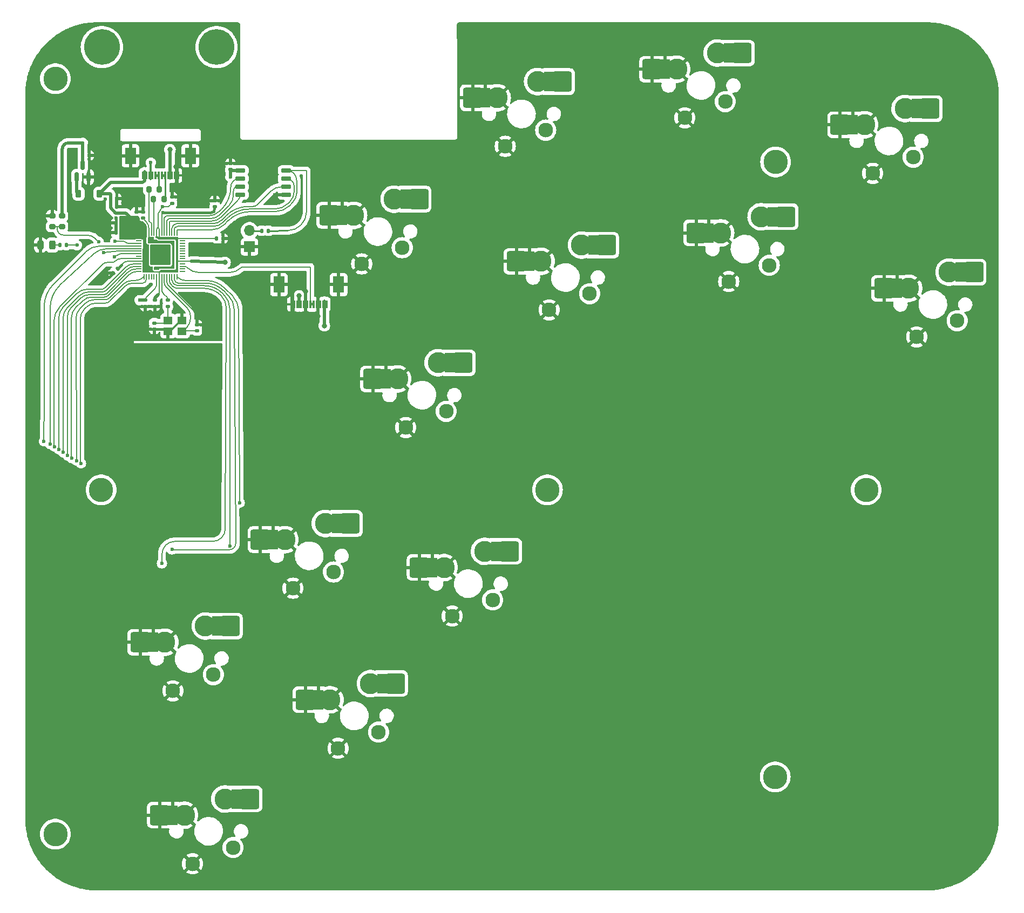
<source format=gbl>
G04 #@! TF.GenerationSoftware,KiCad,Pcbnew,(7.0.0)*
G04 #@! TF.CreationDate,2025-08-06T12:48:58-07:00*
G04 #@! TF.ProjectId,HybridBoxNew,48796272-6964-4426-9f78-4e65772e6b69,rev?*
G04 #@! TF.SameCoordinates,Original*
G04 #@! TF.FileFunction,Copper,L2,Bot*
G04 #@! TF.FilePolarity,Positive*
%FSLAX46Y46*%
G04 Gerber Fmt 4.6, Leading zero omitted, Abs format (unit mm)*
G04 Created by KiCad (PCBNEW (7.0.0)) date 2025-08-06 12:48:58*
%MOMM*%
%LPD*%
G01*
G04 APERTURE LIST*
G04 Aperture macros list*
%AMRoundRect*
0 Rectangle with rounded corners*
0 $1 Rounding radius*
0 $2 $3 $4 $5 $6 $7 $8 $9 X,Y pos of 4 corners*
0 Add a 4 corners polygon primitive as box body*
4,1,4,$2,$3,$4,$5,$6,$7,$8,$9,$2,$3,0*
0 Add four circle primitives for the rounded corners*
1,1,$1+$1,$2,$3*
1,1,$1+$1,$4,$5*
1,1,$1+$1,$6,$7*
1,1,$1+$1,$8,$9*
0 Add four rect primitives between the rounded corners*
20,1,$1+$1,$2,$3,$4,$5,0*
20,1,$1+$1,$4,$5,$6,$7,0*
20,1,$1+$1,$6,$7,$8,$9,0*
20,1,$1+$1,$8,$9,$2,$3,0*%
G04 Aperture macros list end*
G04 #@! TA.AperFunction,ComponentPad*
%ADD10C,3.800000*%
G04 #@! TD*
G04 #@! TA.AperFunction,ComponentPad*
%ADD11C,2.300000*%
G04 #@! TD*
G04 #@! TA.AperFunction,ComponentPad*
%ADD12C,5.600000*%
G04 #@! TD*
G04 #@! TA.AperFunction,ComponentPad*
%ADD13R,1.700000X1.700000*%
G04 #@! TD*
G04 #@! TA.AperFunction,ComponentPad*
%ADD14O,1.700000X1.700000*%
G04 #@! TD*
G04 #@! TA.AperFunction,ComponentPad*
%ADD15C,3.300000*%
G04 #@! TD*
G04 #@! TA.AperFunction,SMDPad,CuDef*
%ADD16R,1.650000X3.150000*%
G04 #@! TD*
G04 #@! TA.AperFunction,SMDPad,CuDef*
%ADD17RoundRect,0.300000X1.200000X1.275000X-1.200000X1.275000X-1.200000X-1.275000X1.200000X-1.275000X0*%
G04 #@! TD*
G04 #@! TA.AperFunction,SMDPad,CuDef*
%ADD18RoundRect,0.140000X0.170000X-0.140000X0.170000X0.140000X-0.170000X0.140000X-0.170000X-0.140000X0*%
G04 #@! TD*
G04 #@! TA.AperFunction,SMDPad,CuDef*
%ADD19RoundRect,0.140000X0.140000X0.170000X-0.140000X0.170000X-0.140000X-0.170000X0.140000X-0.170000X0*%
G04 #@! TD*
G04 #@! TA.AperFunction,SMDPad,CuDef*
%ADD20RoundRect,0.140000X-0.170000X0.140000X-0.170000X-0.140000X0.170000X-0.140000X0.170000X0.140000X0*%
G04 #@! TD*
G04 #@! TA.AperFunction,SMDPad,CuDef*
%ADD21RoundRect,0.200000X0.275000X-0.200000X0.275000X0.200000X-0.275000X0.200000X-0.275000X-0.200000X0*%
G04 #@! TD*
G04 #@! TA.AperFunction,SMDPad,CuDef*
%ADD22RoundRect,0.140000X-0.140000X-0.170000X0.140000X-0.170000X0.140000X0.170000X-0.140000X0.170000X0*%
G04 #@! TD*
G04 #@! TA.AperFunction,SMDPad,CuDef*
%ADD23R,0.300000X1.300000*%
G04 #@! TD*
G04 #@! TA.AperFunction,SMDPad,CuDef*
%ADD24R,1.729997X2.600000*%
G04 #@! TD*
G04 #@! TA.AperFunction,SMDPad,CuDef*
%ADD25RoundRect,0.243750X-0.243750X-0.456250X0.243750X-0.456250X0.243750X0.456250X-0.243750X0.456250X0*%
G04 #@! TD*
G04 #@! TA.AperFunction,SMDPad,CuDef*
%ADD26RoundRect,0.050000X0.387500X0.050000X-0.387500X0.050000X-0.387500X-0.050000X0.387500X-0.050000X0*%
G04 #@! TD*
G04 #@! TA.AperFunction,SMDPad,CuDef*
%ADD27RoundRect,0.050000X0.050000X0.387500X-0.050000X0.387500X-0.050000X-0.387500X0.050000X-0.387500X0*%
G04 #@! TD*
G04 #@! TA.AperFunction,ComponentPad*
%ADD28C,0.600000*%
G04 #@! TD*
G04 #@! TA.AperFunction,SMDPad,CuDef*
%ADD29RoundRect,0.144000X1.456000X1.456000X-1.456000X1.456000X-1.456000X-1.456000X1.456000X-1.456000X0*%
G04 #@! TD*
G04 #@! TA.AperFunction,SMDPad,CuDef*
%ADD30RoundRect,0.200000X0.200000X0.275000X-0.200000X0.275000X-0.200000X-0.275000X0.200000X-0.275000X0*%
G04 #@! TD*
G04 #@! TA.AperFunction,SMDPad,CuDef*
%ADD31R,1.400000X1.200000*%
G04 #@! TD*
G04 #@! TA.AperFunction,SMDPad,CuDef*
%ADD32RoundRect,0.225000X0.225000X0.375000X-0.225000X0.375000X-0.225000X-0.375000X0.225000X-0.375000X0*%
G04 #@! TD*
G04 #@! TA.AperFunction,SMDPad,CuDef*
%ADD33RoundRect,0.150000X0.150000X-0.587500X0.150000X0.587500X-0.150000X0.587500X-0.150000X-0.587500X0*%
G04 #@! TD*
G04 #@! TA.AperFunction,SMDPad,CuDef*
%ADD34RoundRect,0.135000X0.135000X0.185000X-0.135000X0.185000X-0.135000X-0.185000X0.135000X-0.185000X0*%
G04 #@! TD*
G04 #@! TA.AperFunction,SMDPad,CuDef*
%ADD35RoundRect,0.200000X-0.275000X0.200000X-0.275000X-0.200000X0.275000X-0.200000X0.275000X0.200000X0*%
G04 #@! TD*
G04 #@! TA.AperFunction,SMDPad,CuDef*
%ADD36RoundRect,0.135000X-0.135000X-0.185000X0.135000X-0.185000X0.135000X0.185000X-0.135000X0.185000X0*%
G04 #@! TD*
G04 #@! TA.AperFunction,SMDPad,CuDef*
%ADD37RoundRect,0.150000X0.650000X0.150000X-0.650000X0.150000X-0.650000X-0.150000X0.650000X-0.150000X0*%
G04 #@! TD*
G04 #@! TA.AperFunction,SMDPad,CuDef*
%ADD38RoundRect,0.135000X0.185000X-0.135000X0.185000X0.135000X-0.185000X0.135000X-0.185000X-0.135000X0*%
G04 #@! TD*
G04 #@! TA.AperFunction,SMDPad,CuDef*
%ADD39RoundRect,0.140000X-0.021213X0.219203X-0.219203X0.021213X0.021213X-0.219203X0.219203X-0.021213X0*%
G04 #@! TD*
G04 #@! TA.AperFunction,ViaPad*
%ADD40C,0.600000*%
G04 #@! TD*
G04 #@! TA.AperFunction,ViaPad*
%ADD41C,0.800000*%
G04 #@! TD*
G04 #@! TA.AperFunction,Conductor*
%ADD42C,0.500000*%
G04 #@! TD*
G04 #@! TA.AperFunction,Conductor*
%ADD43C,0.200000*%
G04 #@! TD*
G04 #@! TA.AperFunction,Conductor*
%ADD44C,0.300000*%
G04 #@! TD*
G04 #@! TA.AperFunction,Conductor*
%ADD45C,0.381000*%
G04 #@! TD*
G04 #@! TA.AperFunction,Conductor*
%ADD46C,0.254000*%
G04 #@! TD*
G04 #@! TA.AperFunction,Conductor*
%ADD47C,0.250000*%
G04 #@! TD*
G04 APERTURE END LIST*
D10*
X198035000Y-107130000D03*
X318035000Y-107130000D03*
D11*
X252152967Y-94803373D03*
X245802967Y-97343373D03*
D10*
X303755000Y-152170000D03*
X268035000Y-107130000D03*
D11*
X234478565Y-120018960D03*
X228128565Y-122558960D03*
D10*
X190860000Y-161150000D03*
D11*
X241549837Y-145141357D03*
X235199837Y-147681357D03*
D12*
X216140000Y-37670000D03*
D11*
X267766859Y-50684517D03*
X261416859Y-53224517D03*
X302821667Y-71888545D03*
X296471667Y-74428545D03*
X215646182Y-136123438D03*
X209296182Y-138663438D03*
X274662853Y-76353729D03*
X268312853Y-78893729D03*
X295925673Y-46219333D03*
X289575673Y-48759333D03*
X259445123Y-124387547D03*
X253095123Y-126927547D03*
X218717454Y-163245835D03*
X212367454Y-165785835D03*
D13*
X221299999Y-69004999D03*
D14*
X221299999Y-66464999D03*
D10*
X303820000Y-55683383D03*
X190860000Y-42610000D03*
D11*
X245257232Y-69135127D03*
X238907232Y-71675127D03*
X332301562Y-80591119D03*
X325951562Y-83131119D03*
X325405568Y-54921907D03*
X319055568Y-57461907D03*
D12*
X198140000Y-37670000D03*
D15*
X208026182Y-131043438D03*
D16*
X206201181Y-131043437D03*
D17*
X204176182Y-131043438D03*
X218226182Y-128503438D03*
D16*
X216176181Y-128503437D03*
D15*
X214376182Y-128503438D03*
D18*
X203555250Y-64506018D03*
X203555250Y-63546018D03*
D15*
X237637232Y-64055127D03*
D16*
X235812231Y-64055126D03*
D17*
X233787232Y-64055127D03*
X247837232Y-61515127D03*
D16*
X245787231Y-61515126D03*
D15*
X243987232Y-61515127D03*
D18*
X209140000Y-62150000D03*
X209140000Y-61190000D03*
D15*
X251825123Y-119307547D03*
D16*
X250000122Y-119307546D03*
D17*
X247975123Y-119307547D03*
X262025123Y-116767547D03*
D16*
X259975122Y-116767546D03*
D15*
X258175123Y-116767547D03*
D19*
X201340000Y-65280250D03*
X200380000Y-65280250D03*
D20*
X204924000Y-77373250D03*
X204924000Y-78333250D03*
D21*
X190347000Y-65795000D03*
X190347000Y-64145000D03*
D22*
X216160000Y-67670000D03*
X217120000Y-67670000D03*
D23*
X233355113Y-78008514D03*
X232854986Y-78008514D03*
X232355113Y-78008514D03*
X231854986Y-78008514D03*
X231355113Y-78008514D03*
X230854986Y-78008514D03*
X230355113Y-78008514D03*
X229854986Y-78008514D03*
X229355113Y-78008514D03*
X228854986Y-78008514D03*
X228355113Y-78008514D03*
X227854986Y-78008514D03*
D24*
X225920010Y-74928504D03*
X235290089Y-74928504D03*
D15*
X295201667Y-66808545D03*
D16*
X293376666Y-66808544D03*
D17*
X291351667Y-66808545D03*
X305401667Y-64268545D03*
D16*
X303351666Y-64268544D03*
D15*
X301551667Y-64268545D03*
D18*
X204571250Y-64506018D03*
X204571250Y-63546018D03*
D20*
X206448000Y-77373250D03*
X206448000Y-78333250D03*
D15*
X288305673Y-41139333D03*
D16*
X286480672Y-41139332D03*
D17*
X284455673Y-41139333D03*
X298505673Y-38599333D03*
D16*
X296455672Y-38599332D03*
D15*
X294655673Y-38599333D03*
D18*
X218300000Y-56875000D03*
X218300000Y-55915000D03*
D25*
X188492000Y-68720000D03*
X190367000Y-68720000D03*
D22*
X199517000Y-61470000D03*
X200477000Y-61470000D03*
D18*
X206349250Y-81905018D03*
X206349250Y-80945018D03*
D26*
X210774500Y-67665000D03*
X210774500Y-68065000D03*
X210774500Y-68465000D03*
X210774500Y-68865000D03*
X210774500Y-69265000D03*
X210774500Y-69665000D03*
X210774500Y-70065000D03*
X210774500Y-70465000D03*
X210774500Y-70865000D03*
X210774500Y-71265000D03*
X210774500Y-71665000D03*
X210774500Y-72065000D03*
X210774500Y-72465000D03*
X210774500Y-72865000D03*
D27*
X209937000Y-73702500D03*
X209537000Y-73702500D03*
X209137000Y-73702500D03*
X208737000Y-73702500D03*
X208337000Y-73702500D03*
X207937000Y-73702500D03*
X207537000Y-73702500D03*
X207137000Y-73702500D03*
X206737000Y-73702500D03*
X206337000Y-73702500D03*
X205937000Y-73702500D03*
X205537000Y-73702500D03*
X205137000Y-73702500D03*
X204737000Y-73702500D03*
D26*
X203899500Y-72865000D03*
X203899500Y-72465000D03*
X203899500Y-72065000D03*
X203899500Y-71665000D03*
X203899500Y-71265000D03*
X203899500Y-70865000D03*
X203899500Y-70465000D03*
X203899500Y-70065000D03*
X203899500Y-69665000D03*
X203899500Y-69265000D03*
X203899500Y-68865000D03*
X203899500Y-68465000D03*
X203899500Y-68065000D03*
X203899500Y-67665000D03*
D27*
X204737000Y-66827500D03*
X205137000Y-66827500D03*
X205537000Y-66827500D03*
X205937000Y-66827500D03*
X206337000Y-66827500D03*
X206737000Y-66827500D03*
X207137000Y-66827500D03*
X207537000Y-66827500D03*
X207937000Y-66827500D03*
X208337000Y-66827500D03*
X208737000Y-66827500D03*
X209137000Y-66827500D03*
X209537000Y-66827500D03*
X209937000Y-66827500D03*
D28*
X208612000Y-71540000D03*
X208612000Y-70265000D03*
X208612000Y-68990000D03*
X207337000Y-71540000D03*
X207337000Y-70265000D03*
D29*
X207337000Y-70265000D03*
D28*
X207337000Y-68990000D03*
X206062000Y-71540000D03*
X206062000Y-70265000D03*
X206062000Y-68990000D03*
D30*
X207190000Y-59980000D03*
X205540000Y-59980000D03*
D31*
X208522999Y-80559249D03*
X210722999Y-80559249D03*
X210722999Y-82259249D03*
X208522999Y-82259249D03*
D15*
X267042853Y-71273729D03*
D16*
X265217852Y-71273728D03*
D17*
X263192853Y-71273729D03*
X277242853Y-68733729D03*
D16*
X275192852Y-68733728D03*
D15*
X273392853Y-68733729D03*
D30*
X207900000Y-61480000D03*
X206250000Y-61480000D03*
D32*
X197790000Y-60670000D03*
X194490000Y-60670000D03*
D33*
X196090000Y-58045000D03*
X194190000Y-58045000D03*
X195140000Y-56170000D03*
D15*
X226858565Y-114938960D03*
D16*
X225033564Y-114938959D03*
D17*
X223008565Y-114938960D03*
X237058565Y-112398960D03*
D16*
X235008564Y-112398959D03*
D15*
X233208565Y-112398960D03*
D34*
X192567000Y-68730000D03*
X191547000Y-68730000D03*
D23*
X210087113Y-57805004D03*
X209586986Y-57805004D03*
X209087113Y-57805004D03*
X208586986Y-57805004D03*
X208087113Y-57805004D03*
X207586986Y-57805004D03*
X207087113Y-57805004D03*
X206586986Y-57805004D03*
X206087113Y-57805004D03*
X205586986Y-57805004D03*
X205087113Y-57805004D03*
X204586986Y-57805004D03*
D24*
X202652010Y-54724994D03*
X212022089Y-54724994D03*
D35*
X191887000Y-64150000D03*
X191887000Y-65800000D03*
D15*
X260146859Y-45604517D03*
D16*
X258321858Y-45604516D03*
D17*
X256296859Y-45604517D03*
X270346859Y-43064517D03*
D16*
X268296858Y-43064516D03*
D15*
X266496859Y-43064517D03*
X233929837Y-140061357D03*
D16*
X232104836Y-140061356D03*
D17*
X230079837Y-140061357D03*
X244129837Y-137521357D03*
D16*
X242079836Y-137521356D03*
D15*
X240279837Y-137521357D03*
X244532967Y-89723373D03*
D16*
X242707966Y-89723372D03*
D17*
X240682967Y-89723373D03*
X254732967Y-87183373D03*
D16*
X252682966Y-87183372D03*
D15*
X250882967Y-87183373D03*
X211097454Y-158165835D03*
D16*
X209272453Y-158165834D03*
D17*
X207247454Y-158165835D03*
X221297454Y-155625835D03*
D16*
X219247453Y-155625834D03*
D15*
X217447454Y-155625835D03*
D19*
X196120000Y-54670000D03*
X195160000Y-54670000D03*
D15*
X324681562Y-75511119D03*
D16*
X322856561Y-75511118D03*
D17*
X320831562Y-75511119D03*
X334881562Y-72971119D03*
D16*
X332831561Y-72971118D03*
D15*
X331031562Y-72971119D03*
D19*
X200477000Y-62670000D03*
X199517000Y-62670000D03*
D18*
X215861000Y-62712250D03*
X215861000Y-61752250D03*
D19*
X201340000Y-66804250D03*
X200380000Y-66804250D03*
D36*
X223220000Y-66475000D03*
X224240000Y-66475000D03*
D20*
X213052000Y-81199018D03*
X213052000Y-82159018D03*
D37*
X227067000Y-57015000D03*
X227067000Y-58285000D03*
X227067000Y-59555000D03*
X227067000Y-60825000D03*
X219867000Y-60825000D03*
X219867000Y-59555000D03*
X219867000Y-58285000D03*
X219867000Y-57015000D03*
D38*
X208480000Y-78363250D03*
X208480000Y-77343250D03*
D39*
X200641152Y-72446847D03*
X199962330Y-73125669D03*
D15*
X317785568Y-49841907D03*
D16*
X315960567Y-49841906D03*
D17*
X313935568Y-49841907D03*
X327985568Y-47301907D03*
D16*
X325935567Y-47301906D03*
D15*
X324135568Y-47301907D03*
D40*
X214337000Y-61752250D03*
D41*
X209793157Y-56426490D03*
D40*
X204910000Y-79320000D03*
D41*
X232100000Y-76040000D03*
D40*
X213052000Y-80282018D03*
X206440000Y-79330000D03*
D41*
X228090000Y-75190000D03*
D40*
X201267000Y-62680000D03*
D41*
X202615753Y-56826490D03*
D40*
X197140000Y-54670000D03*
D41*
X237370000Y-74950000D03*
D40*
X198657000Y-61520000D03*
X206349250Y-82949018D03*
D41*
X209813157Y-59296490D03*
X230120000Y-76030000D03*
X223950000Y-74930000D03*
D40*
X199285741Y-73802258D03*
D41*
X228110000Y-79920000D03*
D40*
X218300000Y-54905000D03*
X203555250Y-62629018D03*
D41*
X230090000Y-79900000D03*
X200985753Y-54786490D03*
X212005753Y-56816490D03*
X232070000Y-79910000D03*
X213675753Y-54736490D03*
D40*
X218140000Y-67670000D03*
X225289500Y-60835000D03*
X200380250Y-64440000D03*
X210140000Y-61170000D03*
X219760000Y-109150000D03*
X209140000Y-116470000D03*
X218210000Y-115925786D03*
X207567998Y-118663993D03*
X194870000Y-102960000D03*
X194170000Y-102550000D03*
X193460000Y-102160000D03*
X192760000Y-101740000D03*
X192080000Y-101250000D03*
X191430000Y-100760000D03*
X190730000Y-100350000D03*
X190040000Y-99940000D03*
X189070000Y-99500000D03*
X200247000Y-68150000D03*
X205830000Y-55780000D03*
D41*
X229100000Y-76690000D03*
D40*
X195140000Y-52670000D03*
D41*
X208820000Y-53750000D03*
D40*
X218297000Y-58040000D03*
D41*
X217460000Y-71460000D03*
X233050000Y-81380000D03*
D40*
X207640000Y-62670000D03*
X206603250Y-68127250D03*
X206730250Y-72364500D03*
X207779891Y-63621931D03*
X204063250Y-77361018D03*
X198437000Y-69930000D03*
X194237000Y-68740000D03*
X200087000Y-70590000D03*
X197657000Y-68210000D03*
D42*
X200477000Y-62670000D02*
X201257000Y-62670000D01*
D43*
X204924000Y-79306000D02*
X204910000Y-79320000D01*
X206440000Y-79330000D02*
X206448000Y-78532268D01*
D44*
X223950000Y-74930000D02*
X223948505Y-74928505D01*
X223948505Y-74928505D02*
X223921495Y-74928505D01*
D45*
X199962330Y-73125670D02*
X199285741Y-73802258D01*
D44*
X237388505Y-74928505D02*
X237400000Y-74940000D01*
D42*
X212022090Y-54724995D02*
X212022090Y-56800153D01*
X201257000Y-62670000D02*
X201267000Y-62680000D01*
D44*
X225920011Y-74928505D02*
X223951495Y-74928505D01*
D42*
X209824455Y-58756490D02*
X209824455Y-59285192D01*
D43*
X204924000Y-78333250D02*
X204924000Y-79306000D01*
D45*
X200380250Y-64440000D02*
X200380250Y-65280000D01*
D44*
X223951495Y-74928505D02*
X223950000Y-74930000D01*
D42*
X232070000Y-76070000D02*
X232100000Y-76040000D01*
D45*
X200380000Y-65280250D02*
X200380000Y-66804250D01*
D42*
X202652011Y-54724995D02*
X202652011Y-56790232D01*
D45*
X213052000Y-80282018D02*
X213052000Y-81199018D01*
D44*
X237370000Y-74950000D02*
X237388505Y-74928505D01*
D42*
X212022090Y-54724995D02*
X213664258Y-54724995D01*
X200477000Y-61470000D02*
X200477000Y-62670000D01*
X227029500Y-60820000D02*
X225304500Y-60820000D01*
X232070000Y-79910000D02*
X232070000Y-76070000D01*
D43*
X210120000Y-61190000D02*
X210140000Y-61170000D01*
X217120000Y-67670000D02*
X218140000Y-67670000D01*
D42*
X230090000Y-79900000D02*
X230090000Y-76060000D01*
X228110000Y-79920000D02*
X228090000Y-75190000D01*
X218299999Y-55915000D02*
X218300000Y-54905000D01*
D45*
X206349250Y-81905018D02*
X208168768Y-81905018D01*
X206349250Y-81905018D02*
X206349250Y-82949018D01*
D43*
X203555250Y-63546018D02*
X203555250Y-62629018D01*
X209140000Y-61190000D02*
X210120000Y-61190000D01*
X208645097Y-75167341D02*
X212551575Y-79073819D01*
X196120000Y-54670000D02*
X197140000Y-54670000D01*
X208337000Y-73702500D02*
X208337000Y-74423529D01*
D46*
X208769978Y-82259250D02*
X210469978Y-80559250D01*
D44*
X235290090Y-74928505D02*
X237370000Y-74950000D01*
D43*
X206448000Y-78532268D02*
X206448000Y-78333250D01*
D42*
X215861000Y-61752250D02*
X214337000Y-61752250D01*
D47*
X223921495Y-74928505D02*
X223920000Y-74930000D01*
D42*
X202652011Y-54724995D02*
X201047248Y-54724995D01*
X209824455Y-58756490D02*
X209824455Y-56457788D01*
D43*
X213052021Y-80282018D02*
G75*
G03*
X212551574Y-79073820I-1708621J18D01*
G01*
X208336977Y-74423529D02*
G75*
G03*
X208645097Y-75167341I1051923J29D01*
G01*
X211364938Y-74294018D02*
X214550048Y-74294018D01*
X217378475Y-75465591D02*
X218707450Y-76794566D01*
X219586092Y-78901074D02*
X219770000Y-109150000D01*
X217378447Y-75465619D02*
G75*
G03*
X214550048Y-74294018I-2828447J-2828381D01*
G01*
X209936977Y-73702523D02*
G75*
G03*
X211364938Y-74294018I1427923J1427823D01*
G01*
X219586093Y-78901074D02*
G75*
G03*
X218707450Y-76794566I-2999993J-14826D01*
G01*
X210112357Y-74694018D02*
X214384362Y-74694018D01*
X209718268Y-74507042D02*
X209669784Y-74458559D01*
X209195786Y-116525786D02*
X209140000Y-116470000D01*
X218147206Y-116525786D02*
X209195786Y-116525786D01*
X219147182Y-115518803D02*
X218890646Y-78784529D01*
X209537000Y-73702500D02*
X209537000Y-74137995D01*
X218011968Y-76664771D02*
X217193648Y-75846451D01*
X218890669Y-78784529D02*
G75*
G03*
X218011968Y-76664771I-2999969J-1571D01*
G01*
X218147206Y-116525806D02*
G75*
G03*
X219147182Y-115518803I-6J1000006D01*
G01*
X209758822Y-74547554D02*
G75*
G03*
X210112357Y-74694018I353578J353554D01*
G01*
X209536992Y-74137995D02*
G75*
G03*
X209669784Y-74458559I453308J-5D01*
G01*
X217212804Y-75865576D02*
G75*
G03*
X214384362Y-74694018I-2828404J-2828424D01*
G01*
X218210000Y-115925786D02*
X218210000Y-78671128D01*
X217046622Y-76265110D02*
X217331321Y-76549809D01*
X214218195Y-75093537D02*
X210071134Y-75093537D01*
X209474888Y-74828662D02*
X209353175Y-74706957D01*
X209505448Y-74859222D02*
X209474888Y-74828662D01*
X209137000Y-74185084D02*
X209137000Y-73702500D01*
X218209979Y-78671128D02*
G75*
G03*
X217331320Y-76549810I-2999979J28D01*
G01*
X209137006Y-74185084D02*
G75*
G03*
X209353175Y-74706957I737994J-16D01*
G01*
X209505423Y-74859247D02*
G75*
G03*
X210071134Y-75093537I565677J565747D01*
G01*
X217046617Y-76265115D02*
G75*
G03*
X214218195Y-75093537I-2828417J-2828385D01*
G01*
X217664196Y-78563495D02*
X217508910Y-113230887D01*
X207570378Y-118539622D02*
X207570378Y-117227685D01*
X207540000Y-118570000D02*
X207570378Y-118539622D01*
X209988491Y-75493057D02*
X214052029Y-75493057D01*
X215510868Y-115221928D02*
X209568440Y-115227686D01*
X209009274Y-74928054D02*
X209281384Y-75200164D01*
X208737000Y-73702500D02*
X208737000Y-74270726D01*
X217664172Y-78563495D02*
G75*
G03*
X216880456Y-76664630I-2675772J6795D01*
G01*
X209568440Y-115227679D02*
G75*
G03*
X207570378Y-117227685I1960J-2000021D01*
G01*
X215510868Y-115221929D02*
G75*
G03*
X217508910Y-113230887I-1968J2000029D01*
G01*
X216880451Y-76664635D02*
G75*
G03*
X214052029Y-75493057I-2828451J-2828465D01*
G01*
X209281398Y-75200150D02*
G75*
G03*
X209988491Y-75493057I707102J707050D01*
G01*
X208736981Y-74270726D02*
G75*
G03*
X209009274Y-74928054I929619J26D01*
G01*
X204534454Y-74694018D02*
X203042402Y-74694018D01*
X194770000Y-80238427D02*
X194770000Y-102960000D01*
X204961264Y-74515736D02*
X204958718Y-74518282D01*
X205137000Y-73702500D02*
X205137000Y-74091472D01*
X198653777Y-77840000D02*
X197168427Y-77840000D01*
X195754213Y-78425787D02*
X195355786Y-78824214D01*
X201628189Y-75279803D02*
X199360883Y-77547107D01*
X204534454Y-74693980D02*
G75*
G03*
X204958718Y-74518282I46J599980D01*
G01*
X197168427Y-77840020D02*
G75*
G03*
X195754214Y-78425788I-27J-1999980D01*
G01*
X203042402Y-74694014D02*
G75*
G03*
X201628189Y-75279803I-2J-1999986D01*
G01*
X195355772Y-78824200D02*
G75*
G03*
X194770000Y-80238427I1414228J-1414200D01*
G01*
X204961278Y-74515750D02*
G75*
G03*
X205137000Y-74091472I-424278J424250D01*
G01*
X198653777Y-77839983D02*
G75*
G03*
X199360883Y-77547107I23J999983D01*
G01*
X194108275Y-80140152D02*
X194170000Y-102550000D01*
X201462503Y-74879804D02*
X199345975Y-76996330D01*
X204737000Y-73702500D02*
X204731268Y-73708232D01*
X198638869Y-77289223D02*
X196959204Y-77289223D01*
X203317055Y-74294018D02*
X202876716Y-74294018D01*
X195544991Y-77875009D02*
X194694062Y-78725938D01*
X194694081Y-78725957D02*
G75*
G03*
X194108275Y-80140152I1414219J-1414243D01*
G01*
X202876716Y-74294025D02*
G75*
G03*
X201462504Y-74879805I-16J-1999975D01*
G01*
X203317055Y-74293980D02*
G75*
G03*
X204731267Y-73708231I45J1999980D01*
G01*
X196959204Y-77289220D02*
G75*
G03*
X195544992Y-77875010I-4J-1999980D01*
G01*
X198638869Y-77289193D02*
G75*
G03*
X199345974Y-76996329I31J999993D01*
G01*
X193380000Y-80068427D02*
X193380000Y-94369255D01*
X198473184Y-76889223D02*
X196559204Y-76889223D01*
X202354290Y-73422331D02*
X199180290Y-76596330D01*
X193379255Y-94370000D02*
X193360000Y-102160000D01*
X203899500Y-72865000D02*
X203699806Y-72865000D01*
X195144990Y-77475010D02*
X193965786Y-78654214D01*
X198473184Y-76889204D02*
G75*
G03*
X199180290Y-76596330I16J1000004D01*
G01*
X196559204Y-76889220D02*
G75*
G03*
X195144991Y-77475011I-4J-1999980D01*
G01*
X203699806Y-72865020D02*
G75*
G03*
X202354290Y-73422331I-6J-1902880D01*
G01*
X193965772Y-78654200D02*
G75*
G03*
X193380000Y-80068427I1414228J-1414200D01*
G01*
X192761028Y-94368972D02*
X192760000Y-94370000D01*
X192761028Y-79870000D02*
X192761028Y-94368972D01*
X203525742Y-72465000D02*
X203899500Y-72465000D01*
X196204890Y-76489223D02*
X198558280Y-76489223D01*
X192760000Y-101740000D02*
X192760000Y-94370000D01*
X198837274Y-76373660D02*
X202194529Y-73016406D01*
X193345787Y-78519899D02*
X194790676Y-77075010D01*
X193345780Y-78519892D02*
G75*
G03*
X192760000Y-79934113I1414220J-1414208D01*
G01*
X198558280Y-76489218D02*
G75*
G03*
X198837273Y-76373659I20J394518D01*
G01*
X196204890Y-76489210D02*
G75*
G03*
X194790677Y-77075011I10J-1999990D01*
G01*
X203525742Y-72465024D02*
G75*
G03*
X202194529Y-73016406I-42J-1882576D01*
G01*
X192080000Y-80048427D02*
X192080000Y-101250000D01*
X198178013Y-76089223D02*
X196039204Y-76089223D01*
X203899500Y-72065000D02*
X203408676Y-72065000D01*
X201994463Y-72650786D02*
X198823319Y-75821929D01*
X194624990Y-76675010D02*
X192665786Y-78634214D01*
X192665772Y-78634200D02*
G75*
G03*
X192080000Y-80048427I1414228J-1414200D01*
G01*
X196039204Y-76089220D02*
G75*
G03*
X194624991Y-76675011I-4J-1999980D01*
G01*
X203408676Y-72064984D02*
G75*
G03*
X201994464Y-72650787I24J-2000016D01*
G01*
X198178013Y-76089225D02*
G75*
G03*
X198823318Y-75821928I-13J912625D01*
G01*
X191430000Y-79964113D02*
X191430000Y-100760000D01*
X201828776Y-72250787D02*
X198685586Y-75393977D01*
X203899500Y-71665000D02*
X203242990Y-71665000D01*
X197978479Y-75686870D02*
X195707243Y-75686870D01*
X194293029Y-76272657D02*
X192015786Y-78549900D01*
X197978479Y-75686864D02*
G75*
G03*
X198685586Y-75393977I21J999964D01*
G01*
X203242990Y-71664994D02*
G75*
G03*
X201828777Y-72250788I10J-2000006D01*
G01*
X192015779Y-78549893D02*
G75*
G03*
X191430000Y-79964113I1414221J-1414207D01*
G01*
X195707243Y-75686910D02*
G75*
G03*
X194293030Y-76272658I-43J-1999990D01*
G01*
X199651315Y-71460000D02*
X198954214Y-71460000D01*
X200367636Y-71157893D02*
X200358422Y-71167107D01*
X198247107Y-71752893D02*
X191518679Y-78481321D01*
X190640000Y-100260000D02*
X190730000Y-100350000D01*
X190640000Y-80602641D02*
X190640000Y-100260000D01*
X203899500Y-70865000D02*
X201074743Y-70865000D01*
X191518659Y-78481301D02*
G75*
G03*
X190640000Y-80602641I2121341J-2121299D01*
G01*
X199651315Y-71460010D02*
G75*
G03*
X200358421Y-71167106I-15J1000010D01*
G01*
X201074743Y-70865031D02*
G75*
G03*
X200367637Y-71157894I-43J-999969D01*
G01*
X198954214Y-71460010D02*
G75*
G03*
X198247107Y-71752893I-14J-999990D01*
G01*
X200802000Y-69265000D02*
X198811579Y-69314323D01*
X203899500Y-69265000D02*
X200802000Y-69265000D01*
X196841924Y-70117457D02*
X191504466Y-75085534D01*
X190040000Y-78621068D02*
X190040000Y-99940000D01*
X198811579Y-69314321D02*
G75*
G03*
X196841924Y-70117457I74321J-2999079D01*
G01*
X191504482Y-75085550D02*
G75*
G03*
X190040000Y-78621068I3535518J-3535550D01*
G01*
X198050000Y-68890296D02*
X197872195Y-68892329D01*
X198050000Y-68890296D02*
X197772345Y-68890296D01*
X189092867Y-93370000D02*
X189070000Y-99500000D01*
X189096569Y-78377546D02*
X189092867Y-93370000D01*
X195651024Y-69768976D02*
X190561006Y-74858994D01*
X200262000Y-68865000D02*
X198050000Y-68890296D01*
X203899500Y-68865000D02*
X200262000Y-68865000D01*
X190561001Y-74858989D02*
G75*
G03*
X189096570Y-78377546I3535499J-3535511D01*
G01*
X197772345Y-68890329D02*
G75*
G03*
X195651024Y-69768976I-45J-2999971D01*
G01*
X205830000Y-55780000D02*
X205830000Y-55900000D01*
X200247000Y-68150000D02*
X201619746Y-68150000D01*
D44*
X205830000Y-57805005D02*
X205830000Y-58410000D01*
D43*
X201930873Y-68278873D02*
X201988127Y-68336127D01*
X202299254Y-68465000D02*
X203899500Y-68465000D01*
D44*
X205830000Y-57805005D02*
X205830000Y-55780000D01*
D43*
X201930850Y-68278896D02*
G75*
G03*
X201619746Y-68150000I-311150J-311104D01*
G01*
X201988150Y-68336104D02*
G75*
G03*
X202299254Y-68465000I311150J311104D01*
G01*
D47*
X207087114Y-59877114D02*
X207190000Y-59980000D01*
X207087114Y-57805005D02*
X207087114Y-59877114D01*
X206585014Y-57805166D02*
G75*
G03*
X207080001Y-57805152I247486J247466D01*
G01*
X207079986Y-57800013D02*
G75*
G03*
X206585026Y-57800000I-247486J-247487D01*
G01*
X208087114Y-57805005D02*
X208087114Y-61292886D01*
X208087114Y-61292886D02*
X207900000Y-61480000D01*
X207572514Y-57827666D02*
G75*
G03*
X208067501Y-57827652I247486J247466D01*
G01*
X208067486Y-57822513D02*
G75*
G03*
X207572526Y-57822500I-247486J-247487D01*
G01*
D42*
X191940000Y-53670000D02*
X191940000Y-64097000D01*
X229100000Y-78390000D02*
X229110000Y-78400000D01*
X195140000Y-52670000D02*
X195140000Y-56170000D01*
X191940000Y-64097000D02*
X191887000Y-64150000D01*
X195140000Y-52670000D02*
X192940000Y-52670000D01*
X208820000Y-53750000D02*
X208840000Y-53840000D01*
X229100000Y-76690000D02*
X229100000Y-78390000D01*
X208830000Y-58250000D02*
X208820000Y-53750000D01*
D47*
X229354986Y-77959987D02*
G75*
G03*
X228860001Y-77960001I-247486J-247513D01*
G01*
D42*
X192940000Y-52670000D02*
G75*
G03*
X191940000Y-53670000I0J-1000000D01*
G01*
D47*
X228860014Y-77965140D02*
G75*
G03*
X229354975Y-77965152I247486J247440D01*
G01*
D42*
X194190000Y-60370000D02*
X194490000Y-60670000D01*
X194190000Y-58045000D02*
X194190000Y-60370000D01*
X206984250Y-76472018D02*
X206448000Y-77008268D01*
X204820000Y-58600000D02*
X204820000Y-57230000D01*
X200770000Y-58900000D02*
X199560000Y-58900000D01*
D43*
X227238396Y-57010000D02*
X227233396Y-57015000D01*
X202202857Y-67372107D02*
X201635000Y-66804250D01*
X204444107Y-65394875D02*
X203555250Y-64506018D01*
X228697000Y-58540665D02*
X228697000Y-60540298D01*
X209937000Y-66344512D02*
X215280145Y-66344512D01*
X205137000Y-66827500D02*
X204737000Y-66427500D01*
X227233396Y-57015000D02*
X227067000Y-57015000D01*
X210774500Y-67665000D02*
X209607232Y-67665000D01*
D42*
X233090000Y-81460000D02*
X233090000Y-81420000D01*
D43*
X209607232Y-67665000D02*
X209524250Y-67582018D01*
X204737000Y-66827500D02*
X204737000Y-67626250D01*
X206737000Y-66827500D02*
X206737000Y-66299935D01*
D42*
X200302893Y-63690000D02*
X199517000Y-62904107D01*
D43*
X206854158Y-66017092D02*
X206956000Y-65915250D01*
X204797000Y-67693250D02*
X205137000Y-67353250D01*
X208620000Y-62670000D02*
X209140000Y-62150000D01*
X207137000Y-66827500D02*
X207137000Y-67683268D01*
X206984250Y-76472018D02*
X207137000Y-76319268D01*
X207137000Y-73702500D02*
X207137000Y-72973250D01*
D42*
X201910491Y-63690000D02*
X200302893Y-63690000D01*
D43*
X207640000Y-62670000D02*
X206958850Y-63797418D01*
X210019750Y-71265000D02*
X210004000Y-71249250D01*
X207640000Y-62670000D02*
X208620000Y-62670000D01*
X207137000Y-76319268D02*
X207137000Y-73702500D01*
D42*
X233090000Y-81420000D02*
X233050000Y-81380000D01*
D43*
X210774500Y-71265000D02*
X210019750Y-71265000D01*
D42*
X199517000Y-60772000D02*
X199415000Y-60670000D01*
D45*
X201245259Y-71814740D02*
X200654741Y-72405259D01*
D42*
X218297000Y-57010000D02*
X219862000Y-57010000D01*
X206448000Y-77008268D02*
X206448000Y-77373250D01*
D43*
X203899500Y-71265000D02*
X202209213Y-71265000D01*
X207137000Y-67683268D02*
X207111250Y-67709018D01*
X206958850Y-65912400D02*
X206956000Y-65915250D01*
D42*
X203555250Y-64506018D02*
X202726509Y-64506018D01*
D43*
X210774500Y-71265000D02*
X212135243Y-71265000D01*
D42*
X199517000Y-60772000D02*
X199517000Y-62670000D01*
D43*
X206737000Y-66827500D02*
X206737000Y-67421250D01*
X207137000Y-66261935D02*
X207137000Y-66827500D01*
X204737000Y-67626250D02*
X204670000Y-67693250D01*
D42*
X212135243Y-71265000D02*
X217460000Y-71460000D01*
X199415000Y-60670000D02*
X197790000Y-60670000D01*
D45*
X201340000Y-65280250D02*
X201340000Y-66804250D01*
D42*
X233090000Y-81340000D02*
X233090000Y-77540000D01*
D43*
X221473266Y-63465096D02*
X224841904Y-63465096D01*
D45*
X201635000Y-66804250D02*
X201340000Y-66804250D01*
D43*
X217401466Y-65465832D02*
X217937736Y-64929562D01*
X205137000Y-67353250D02*
X205137000Y-66827500D01*
X210774500Y-67665000D02*
X216155000Y-67665000D01*
X203899500Y-67665000D02*
X204768750Y-67665000D01*
D42*
X219862000Y-57010000D02*
X219867000Y-57015000D01*
D43*
X203899500Y-67665000D02*
X202909964Y-67665000D01*
X201502106Y-71557893D02*
X201245259Y-71814740D01*
D42*
X199560000Y-58900000D02*
X197790000Y-60670000D01*
X217460000Y-71460000D02*
X217332859Y-71464500D01*
D43*
X230260000Y-57010000D02*
X227238396Y-57010000D01*
X209937000Y-66827500D02*
X209937000Y-66344512D01*
X204768750Y-67665000D02*
X204797000Y-67693250D01*
D42*
X218297000Y-58040000D02*
X218297000Y-57010000D01*
D43*
X225394469Y-63465576D02*
X224842384Y-63465576D01*
X228085077Y-62017609D02*
X227515789Y-62586897D01*
D47*
X224240000Y-66475000D02*
X227277442Y-66457340D01*
D43*
X227067000Y-57015000D02*
X227171335Y-57015000D01*
D42*
X233050000Y-81380000D02*
X233090000Y-81340000D01*
D43*
X206956000Y-65915250D02*
X207019843Y-65979093D01*
D42*
X202726509Y-64506018D02*
X201910491Y-63690000D01*
X200770000Y-58900000D02*
X204520000Y-58900000D01*
X204520000Y-58900000D02*
X204820000Y-58600000D01*
D43*
X206958850Y-63797418D02*
X206958850Y-65912400D01*
X230260000Y-63457391D02*
X230260000Y-57010000D01*
D42*
X233090000Y-77540000D02*
X233080000Y-77530000D01*
D43*
X204737000Y-66827500D02*
X204737000Y-66101982D01*
X203899500Y-71265000D02*
X204772000Y-71265000D01*
X216155000Y-67665000D02*
X216160000Y-67670000D01*
X206854140Y-66017074D02*
G75*
G03*
X206737000Y-66299935I282860J-282826D01*
G01*
X207136974Y-66261935D02*
G75*
G03*
X207019842Y-65979094I-399974J35D01*
G01*
X202202875Y-67372089D02*
G75*
G03*
X202909964Y-67665000I707125J707089D01*
G01*
X215280145Y-66344540D02*
G75*
G03*
X217401466Y-65465832I-45J3000040D01*
G01*
X221473266Y-63465076D02*
G75*
G03*
X217937736Y-64929562I34J-5000024D01*
G01*
X227277442Y-66457349D02*
G75*
G03*
X230260000Y-63457391I-17442J2999949D01*
G01*
X225394469Y-63465561D02*
G75*
G03*
X227515789Y-62586897I31J2999961D01*
G01*
X202209213Y-71265009D02*
G75*
G03*
X201502106Y-71557893I-13J-999991D01*
G01*
X228697000Y-58540665D02*
G75*
G03*
X227171335Y-57015000I-1525700J-35D01*
G01*
X204737013Y-66101982D02*
G75*
G03*
X204444107Y-65394875I-1000013J-18D01*
G01*
D47*
X233354986Y-78019987D02*
G75*
G03*
X232860001Y-78020001I-247486J-247513D01*
G01*
X232860014Y-78025140D02*
G75*
G03*
X233354975Y-78025152I247486J247440D01*
G01*
D43*
X228085071Y-62017603D02*
G75*
G03*
X228697000Y-60540298I-1477271J1477303D01*
G01*
X205099758Y-76902492D02*
X206561264Y-75440986D01*
X206737000Y-75016722D02*
X206737000Y-73702500D01*
X207537000Y-63864822D02*
X207779891Y-63621931D01*
X205537000Y-66827500D02*
X205537000Y-67671250D01*
D45*
X207779891Y-63621931D02*
X215140000Y-63670000D01*
D42*
X204075482Y-77373250D02*
X204924000Y-77373250D01*
D43*
X207537000Y-66827500D02*
X207537000Y-63864822D01*
X205537000Y-66827500D02*
X205537000Y-66196287D01*
D42*
X204063250Y-77361018D02*
X204075482Y-77373250D01*
D43*
X205024687Y-64959455D02*
X204571250Y-64506018D01*
X205537000Y-67671250D02*
X205686000Y-67820250D01*
X204924000Y-77326778D02*
X204924000Y-77373250D01*
D45*
X215140000Y-63670000D02*
X215690616Y-63418634D01*
D43*
X206561253Y-75440975D02*
G75*
G03*
X206737000Y-75016722I-424253J424275D01*
G01*
D45*
X215690615Y-63418633D02*
G75*
G03*
X215861000Y-63007250I-411315J411333D01*
G01*
D43*
X205099748Y-76902482D02*
G75*
G03*
X204924000Y-77326778I424352J-424318D01*
G01*
X205537021Y-66196287D02*
G75*
G03*
X205024686Y-64959456I-1749121J-13D01*
G01*
X212036000Y-79826867D02*
X212036000Y-80299498D01*
X213052000Y-82159018D02*
X210823232Y-82159018D01*
X207937000Y-73702500D02*
X207937000Y-74607819D01*
X208231461Y-75318711D02*
X211538467Y-78625717D01*
X211520695Y-81543555D02*
X210805000Y-82259250D01*
X212036017Y-79826867D02*
G75*
G03*
X211538466Y-78625718I-1698717J-33D01*
G01*
X207937001Y-74607819D02*
G75*
G03*
X208231462Y-75318710I1005399J19D01*
G01*
X211520704Y-81543564D02*
G75*
G03*
X212036000Y-80299498I-1244104J1244064D01*
G01*
X206349250Y-80945018D02*
X208137232Y-80945018D01*
X208480000Y-80516250D02*
X208480000Y-78363250D01*
X194237000Y-68740000D02*
X192577000Y-68740000D01*
X203899500Y-69665000D02*
X200806961Y-69665000D01*
X200806961Y-69665000D02*
X198437000Y-69930000D01*
X206337000Y-66827500D02*
X206337000Y-61567000D01*
X206337000Y-61567000D02*
X206250000Y-61480000D01*
X205540000Y-64947121D02*
X205937000Y-65344121D01*
X205937000Y-65344121D02*
X205937000Y-66827500D01*
X205540000Y-59980000D02*
X205540000Y-64947121D01*
X207537000Y-75671036D02*
X207537000Y-73702500D01*
X208480000Y-77343250D02*
X208480000Y-77152514D01*
X208392132Y-76940382D02*
X207829893Y-76378143D01*
X208479990Y-77152514D02*
G75*
G03*
X208392132Y-76940382I-299990J14D01*
G01*
X207536975Y-75671036D02*
G75*
G03*
X207829894Y-76378142I1000025J36D01*
G01*
D47*
X221310000Y-66475000D02*
X221300000Y-66465000D01*
X223220000Y-66475000D02*
X221310000Y-66475000D01*
X221660000Y-66745000D02*
X221650000Y-66755000D01*
D43*
X190347000Y-65800000D02*
X191127000Y-65800000D01*
X192127000Y-67160000D02*
X195778573Y-67160000D01*
X197192787Y-67745787D02*
X197657000Y-68210000D01*
X203899500Y-70065000D02*
X201243468Y-70065000D01*
X191127000Y-65800000D02*
X191887000Y-65800000D01*
X191127000Y-66160000D02*
X191127000Y-65800000D01*
X200536361Y-70357893D02*
X200087000Y-70590000D01*
X191127000Y-66160000D02*
G75*
G03*
X192127000Y-67160000I1000000J0D01*
G01*
X197192801Y-67745773D02*
G75*
G03*
X195778573Y-67160000I-1414201J-1414227D01*
G01*
X201243468Y-70064978D02*
G75*
G03*
X200536362Y-70357894I32J-1000022D01*
G01*
X218730581Y-58726419D02*
X218820319Y-58636681D01*
X207937000Y-64467000D02*
X208243500Y-64160500D01*
X207937000Y-66827500D02*
X207937000Y-64467000D01*
X208243500Y-64160500D02*
X214779573Y-64160500D01*
X216661138Y-63381130D02*
X216902534Y-63139734D01*
X214779573Y-64160490D02*
G75*
G03*
X216661137Y-63381129I27J2660890D01*
G01*
X218730599Y-58726437D02*
G75*
G03*
X218367000Y-59604200I877701J-877763D01*
G01*
X216902534Y-63139734D02*
G75*
G03*
X218367000Y-59604200I-3535534J3535534D01*
G01*
X219669353Y-58284962D02*
G75*
G03*
X218820319Y-58636681I47J-1200738D01*
G01*
X208640000Y-64560500D02*
X215218347Y-64560500D01*
X216788637Y-63818637D02*
X218107098Y-62500176D01*
X218767000Y-60907031D02*
X218767000Y-60387847D01*
X216632561Y-63974713D02*
X216788637Y-63818637D01*
X208337000Y-64863500D02*
X208640000Y-64560500D01*
X208337000Y-66827500D02*
X208337000Y-64863500D01*
X219112020Y-59555020D02*
G75*
G03*
X218767000Y-60387847I832780J-832880D01*
G01*
X218107073Y-62500151D02*
G75*
G03*
X218767000Y-60907031I-1593073J1593151D01*
G01*
X215218347Y-64560533D02*
G75*
G03*
X216632561Y-63974713I-47J2000033D01*
G01*
X208737000Y-65073000D02*
X208849500Y-64960500D01*
X216797567Y-64374713D02*
X218814640Y-62357640D01*
X218814640Y-62357640D02*
X218815319Y-62357640D01*
X208849500Y-64960500D02*
X215383353Y-64960500D01*
X218815319Y-62357640D02*
X219526965Y-61645994D01*
X208737000Y-66827500D02*
X208737000Y-65073000D01*
X219526966Y-61645995D02*
G75*
G03*
X219867000Y-60825000I-820866J820895D01*
G01*
X215383353Y-64960466D02*
G75*
G03*
X216797567Y-64374713I47J1999966D01*
G01*
X222553835Y-62373165D02*
X224622778Y-60304222D01*
X209137000Y-66827500D02*
X209137000Y-66082657D01*
X216962573Y-64774713D02*
X217606762Y-64130524D01*
X221142296Y-62666058D02*
X221846728Y-62666058D01*
X209869361Y-65360500D02*
X215548359Y-65360500D01*
X226431561Y-59555000D02*
X227067000Y-59555000D01*
X209283447Y-65729103D02*
X209498389Y-65514161D01*
X215548359Y-65360470D02*
G75*
G03*
X216962572Y-64774712I41J1999970D01*
G01*
X221142296Y-62666068D02*
G75*
G03*
X217606762Y-64130524I4J-5000032D01*
G01*
X209283469Y-65729125D02*
G75*
G03*
X209137000Y-66082657I353531J-353575D01*
G01*
X209869361Y-65360463D02*
G75*
G03*
X209498390Y-65514162I39J-524637D01*
G01*
X221846728Y-62666090D02*
G75*
G03*
X222553835Y-62373165I-28J999990D01*
G01*
X226431561Y-59554971D02*
G75*
G03*
X224622778Y-60304222I39J-2558029D01*
G01*
X210090388Y-65760500D02*
X215713365Y-65760500D01*
X228297000Y-60388499D02*
X228297000Y-59414214D01*
X228004107Y-58707107D02*
X227874893Y-58577893D01*
X227350104Y-62186896D02*
X227694897Y-61842103D01*
X217127579Y-65174713D02*
X217772249Y-64530043D01*
X209537000Y-66827500D02*
X209537000Y-66165500D01*
X221307781Y-63065577D02*
X225228784Y-63065576D01*
X227167786Y-58285000D02*
X227067000Y-58285000D01*
X225228784Y-63065571D02*
G75*
G03*
X227350104Y-62186896I16J2999971D01*
G01*
X228296990Y-59414214D02*
G75*
G03*
X228004107Y-58707107I-999990J14D01*
G01*
X215713365Y-65760475D02*
G75*
G03*
X217127579Y-65174713I35J1999975D01*
G01*
X227694896Y-61842102D02*
G75*
G03*
X228297000Y-60388499I-1453596J1453602D01*
G01*
X209624868Y-65953368D02*
G75*
G03*
X209537000Y-66165500I212132J-212132D01*
G01*
X210090388Y-65760480D02*
G75*
G03*
X209624868Y-65953368I12J-658220D01*
G01*
X221307781Y-63065572D02*
G75*
G03*
X217772249Y-64530043I19J-5000028D01*
G01*
X227874900Y-58577886D02*
G75*
G03*
X227167786Y-58285000I-707100J-707114D01*
G01*
X190377000Y-68730000D02*
X190367000Y-68720000D01*
X191547000Y-68730000D02*
X190377000Y-68730000D01*
X220160000Y-72160000D02*
X230854987Y-72160000D01*
X220138680Y-72181320D02*
X220160000Y-72160000D01*
X211306975Y-72065000D02*
X211432805Y-72189823D01*
X210774500Y-72065000D02*
X211306975Y-72065000D01*
X213545588Y-73060000D02*
X218017359Y-73060000D01*
X230854987Y-72160000D02*
X230854987Y-78008515D01*
X218017359Y-73059971D02*
G75*
G03*
X220138680Y-72181320I41J2999971D01*
G01*
X211432811Y-72189817D02*
G75*
G03*
X213545588Y-73060000I2112789J2129817D01*
G01*
D47*
X230875014Y-78015167D02*
G75*
G03*
X231370001Y-78015153I247486J247467D01*
G01*
X231369986Y-78010014D02*
G75*
G03*
X230875027Y-78010002I-247486J-247486D01*
G01*
G04 #@! TA.AperFunction,Conductor*
G36*
X209522698Y-77470497D02*
G01*
X211055940Y-79003739D01*
X211055950Y-79003750D01*
X211104687Y-79052486D01*
X211111403Y-79059751D01*
X211212859Y-79178539D01*
X211224476Y-79194527D01*
X211264240Y-79259415D01*
X211282784Y-79322775D01*
X211266743Y-79386815D01*
X211220521Y-79433954D01*
X211156808Y-79451250D01*
X210993590Y-79451250D01*
X210980506Y-79454756D01*
X210977000Y-79467840D01*
X210977000Y-80687250D01*
X210960119Y-80750250D01*
X210914000Y-80796369D01*
X210851000Y-80813250D01*
X210595000Y-80813250D01*
X210532000Y-80796369D01*
X210485881Y-80750250D01*
X210469000Y-80687250D01*
X210469000Y-79467840D01*
X210465493Y-79454756D01*
X210452410Y-79451250D01*
X209977777Y-79451250D01*
X209971061Y-79451609D01*
X209921742Y-79456912D01*
X209906521Y-79460509D01*
X209785480Y-79505655D01*
X209769825Y-79514203D01*
X209698924Y-79567279D01*
X209650199Y-79589531D01*
X209596632Y-79589530D01*
X209547910Y-79567279D01*
X209469204Y-79508361D01*
X209460766Y-79505214D01*
X209460763Y-79505212D01*
X209339580Y-79460013D01*
X209339578Y-79460012D01*
X209332201Y-79457261D01*
X209324373Y-79456419D01*
X209324367Y-79456418D01*
X209274988Y-79451110D01*
X209274985Y-79451109D01*
X209271638Y-79450750D01*
X209268269Y-79450750D01*
X209214500Y-79450750D01*
X209151500Y-79433869D01*
X209105381Y-79387750D01*
X209088500Y-79324750D01*
X209088500Y-79036987D01*
X209098091Y-78988769D01*
X209125405Y-78947892D01*
X209145806Y-78927491D01*
X209177506Y-78895791D01*
X209260269Y-78755846D01*
X209305629Y-78599716D01*
X209308500Y-78563239D01*
X209308499Y-78163262D01*
X209305629Y-78126784D01*
X209260269Y-77970654D01*
X209228767Y-77917387D01*
X209211221Y-77853248D01*
X209228769Y-77789108D01*
X209231456Y-77784565D01*
X209260269Y-77735846D01*
X209305629Y-77579716D01*
X209307991Y-77549705D01*
X209333141Y-77483544D01*
X209389992Y-77441380D01*
X209460606Y-77436520D01*
X209522698Y-77470497D01*
G37*
G04 #@! TD.AperFunction*
G04 #@! TA.AperFunction,Conductor*
G36*
X199577439Y-72068501D02*
G01*
X199629547Y-72068500D01*
X199693003Y-72085645D01*
X199739191Y-72132415D01*
X199755538Y-72196083D01*
X199737596Y-72259319D01*
X199690249Y-72304915D01*
X199562847Y-72374954D01*
X199552305Y-72382240D01*
X199531067Y-72400379D01*
X199527428Y-72403744D01*
X199240405Y-72690767D01*
X199237040Y-72694406D01*
X199218901Y-72715644D01*
X199211612Y-72726189D01*
X199139665Y-72857063D01*
X199137339Y-72862938D01*
X199137194Y-72869097D01*
X199148290Y-72871669D01*
X199898677Y-72871669D01*
X199946895Y-72881260D01*
X199987772Y-72908574D01*
X200060011Y-72980813D01*
X200092623Y-73037297D01*
X200092623Y-73102519D01*
X200060011Y-73159003D01*
X199876250Y-73342764D01*
X199835373Y-73370078D01*
X199787155Y-73379669D01*
X199171381Y-73379669D01*
X199160043Y-73382675D01*
X199162870Y-73394058D01*
X199211615Y-73482726D01*
X199218897Y-73493262D01*
X199237043Y-73514507D01*
X199240404Y-73518143D01*
X199381542Y-73659281D01*
X199414154Y-73715765D01*
X199414154Y-73780987D01*
X199381542Y-73837471D01*
X198307553Y-74911460D01*
X198307549Y-74911462D01*
X198261149Y-74957863D01*
X198248758Y-74968731D01*
X198187389Y-75015821D01*
X198158902Y-75032267D01*
X198147479Y-75036999D01*
X198095138Y-75058678D01*
X198063367Y-75067190D01*
X197986636Y-75077291D01*
X197970191Y-75078369D01*
X197904617Y-75078369D01*
X197904616Y-75078369D01*
X197904607Y-75078369D01*
X197904603Y-75078369D01*
X197904601Y-75078370D01*
X196086369Y-75078370D01*
X196029166Y-75064637D01*
X195984433Y-75026431D01*
X195961920Y-74972081D01*
X195966536Y-74913434D01*
X195997274Y-74863275D01*
X197333302Y-73527247D01*
X198671539Y-72189009D01*
X198683914Y-72178156D01*
X198745303Y-72131052D01*
X198773778Y-72114612D01*
X198837558Y-72088194D01*
X198869325Y-72079683D01*
X198946092Y-72069577D01*
X198962534Y-72068500D01*
X199028091Y-72068501D01*
X199028095Y-72068500D01*
X199577435Y-72068500D01*
X199577439Y-72068501D01*
G37*
G04 #@! TD.AperFunction*
G04 #@! TA.AperFunction,Conductor*
G36*
X204473820Y-59659830D02*
G01*
X204497789Y-59663341D01*
X204505104Y-59662700D01*
X204509161Y-59662819D01*
X204570602Y-59680888D01*
X204615224Y-59726826D01*
X204631500Y-59788766D01*
X204631500Y-60309400D01*
X204631500Y-60309421D01*
X204631501Y-60312264D01*
X204631759Y-60315113D01*
X204631760Y-60315116D01*
X204637383Y-60377011D01*
X204637384Y-60377019D01*
X204637987Y-60383649D01*
X204639968Y-60390008D01*
X204639969Y-60390010D01*
X204685059Y-60534711D01*
X204689173Y-60547913D01*
X204693115Y-60554434D01*
X204693116Y-60554436D01*
X204758393Y-60662417D01*
X204778184Y-60695155D01*
X204783576Y-60700547D01*
X204894595Y-60811566D01*
X204921909Y-60852443D01*
X204931500Y-60900661D01*
X204931500Y-62639762D01*
X204918506Y-62695489D01*
X204882206Y-62739723D01*
X204830084Y-62763340D01*
X204829015Y-62763552D01*
X204825250Y-62776905D01*
X204825250Y-63591518D01*
X204808369Y-63654518D01*
X204762250Y-63700637D01*
X204699250Y-63717518D01*
X204335766Y-63717518D01*
X204333318Y-63717710D01*
X204333309Y-63717711D01*
X204305406Y-63719907D01*
X204305401Y-63719907D01*
X204298996Y-63720412D01*
X204292820Y-63722206D01*
X204292816Y-63722207D01*
X204196738Y-63750120D01*
X204146723Y-63754243D01*
X204099065Y-63738517D01*
X204084318Y-63730089D01*
X204013112Y-63689393D01*
X204006810Y-63687379D01*
X204006808Y-63687378D01*
X203913793Y-63657652D01*
X203913787Y-63657650D01*
X203910641Y-63656645D01*
X203907407Y-63655974D01*
X203907397Y-63655972D01*
X203883695Y-63651059D01*
X203883683Y-63651057D01*
X203880450Y-63650387D01*
X203877174Y-63650060D01*
X203877160Y-63650058D01*
X203776684Y-63640034D01*
X203776682Y-63640033D01*
X203773406Y-63639707D01*
X203770108Y-63639725D01*
X203770106Y-63639725D01*
X203427942Y-63641605D01*
X203364650Y-63624956D01*
X203318246Y-63578807D01*
X203301250Y-63515607D01*
X203301250Y-63275428D01*
X203809250Y-63275428D01*
X203812756Y-63288511D01*
X203825840Y-63292018D01*
X204300660Y-63292018D01*
X204313743Y-63288511D01*
X204317250Y-63275428D01*
X204317250Y-62776905D01*
X204313484Y-62763552D01*
X204301407Y-62761150D01*
X204292891Y-62762705D01*
X204149466Y-62804375D01*
X204135027Y-62810623D01*
X204127384Y-62815143D01*
X204063250Y-62832686D01*
X203999116Y-62815143D01*
X203991472Y-62810623D01*
X203977033Y-62804375D01*
X203833608Y-62762705D01*
X203825092Y-62761150D01*
X203813015Y-62763552D01*
X203809250Y-62776905D01*
X203809250Y-63275428D01*
X203301250Y-63275428D01*
X203301250Y-62776905D01*
X203297484Y-62763552D01*
X203285407Y-62761150D01*
X203276891Y-62762705D01*
X203133466Y-62804375D01*
X203119030Y-62810621D01*
X202991750Y-62885894D01*
X202979324Y-62895533D01*
X202874765Y-63000092D01*
X202865126Y-63012518D01*
X202789853Y-63139798D01*
X202783608Y-63154230D01*
X202767360Y-63210156D01*
X202734047Y-63265486D01*
X202677697Y-63297043D01*
X202613115Y-63296535D01*
X202557268Y-63264096D01*
X202492400Y-63199228D01*
X202480427Y-63185374D01*
X202470341Y-63171826D01*
X202470338Y-63171823D01*
X202465960Y-63165942D01*
X202460340Y-63161226D01*
X202460337Y-63161223D01*
X202427619Y-63133769D01*
X202419515Y-63126343D01*
X202418185Y-63125013D01*
X202415592Y-63122420D01*
X202412726Y-63120153D01*
X202412715Y-63120144D01*
X202391021Y-63102991D01*
X202388199Y-63100692D01*
X202330131Y-63051968D01*
X202323573Y-63048674D01*
X202320751Y-63046818D01*
X202320406Y-63046568D01*
X202320028Y-63046358D01*
X202317155Y-63044586D01*
X202311397Y-63040033D01*
X202242692Y-63007994D01*
X202239400Y-63006401D01*
X202226837Y-63000092D01*
X202171679Y-62972391D01*
X202164545Y-62970700D01*
X202161377Y-62969547D01*
X202160975Y-62969380D01*
X202160571Y-62969266D01*
X202157345Y-62968197D01*
X202150697Y-62965097D01*
X202133247Y-62961493D01*
X202076433Y-62949762D01*
X202072857Y-62948969D01*
X202006285Y-62933191D01*
X202006278Y-62933190D01*
X201999147Y-62931500D01*
X201991812Y-62931500D01*
X201988474Y-62931110D01*
X201988027Y-62931038D01*
X201987615Y-62931020D01*
X201984229Y-62930723D01*
X201977049Y-62929241D01*
X201969721Y-62929454D01*
X201969719Y-62929454D01*
X201901233Y-62931447D01*
X201897568Y-62931500D01*
X201290132Y-62931500D01*
X201255931Y-62926769D01*
X201246113Y-62924000D01*
X200661764Y-62924000D01*
X200613546Y-62914409D01*
X200572669Y-62887095D01*
X200342405Y-62656831D01*
X200315091Y-62615954D01*
X200305500Y-62567736D01*
X200305500Y-62436986D01*
X200305500Y-62434516D01*
X200302737Y-62399410D01*
X200731000Y-62399410D01*
X200734506Y-62412493D01*
X200747590Y-62416000D01*
X201246113Y-62416000D01*
X201259465Y-62412234D01*
X201261867Y-62400157D01*
X201260312Y-62391641D01*
X201218642Y-62248216D01*
X201212396Y-62233780D01*
X201153468Y-62134138D01*
X201135922Y-62069998D01*
X201153469Y-62005859D01*
X201212395Y-61906221D01*
X201218642Y-61891783D01*
X201260312Y-61748358D01*
X201261867Y-61739842D01*
X201259465Y-61727765D01*
X201246113Y-61724000D01*
X200747590Y-61724000D01*
X200734506Y-61727506D01*
X200731000Y-61740590D01*
X200731000Y-62399410D01*
X200302737Y-62399410D01*
X200302606Y-62397746D01*
X200280502Y-62321666D01*
X200275500Y-62286514D01*
X200275500Y-61853486D01*
X200280503Y-61818333D01*
X200302606Y-61742254D01*
X200305500Y-61705484D01*
X200305500Y-61234516D01*
X200302737Y-61199410D01*
X200731000Y-61199410D01*
X200734506Y-61212493D01*
X200747590Y-61216000D01*
X201246113Y-61216000D01*
X201259465Y-61212234D01*
X201261867Y-61200157D01*
X201260312Y-61191641D01*
X201218642Y-61048216D01*
X201212396Y-61033780D01*
X201137123Y-60906500D01*
X201127484Y-60894074D01*
X201022925Y-60789515D01*
X201010499Y-60779876D01*
X200883219Y-60704603D01*
X200868783Y-60698357D01*
X200745080Y-60662417D01*
X200733631Y-60661832D01*
X200731000Y-60672987D01*
X200731000Y-61199410D01*
X200302737Y-61199410D01*
X200302606Y-61197746D01*
X200280502Y-61121666D01*
X200275500Y-61086514D01*
X200275500Y-60836442D01*
X200276830Y-60818180D01*
X200277799Y-60811566D01*
X200280341Y-60794211D01*
X200275978Y-60744353D01*
X200275500Y-60733372D01*
X200275500Y-60731488D01*
X200275500Y-60727820D01*
X200271866Y-60696734D01*
X200271495Y-60693115D01*
X200264887Y-60617574D01*
X200262577Y-60610605D01*
X200261896Y-60607303D01*
X200261827Y-60606880D01*
X200261709Y-60606461D01*
X200260931Y-60603180D01*
X200260079Y-60595887D01*
X200234139Y-60524620D01*
X200232952Y-60521203D01*
X200225656Y-60499184D01*
X200209114Y-60449262D01*
X200205259Y-60443013D01*
X200203840Y-60439969D01*
X200203669Y-60439556D01*
X200203459Y-60439180D01*
X200201945Y-60436166D01*
X200199435Y-60429268D01*
X200157776Y-60365930D01*
X200155811Y-60362845D01*
X200119885Y-60304598D01*
X200119881Y-60304594D01*
X200116030Y-60298349D01*
X200110838Y-60293157D01*
X200108756Y-60290524D01*
X200108495Y-60290163D01*
X200108210Y-60289852D01*
X200106036Y-60287261D01*
X200102001Y-60281126D01*
X200046825Y-60229070D01*
X200044197Y-60226516D01*
X199996909Y-60179228D01*
X199984936Y-60165374D01*
X199974850Y-60151826D01*
X199974847Y-60151823D01*
X199970469Y-60145942D01*
X199964849Y-60141226D01*
X199964846Y-60141223D01*
X199932128Y-60113769D01*
X199924024Y-60106343D01*
X199922694Y-60105013D01*
X199920101Y-60102420D01*
X199917235Y-60100153D01*
X199917224Y-60100144D01*
X199895530Y-60082991D01*
X199892708Y-60080692D01*
X199834640Y-60031968D01*
X199828082Y-60028674D01*
X199825260Y-60026818D01*
X199824915Y-60026568D01*
X199824537Y-60026358D01*
X199821664Y-60024586D01*
X199815906Y-60020033D01*
X199772173Y-59999639D01*
X199725462Y-59962149D01*
X199701339Y-59907325D01*
X199705257Y-59847556D01*
X199736330Y-59796350D01*
X199743915Y-59788766D01*
X199837276Y-59695404D01*
X199878154Y-59668091D01*
X199926372Y-59658500D01*
X200681344Y-59658500D01*
X200814180Y-59658500D01*
X204455558Y-59658500D01*
X204473820Y-59659830D01*
G37*
G04 #@! TD.AperFunction*
G04 #@! TA.AperFunction,Conductor*
G36*
X225718546Y-60351495D02*
G01*
X225762792Y-60388589D01*
X225785847Y-60441523D01*
X225782871Y-60499184D01*
X225766097Y-60556918D01*
X225765512Y-60568368D01*
X225776667Y-60571000D01*
X227195000Y-60571000D01*
X227258000Y-60587881D01*
X227304119Y-60634000D01*
X227321000Y-60697000D01*
X227321000Y-60953000D01*
X227304119Y-61016000D01*
X227258000Y-61062119D01*
X227195000Y-61079000D01*
X225776667Y-61079000D01*
X225765512Y-61081631D01*
X225766097Y-61093080D01*
X225806107Y-61230789D01*
X225812352Y-61245221D01*
X225888911Y-61374677D01*
X225898550Y-61387103D01*
X226004896Y-61493449D01*
X226017322Y-61503088D01*
X226146778Y-61579647D01*
X226161210Y-61585892D01*
X226307064Y-61628268D01*
X226319666Y-61630570D01*
X226348084Y-61632806D01*
X226353013Y-61632999D01*
X226728077Y-61632999D01*
X226786536Y-61647381D01*
X226831649Y-61687244D01*
X226853119Y-61743487D01*
X226846043Y-61803272D01*
X226812037Y-61852950D01*
X226725131Y-61930614D01*
X226714088Y-61939420D01*
X226606028Y-62016094D01*
X226506909Y-62086423D01*
X226494944Y-62093940D01*
X226272615Y-62216816D01*
X226259885Y-62222947D01*
X226025187Y-62320162D01*
X226011850Y-62324829D01*
X225767742Y-62395155D01*
X225753966Y-62398299D01*
X225503526Y-62440849D01*
X225489486Y-62442431D01*
X225252616Y-62455732D01*
X225232222Y-62456878D01*
X225225160Y-62457076D01*
X225154902Y-62457076D01*
X225154901Y-62457076D01*
X223634662Y-62457076D01*
X223577459Y-62443343D01*
X223532726Y-62405137D01*
X223510213Y-62350787D01*
X223514829Y-62292140D01*
X223545567Y-62241981D01*
X224191328Y-61596220D01*
X225050138Y-60737410D01*
X225056122Y-60731804D01*
X225238591Y-60571779D01*
X225251637Y-60561769D01*
X225449958Y-60429251D01*
X225464204Y-60421025D01*
X225606146Y-60351025D01*
X225662401Y-60338032D01*
X225718546Y-60351495D01*
G37*
G04 #@! TD.AperFunction*
G04 #@! TA.AperFunction,Conductor*
G36*
X327571815Y-33770552D02*
G01*
X328016163Y-33783481D01*
X328016295Y-33783521D01*
X328016295Y-33783485D01*
X328016863Y-33783502D01*
X328224603Y-33789780D01*
X328231713Y-33790198D01*
X328606479Y-33822986D01*
X328888989Y-33848658D01*
X328895743Y-33849458D01*
X329253331Y-33901837D01*
X329548703Y-33946793D01*
X329555116Y-33947942D01*
X329902414Y-34019654D01*
X329903235Y-34019826D01*
X330201363Y-34083823D01*
X330207498Y-34085303D01*
X330442426Y-34148252D01*
X330546606Y-34176167D01*
X330547829Y-34176502D01*
X330646681Y-34204058D01*
X330844764Y-34259278D01*
X330850493Y-34261024D01*
X331181847Y-34370822D01*
X331183098Y-34371246D01*
X331476641Y-34472541D01*
X331481969Y-34474517D01*
X331804972Y-34602838D01*
X331806497Y-34603457D01*
X332094734Y-34722849D01*
X332099666Y-34725019D01*
X332413712Y-34871461D01*
X332415505Y-34872316D01*
X332696865Y-35009311D01*
X332701452Y-35011664D01*
X333005724Y-35175725D01*
X333007694Y-35176811D01*
X333280935Y-35330920D01*
X333285155Y-35333410D01*
X333375370Y-35389055D01*
X333578869Y-35514576D01*
X333581133Y-35516006D01*
X333690276Y-35586571D01*
X333844935Y-35686566D01*
X333848735Y-35689123D01*
X334131137Y-35886863D01*
X334133464Y-35888533D01*
X334237107Y-35964795D01*
X334386812Y-36074951D01*
X334390285Y-36077601D01*
X334526929Y-36185644D01*
X334660483Y-36291246D01*
X334662972Y-36293266D01*
X334904694Y-36494717D01*
X334907784Y-36497378D01*
X335165089Y-36726360D01*
X335167574Y-36728635D01*
X335244165Y-36800734D01*
X335396804Y-36944420D01*
X335399535Y-36947070D01*
X335642928Y-37190463D01*
X335645578Y-37193194D01*
X335861345Y-37422405D01*
X335863645Y-37424917D01*
X336078714Y-37666588D01*
X336092614Y-37682207D01*
X336095281Y-37685304D01*
X336296732Y-37927026D01*
X336298776Y-37929544D01*
X336512397Y-38199713D01*
X336515047Y-38203186D01*
X336701438Y-38456497D01*
X336703159Y-38458895D01*
X336893780Y-38731131D01*
X336900854Y-38741233D01*
X336903452Y-38745093D01*
X337073992Y-39008865D01*
X337075422Y-39011129D01*
X337256580Y-39304829D01*
X337259087Y-39309078D01*
X337413141Y-39582221D01*
X337414298Y-39584320D01*
X337578326Y-39888530D01*
X337580706Y-39893170D01*
X337717654Y-40174435D01*
X337718564Y-40176344D01*
X337864957Y-40490283D01*
X337867171Y-40495315D01*
X337986506Y-40783416D01*
X337987195Y-40785114D01*
X338115464Y-41107985D01*
X338117474Y-41113404D01*
X338218714Y-41406788D01*
X338219211Y-41408256D01*
X338328962Y-41739465D01*
X338330729Y-41745264D01*
X338413496Y-42042169D01*
X338413831Y-42043392D01*
X338504691Y-42382485D01*
X338506178Y-42388651D01*
X338570159Y-42686705D01*
X338570362Y-42687670D01*
X338642046Y-43034829D01*
X338643215Y-43041351D01*
X338688119Y-43336393D01*
X338688223Y-43337089D01*
X338740533Y-43694203D01*
X338741346Y-43701063D01*
X338766980Y-43983163D01*
X338766876Y-43983172D01*
X338767019Y-43983583D01*
X338799798Y-44358252D01*
X338800220Y-44365428D01*
X338806514Y-44573701D01*
X338806518Y-44573842D01*
X338819447Y-45018179D01*
X338819500Y-45021844D01*
X338819500Y-158738156D01*
X338819447Y-158741821D01*
X338806518Y-159186157D01*
X338806514Y-159186298D01*
X338800220Y-159394570D01*
X338799798Y-159401746D01*
X338767025Y-159776340D01*
X338766987Y-159776761D01*
X338741346Y-160058936D01*
X338740533Y-160065795D01*
X338688223Y-160422909D01*
X338688119Y-160423605D01*
X338643215Y-160718647D01*
X338642046Y-160725169D01*
X338570362Y-161072328D01*
X338570159Y-161073293D01*
X338506178Y-161371347D01*
X338504691Y-161377513D01*
X338413831Y-161716606D01*
X338413496Y-161717829D01*
X338330729Y-162014734D01*
X338328962Y-162020533D01*
X338219211Y-162351742D01*
X338218714Y-162353210D01*
X338117474Y-162646594D01*
X338115464Y-162652013D01*
X337987195Y-162974884D01*
X337986506Y-162976582D01*
X337867171Y-163264683D01*
X337864957Y-163269715D01*
X337718564Y-163583654D01*
X337717654Y-163585563D01*
X337580706Y-163866828D01*
X337578326Y-163871468D01*
X337414298Y-164175678D01*
X337413141Y-164177777D01*
X337259087Y-164450920D01*
X337256580Y-164455169D01*
X337075422Y-164748869D01*
X337073992Y-164751133D01*
X336903452Y-165014905D01*
X336900854Y-165018765D01*
X336703164Y-165301096D01*
X336701438Y-165303501D01*
X336515047Y-165556812D01*
X336512397Y-165560285D01*
X336298776Y-165830454D01*
X336296732Y-165832972D01*
X336095281Y-166074694D01*
X336092614Y-166077791D01*
X335863726Y-166334993D01*
X335861345Y-166337593D01*
X335645578Y-166566804D01*
X335642928Y-166569535D01*
X335399535Y-166812928D01*
X335396804Y-166815578D01*
X335167593Y-167031345D01*
X335165011Y-167033708D01*
X335110828Y-167081928D01*
X334907791Y-167262614D01*
X334904694Y-167265281D01*
X334662972Y-167466732D01*
X334660454Y-167468776D01*
X334390285Y-167682397D01*
X334386812Y-167685047D01*
X334133501Y-167871438D01*
X334131096Y-167873164D01*
X333848765Y-168070854D01*
X333844905Y-168073452D01*
X333581133Y-168243992D01*
X333578869Y-168245422D01*
X333285169Y-168426580D01*
X333280920Y-168429087D01*
X333007777Y-168583141D01*
X333005678Y-168584298D01*
X332701468Y-168748326D01*
X332696828Y-168750706D01*
X332415563Y-168887654D01*
X332413654Y-168888564D01*
X332099715Y-169034957D01*
X332094683Y-169037171D01*
X331806582Y-169156506D01*
X331804884Y-169157195D01*
X331482013Y-169285464D01*
X331476594Y-169287474D01*
X331183210Y-169388714D01*
X331181742Y-169389211D01*
X330850533Y-169498962D01*
X330844734Y-169500729D01*
X330547829Y-169583496D01*
X330546606Y-169583831D01*
X330207513Y-169674691D01*
X330201347Y-169676178D01*
X329903293Y-169740159D01*
X329902328Y-169740362D01*
X329555169Y-169812046D01*
X329548647Y-169813215D01*
X329253605Y-169858119D01*
X329252909Y-169858223D01*
X328895795Y-169910533D01*
X328888936Y-169911346D01*
X328606761Y-169936987D01*
X328606340Y-169937025D01*
X328231746Y-169969798D01*
X328224570Y-169970220D01*
X328016298Y-169976514D01*
X328016157Y-169976518D01*
X327571821Y-169989447D01*
X327568156Y-169989500D01*
X197371844Y-169989500D01*
X197368179Y-169989447D01*
X196923841Y-169976518D01*
X196923702Y-169976476D01*
X196923701Y-169976514D01*
X196715428Y-169970220D01*
X196708252Y-169969798D01*
X196333658Y-169937025D01*
X196333237Y-169936987D01*
X196051062Y-169911346D01*
X196044203Y-169910533D01*
X195687089Y-169858223D01*
X195686393Y-169858119D01*
X195391351Y-169813215D01*
X195384829Y-169812046D01*
X195037670Y-169740362D01*
X195036705Y-169740159D01*
X194738651Y-169676178D01*
X194732485Y-169674691D01*
X194393392Y-169583831D01*
X194392169Y-169583496D01*
X194095264Y-169500729D01*
X194089465Y-169498962D01*
X193758256Y-169389211D01*
X193756788Y-169388714D01*
X193463404Y-169287474D01*
X193457985Y-169285464D01*
X193135114Y-169157195D01*
X193133416Y-169156506D01*
X192845315Y-169037171D01*
X192840283Y-169034957D01*
X192526344Y-168888564D01*
X192524435Y-168887654D01*
X192243170Y-168750706D01*
X192238530Y-168748326D01*
X191934320Y-168584298D01*
X191932221Y-168583141D01*
X191659078Y-168429087D01*
X191654829Y-168426580D01*
X191361129Y-168245422D01*
X191358865Y-168243992D01*
X191095093Y-168073452D01*
X191091233Y-168070854D01*
X190808902Y-167873164D01*
X190806497Y-167871438D01*
X190553186Y-167685047D01*
X190549713Y-167682397D01*
X190279544Y-167468776D01*
X190277026Y-167466732D01*
X190035304Y-167265281D01*
X190032207Y-167262614D01*
X190028957Y-167259722D01*
X189879926Y-167127095D01*
X211390729Y-167127095D01*
X211396104Y-167135139D01*
X211608189Y-167265105D01*
X211616984Y-167269586D01*
X211848945Y-167365668D01*
X211858330Y-167368718D01*
X212102471Y-167427330D01*
X212112217Y-167428874D01*
X212362524Y-167448574D01*
X212372384Y-167448574D01*
X212622690Y-167428874D01*
X212632436Y-167427330D01*
X212876577Y-167368718D01*
X212885962Y-167365668D01*
X213117923Y-167269586D01*
X213126718Y-167265105D01*
X213338805Y-167135139D01*
X213344178Y-167127095D01*
X213337398Y-167114989D01*
X212379183Y-166156774D01*
X212367454Y-166150002D01*
X212355724Y-166156774D01*
X211397509Y-167114988D01*
X211390729Y-167127095D01*
X189879926Y-167127095D01*
X189774917Y-167033645D01*
X189772405Y-167031345D01*
X189543194Y-166815578D01*
X189540463Y-166812928D01*
X189297070Y-166569535D01*
X189294420Y-166566804D01*
X189078653Y-166337593D01*
X189076359Y-166335089D01*
X188847378Y-166077784D01*
X188844717Y-166074694D01*
X188643266Y-165832972D01*
X188641246Y-165830483D01*
X188609841Y-165790765D01*
X210704715Y-165790765D01*
X210724414Y-166041071D01*
X210725958Y-166050817D01*
X210784570Y-166294958D01*
X210787620Y-166304343D01*
X210883702Y-166536304D01*
X210888183Y-166545099D01*
X211018148Y-166757182D01*
X211026192Y-166762558D01*
X211038299Y-166755778D01*
X211996514Y-165797564D01*
X212003286Y-165785835D01*
X212731621Y-165785835D01*
X212738393Y-165797564D01*
X213696608Y-166755779D01*
X213708714Y-166762559D01*
X213716758Y-166757186D01*
X213846724Y-166545099D01*
X213851205Y-166536304D01*
X213947287Y-166304343D01*
X213950337Y-166294958D01*
X214008949Y-166050817D01*
X214010493Y-166041071D01*
X214030193Y-165790765D01*
X214030193Y-165780905D01*
X214010493Y-165530598D01*
X214008949Y-165520852D01*
X213950337Y-165276711D01*
X213947287Y-165267326D01*
X213851205Y-165035365D01*
X213846724Y-165026570D01*
X213716758Y-164814485D01*
X213708714Y-164809110D01*
X213696607Y-164815890D01*
X212738393Y-165774105D01*
X212731621Y-165785835D01*
X212003286Y-165785835D01*
X211996514Y-165774105D01*
X211038301Y-164815892D01*
X211026192Y-164809111D01*
X211018147Y-164814488D01*
X210888183Y-165026570D01*
X210883702Y-165035365D01*
X210787620Y-165267326D01*
X210784570Y-165276711D01*
X210725958Y-165520852D01*
X210724414Y-165530598D01*
X210704715Y-165780905D01*
X210704715Y-165790765D01*
X188609841Y-165790765D01*
X188535644Y-165696929D01*
X188427601Y-165560285D01*
X188424951Y-165556812D01*
X188320526Y-165414895D01*
X188238533Y-165303464D01*
X188236863Y-165301137D01*
X188039123Y-165018735D01*
X188036566Y-165014935D01*
X187903491Y-164809111D01*
X187866006Y-164751133D01*
X187864576Y-164748869D01*
X187756343Y-164573398D01*
X187683410Y-164455155D01*
X187680911Y-164450920D01*
X187677331Y-164444573D01*
X211390730Y-164444573D01*
X211397511Y-164456682D01*
X212355724Y-165414895D01*
X212367454Y-165421667D01*
X212379183Y-165414895D01*
X213337397Y-164456680D01*
X213344177Y-164444573D01*
X213338801Y-164436529D01*
X213126718Y-164306564D01*
X213117923Y-164302083D01*
X212885962Y-164206001D01*
X212876577Y-164202951D01*
X212632436Y-164144339D01*
X212622690Y-164142795D01*
X212372384Y-164123096D01*
X212362524Y-164123096D01*
X212112217Y-164142795D01*
X212102471Y-164144339D01*
X211858330Y-164202951D01*
X211848945Y-164206001D01*
X211616984Y-164302083D01*
X211608189Y-164306564D01*
X211396107Y-164436528D01*
X211390730Y-164444573D01*
X187677331Y-164444573D01*
X187526811Y-164177694D01*
X187525725Y-164175724D01*
X187361664Y-163871452D01*
X187359311Y-163866865D01*
X187222316Y-163585505D01*
X187221461Y-163583712D01*
X187075019Y-163269666D01*
X187072849Y-163264734D01*
X186953457Y-162976497D01*
X186952838Y-162974972D01*
X186824517Y-162651969D01*
X186822541Y-162646641D01*
X186721246Y-162353098D01*
X186720822Y-162351847D01*
X186611024Y-162020493D01*
X186609278Y-162014764D01*
X186547121Y-161791794D01*
X186526502Y-161717829D01*
X186526167Y-161716606D01*
X186435307Y-161377513D01*
X186433820Y-161371347D01*
X186432714Y-161366197D01*
X186386305Y-161150000D01*
X188446738Y-161150000D01*
X188446987Y-161153958D01*
X188465517Y-161448499D01*
X188465518Y-161448509D01*
X188465767Y-161452462D01*
X188466508Y-161456350D01*
X188466510Y-161456360D01*
X188521810Y-161746253D01*
X188521813Y-161746265D01*
X188522555Y-161750154D01*
X188523777Y-161753916D01*
X188523781Y-161753930D01*
X188608532Y-162014764D01*
X188616206Y-162038381D01*
X188617893Y-162041966D01*
X188617895Y-162041971D01*
X188730036Y-162280284D01*
X188745242Y-162312598D01*
X188782365Y-162371094D01*
X188905507Y-162565136D01*
X188905513Y-162565145D01*
X188907630Y-162568480D01*
X188910149Y-162571525D01*
X188910152Y-162571529D01*
X189025813Y-162711339D01*
X189100808Y-162801992D01*
X189103694Y-162804702D01*
X189286637Y-162976497D01*
X189321729Y-163009450D01*
X189566910Y-163187584D01*
X189832483Y-163333585D01*
X190114261Y-163445149D01*
X190407800Y-163520516D01*
X190708470Y-163558500D01*
X191007571Y-163558500D01*
X191011530Y-163558500D01*
X191312200Y-163520516D01*
X191605739Y-163445149D01*
X191887517Y-163333585D01*
X192047133Y-163245835D01*
X217053826Y-163245835D01*
X217054214Y-163250765D01*
X217073919Y-163501150D01*
X217073920Y-163501158D01*
X217074308Y-163506084D01*
X217075462Y-163510892D01*
X217075463Y-163510896D01*
X217086772Y-163558003D01*
X217135250Y-163759924D01*
X217235151Y-164001106D01*
X217237736Y-164005325D01*
X217237737Y-164005326D01*
X217360710Y-164206001D01*
X217371551Y-164223691D01*
X217541091Y-164422198D01*
X217739598Y-164591738D01*
X217962183Y-164728138D01*
X218203365Y-164828039D01*
X218457205Y-164888981D01*
X218717454Y-164909463D01*
X218977703Y-164888981D01*
X219231543Y-164828039D01*
X219472725Y-164728138D01*
X219695310Y-164591738D01*
X219893817Y-164422198D01*
X220063357Y-164223691D01*
X220199757Y-164001106D01*
X220299658Y-163759924D01*
X220360600Y-163506084D01*
X220381082Y-163245835D01*
X220360600Y-162985586D01*
X220299658Y-162731746D01*
X220199757Y-162490564D01*
X220063357Y-162267979D01*
X219893817Y-162069472D01*
X219874700Y-162053144D01*
X219839380Y-162003718D01*
X219831293Y-161943508D01*
X219852320Y-161886512D01*
X219897573Y-161845980D01*
X219956532Y-161831335D01*
X220038071Y-161831335D01*
X220041072Y-161831335D01*
X220201425Y-161816023D01*
X220407663Y-161755466D01*
X220598713Y-161656973D01*
X220767671Y-161524103D01*
X220908430Y-161361659D01*
X221015902Y-161175512D01*
X221086204Y-160972389D01*
X221116793Y-160759632D01*
X221106566Y-160544931D01*
X221055891Y-160336045D01*
X220966600Y-160140525D01*
X220841920Y-159965436D01*
X220744045Y-159872113D01*
X220690695Y-159821244D01*
X220690693Y-159821242D01*
X220686357Y-159817108D01*
X220681315Y-159813868D01*
X220681313Y-159813866D01*
X220510582Y-159704144D01*
X220510580Y-159704143D01*
X220505534Y-159700900D01*
X220455472Y-159680858D01*
X220311565Y-159623246D01*
X220311560Y-159623244D01*
X220305986Y-159621013D01*
X220300091Y-159619877D01*
X220300085Y-159619875D01*
X220100815Y-159581470D01*
X220094926Y-159580335D01*
X219933836Y-159580335D01*
X219930858Y-159580619D01*
X219930844Y-159580620D01*
X219779458Y-159595076D01*
X219779453Y-159595076D01*
X219773483Y-159595647D01*
X219767733Y-159597335D01*
X219767724Y-159597337D01*
X219573009Y-159654511D01*
X219573003Y-159654513D01*
X219567245Y-159656204D01*
X219561908Y-159658955D01*
X219561904Y-159658957D01*
X219381530Y-159751946D01*
X219381525Y-159751949D01*
X219376195Y-159754697D01*
X219371483Y-159758401D01*
X219371479Y-159758405D01*
X219211950Y-159883859D01*
X219211940Y-159883868D01*
X219207237Y-159887567D01*
X219203314Y-159892093D01*
X219203309Y-159892099D01*
X219070410Y-160045472D01*
X219070405Y-160045478D01*
X219066478Y-160050011D01*
X219063480Y-160055203D01*
X219063474Y-160055212D01*
X218962008Y-160230957D01*
X218962004Y-160230963D01*
X218959006Y-160236158D01*
X218957044Y-160241826D01*
X218957042Y-160241831D01*
X218890667Y-160433609D01*
X218888704Y-160439281D01*
X218887850Y-160445218D01*
X218887850Y-160445220D01*
X218872808Y-160549846D01*
X218858115Y-160652038D01*
X218858400Y-160658025D01*
X218858400Y-160658029D01*
X218863240Y-160759632D01*
X218868342Y-160866739D01*
X218869757Y-160872572D01*
X218869758Y-160872578D01*
X218892531Y-160966449D01*
X218919017Y-161075625D01*
X218921511Y-161081086D01*
X219005814Y-161265685D01*
X219005816Y-161265689D01*
X219008308Y-161271145D01*
X219080329Y-161372284D01*
X219104518Y-161406253D01*
X219126476Y-161460577D01*
X219121490Y-161518958D01*
X219090639Y-161568772D01*
X219040593Y-161599246D01*
X218982261Y-161603783D01*
X218977703Y-161602689D01*
X218972781Y-161602301D01*
X218972771Y-161602300D01*
X218722384Y-161582595D01*
X218717454Y-161582207D01*
X218712524Y-161582595D01*
X218462138Y-161602300D01*
X218462128Y-161602301D01*
X218457205Y-161602689D01*
X218452398Y-161603843D01*
X218452392Y-161603844D01*
X218208177Y-161662475D01*
X218208168Y-161662477D01*
X218203365Y-161663631D01*
X218198797Y-161665522D01*
X218198791Y-161665525D01*
X217966757Y-161761637D01*
X217966752Y-161761639D01*
X217962183Y-161763532D01*
X217957968Y-161766114D01*
X217957962Y-161766118D01*
X217743815Y-161897347D01*
X217743807Y-161897352D01*
X217739598Y-161899932D01*
X217735837Y-161903143D01*
X217735833Y-161903147D01*
X217544853Y-162066258D01*
X217544846Y-162066264D01*
X217541091Y-162069472D01*
X217537883Y-162073227D01*
X217537877Y-162073234D01*
X217374766Y-162264214D01*
X217374762Y-162264218D01*
X217371551Y-162267979D01*
X217368971Y-162272188D01*
X217368966Y-162272196D01*
X217237737Y-162486343D01*
X217237733Y-162486349D01*
X217235151Y-162490564D01*
X217233258Y-162495133D01*
X217233256Y-162495138D01*
X217137144Y-162727172D01*
X217137141Y-162727178D01*
X217135250Y-162731746D01*
X217134096Y-162736549D01*
X217134094Y-162736558D01*
X217075463Y-162980773D01*
X217075462Y-162980779D01*
X217074308Y-162985586D01*
X217073920Y-162990509D01*
X217073919Y-162990519D01*
X217058410Y-163187584D01*
X217053826Y-163245835D01*
X192047133Y-163245835D01*
X192153090Y-163187584D01*
X192398271Y-163009450D01*
X192619192Y-162801992D01*
X192812370Y-162568480D01*
X192974758Y-162312598D01*
X193103794Y-162038381D01*
X193197445Y-161750154D01*
X193254233Y-161452462D01*
X193273262Y-161150000D01*
X193254233Y-160847538D01*
X193197445Y-160549846D01*
X193193950Y-160539091D01*
X193156247Y-160423051D01*
X193103794Y-160261619D01*
X192974758Y-159987402D01*
X192840814Y-159776340D01*
X192814492Y-159734863D01*
X192814488Y-159734857D01*
X192812370Y-159731520D01*
X192785192Y-159698668D01*
X192621716Y-159501059D01*
X192619192Y-159498008D01*
X192602868Y-159482679D01*
X205239454Y-159482679D01*
X205239849Y-159489727D01*
X205253934Y-159614735D01*
X205257065Y-159628452D01*
X205312528Y-159786955D01*
X205318629Y-159799622D01*
X205407969Y-159941807D01*
X205416745Y-159952811D01*
X205535477Y-160071543D01*
X205546481Y-160080319D01*
X205688666Y-160169659D01*
X205701333Y-160175760D01*
X205859836Y-160231223D01*
X205873553Y-160234354D01*
X205998561Y-160248439D01*
X206005610Y-160248835D01*
X206976864Y-160248835D01*
X206989947Y-160245328D01*
X206993454Y-160232245D01*
X207501454Y-160232245D01*
X207504960Y-160245328D01*
X207518044Y-160248835D01*
X208617676Y-160248835D01*
X208675413Y-160262842D01*
X208720313Y-160301748D01*
X208742394Y-160356904D01*
X208736746Y-160416044D01*
X208728704Y-160439281D01*
X208727850Y-160445218D01*
X208727850Y-160445220D01*
X208712808Y-160549846D01*
X208698115Y-160652038D01*
X208698400Y-160658025D01*
X208698400Y-160658029D01*
X208703240Y-160759632D01*
X208708342Y-160866739D01*
X208709757Y-160872572D01*
X208709758Y-160872578D01*
X208732531Y-160966449D01*
X208759017Y-161075625D01*
X208761511Y-161081086D01*
X208845814Y-161265685D01*
X208845816Y-161265689D01*
X208848308Y-161271145D01*
X208972988Y-161446234D01*
X209128551Y-161594562D01*
X209133593Y-161597802D01*
X209133594Y-161597803D01*
X209141197Y-161602689D01*
X209309374Y-161710770D01*
X209508922Y-161790657D01*
X209719982Y-161831335D01*
X209878071Y-161831335D01*
X209881072Y-161831335D01*
X210041425Y-161816023D01*
X210247663Y-161755466D01*
X210438713Y-161656973D01*
X210607671Y-161524103D01*
X210748430Y-161361659D01*
X210855902Y-161175512D01*
X210926204Y-160972389D01*
X210956793Y-160759632D01*
X210946566Y-160544931D01*
X210931999Y-160484883D01*
X210930703Y-160479540D01*
X210930031Y-160423051D01*
X210954109Y-160371947D01*
X210998096Y-160336499D01*
X211053151Y-160323835D01*
X211240760Y-160323835D01*
X211249333Y-160323248D01*
X211533266Y-160284223D01*
X211541684Y-160282474D01*
X211817679Y-160205144D01*
X211825748Y-160202276D01*
X212088647Y-160088083D01*
X212096271Y-160084132D01*
X212341164Y-159935209D01*
X212348173Y-159930262D01*
X212419648Y-159872113D01*
X212427634Y-159860661D01*
X212420859Y-159848450D01*
X210827339Y-158254930D01*
X210794727Y-158198446D01*
X210794727Y-158165835D01*
X211461621Y-158165835D01*
X211468393Y-158177564D01*
X212784804Y-159493975D01*
X212795587Y-159500852D01*
X212811139Y-159502922D01*
X212865719Y-159523868D01*
X212904970Y-159567192D01*
X212920444Y-159623567D01*
X212908810Y-159680858D01*
X212810105Y-159893561D01*
X212810100Y-159893572D01*
X212808336Y-159897375D01*
X212807092Y-159901384D01*
X212807089Y-159901393D01*
X212720555Y-160180350D01*
X212720551Y-160180363D01*
X212719308Y-160184373D01*
X212718608Y-160188522D01*
X212718607Y-160188527D01*
X212675309Y-160445220D01*
X212669328Y-160480677D01*
X212669187Y-160484877D01*
X212669187Y-160484883D01*
X212660202Y-160753640D01*
X212659287Y-160780999D01*
X212659707Y-160785183D01*
X212659708Y-160785184D01*
X212688942Y-161075781D01*
X212688943Y-161075789D01*
X212689365Y-161079980D01*
X212759024Y-161372284D01*
X212867023Y-161652695D01*
X212869043Y-161656381D01*
X213001095Y-161897347D01*
X213011433Y-161916210D01*
X213013926Y-161919594D01*
X213013927Y-161919595D01*
X213105117Y-162043360D01*
X213189677Y-162158125D01*
X213398575Y-162374124D01*
X213634400Y-162560353D01*
X213892941Y-162713487D01*
X214169587Y-162830795D01*
X214459400Y-162910183D01*
X214757209Y-162950235D01*
X214980379Y-162950235D01*
X214982487Y-162950235D01*
X215207273Y-162935187D01*
X215501741Y-162875334D01*
X215785605Y-162776766D01*
X216053797Y-162641242D01*
X216301534Y-162471181D01*
X216524393Y-162269617D01*
X216718397Y-162040147D01*
X216880085Y-161786867D01*
X217006572Y-161514295D01*
X217095600Y-161227297D01*
X217145580Y-160930993D01*
X217155621Y-160630671D01*
X217125543Y-160331690D01*
X217055884Y-160039386D01*
X216947885Y-159758975D01*
X216803475Y-159495460D01*
X216654493Y-159293260D01*
X216627723Y-159256927D01*
X216627722Y-159256925D01*
X216625231Y-159253545D01*
X216416333Y-159037546D01*
X216180508Y-158851317D01*
X216176893Y-158849176D01*
X216176889Y-158849173D01*
X215925592Y-158700330D01*
X215925590Y-158700329D01*
X215921967Y-158698183D01*
X215645321Y-158580875D01*
X215641268Y-158579764D01*
X215641263Y-158579763D01*
X215359572Y-158502600D01*
X215359568Y-158502599D01*
X215355508Y-158501487D01*
X215351337Y-158500926D01*
X215351332Y-158500925D01*
X215061875Y-158461996D01*
X215061865Y-158461995D01*
X215057699Y-158461435D01*
X214832421Y-158461435D01*
X214830337Y-158461574D01*
X214830322Y-158461575D01*
X214611833Y-158476201D01*
X214611818Y-158476202D01*
X214607635Y-158476483D01*
X214603507Y-158477321D01*
X214603507Y-158477322D01*
X214317299Y-158535496D01*
X214317297Y-158535496D01*
X214313167Y-158536336D01*
X214309188Y-158537717D01*
X214309183Y-158537719D01*
X214033294Y-158633518D01*
X214033291Y-158633518D01*
X214029303Y-158634904D01*
X214025544Y-158636803D01*
X214025531Y-158636809D01*
X213764877Y-158768524D01*
X213764866Y-158768530D01*
X213761111Y-158770428D01*
X213757646Y-158772805D01*
X213757635Y-158772813D01*
X213516843Y-158938107D01*
X213516836Y-158938112D01*
X213513374Y-158940489D01*
X213510257Y-158943307D01*
X213510252Y-158943312D01*
X213292989Y-159139815D01*
X213234213Y-159169709D01*
X213168386Y-159165821D01*
X213113538Y-159129216D01*
X213084691Y-159069919D01*
X213089745Y-159004172D01*
X213178844Y-158753471D01*
X213181159Y-158745206D01*
X213239475Y-158464577D01*
X213240643Y-158456075D01*
X213260203Y-158170133D01*
X213260203Y-158161537D01*
X213240643Y-157875594D01*
X213239475Y-157867092D01*
X213181159Y-157586463D01*
X213178844Y-157578198D01*
X213082860Y-157308124D01*
X213079444Y-157300261D01*
X212947582Y-157045778D01*
X212943113Y-157038430D01*
X212802482Y-156839202D01*
X212794224Y-156831685D01*
X212784804Y-156837693D01*
X211468393Y-158154105D01*
X211461621Y-158165835D01*
X210794727Y-158165835D01*
X210794727Y-158133224D01*
X210827339Y-158076740D01*
X211097454Y-157806625D01*
X212420858Y-156483219D01*
X212427633Y-156471008D01*
X212419644Y-156459552D01*
X212348177Y-156401410D01*
X212341164Y-156396460D01*
X212096271Y-156247537D01*
X212088647Y-156243586D01*
X211825748Y-156129393D01*
X211817679Y-156126525D01*
X211541684Y-156049195D01*
X211533266Y-156047446D01*
X211249333Y-156008421D01*
X211240760Y-156007835D01*
X210954148Y-156007835D01*
X210945574Y-156008421D01*
X210661641Y-156047446D01*
X210653223Y-156049195D01*
X210376241Y-156126802D01*
X210336968Y-156131363D01*
X210298215Y-156123530D01*
X210213932Y-156092094D01*
X210198711Y-156088497D01*
X210149392Y-156083194D01*
X210142677Y-156082835D01*
X209543044Y-156082835D01*
X209529960Y-156086341D01*
X209526454Y-156099425D01*
X209526454Y-158293835D01*
X209509573Y-158356835D01*
X209463454Y-158402954D01*
X209400454Y-158419835D01*
X207518044Y-158419835D01*
X207504960Y-158423341D01*
X207501454Y-158436425D01*
X207501454Y-160232245D01*
X206993454Y-160232245D01*
X206993454Y-158436425D01*
X206989947Y-158423341D01*
X206976864Y-158419835D01*
X205256044Y-158419835D01*
X205242960Y-158423341D01*
X205239454Y-158436425D01*
X205239454Y-159482679D01*
X192602868Y-159482679D01*
X192398271Y-159290550D01*
X192254088Y-159185795D01*
X192156292Y-159114742D01*
X192156287Y-159114739D01*
X192153090Y-159112416D01*
X192022413Y-159040575D01*
X191890985Y-158968321D01*
X191890977Y-158968317D01*
X191887517Y-158966415D01*
X191822036Y-158940489D01*
X191609408Y-158856303D01*
X191609398Y-158856299D01*
X191605739Y-158854851D01*
X191580300Y-158848319D01*
X191316035Y-158780468D01*
X191316025Y-158780466D01*
X191312200Y-158779484D01*
X191308275Y-158778988D01*
X191308264Y-158778986D01*
X191015461Y-158741996D01*
X191015451Y-158741995D01*
X191011530Y-158741500D01*
X190708470Y-158741500D01*
X190704549Y-158741995D01*
X190704538Y-158741996D01*
X190411735Y-158778986D01*
X190411721Y-158778988D01*
X190407800Y-158779484D01*
X190403977Y-158780465D01*
X190403964Y-158780468D01*
X190118081Y-158853870D01*
X190118078Y-158853870D01*
X190114261Y-158854851D01*
X190110605Y-158856298D01*
X190110591Y-158856303D01*
X189836157Y-158964960D01*
X189836152Y-158964962D01*
X189832483Y-158966415D01*
X189829028Y-158968314D01*
X189829014Y-158968321D01*
X189570381Y-159110507D01*
X189570371Y-159110512D01*
X189566910Y-159112416D01*
X189563719Y-159114734D01*
X189563707Y-159114742D01*
X189324932Y-159288222D01*
X189324923Y-159288229D01*
X189321729Y-159290550D01*
X189318851Y-159293252D01*
X189318842Y-159293260D01*
X189103694Y-159495297D01*
X189103687Y-159495304D01*
X189100808Y-159498008D01*
X189098291Y-159501050D01*
X189098283Y-159501059D01*
X188910152Y-159728470D01*
X188910143Y-159728481D01*
X188907630Y-159731520D01*
X188905518Y-159734847D01*
X188905507Y-159734863D01*
X188767194Y-159952811D01*
X188745242Y-159987402D01*
X188743557Y-159990980D01*
X188743554Y-159990988D01*
X188617895Y-160258028D01*
X188617890Y-160258038D01*
X188616206Y-160261619D01*
X188614982Y-160265385D01*
X188614980Y-160265391D01*
X188523781Y-160546069D01*
X188523776Y-160546086D01*
X188522555Y-160549846D01*
X188521814Y-160553730D01*
X188521810Y-160553746D01*
X188466510Y-160843639D01*
X188466508Y-160843651D01*
X188465767Y-160847538D01*
X188465518Y-160851488D01*
X188465517Y-160851500D01*
X188450885Y-161084080D01*
X188446738Y-161150000D01*
X186386305Y-161150000D01*
X186369826Y-161073235D01*
X186369636Y-161072328D01*
X186369112Y-161069788D01*
X186297942Y-160725116D01*
X186296793Y-160718703D01*
X186251814Y-160423171D01*
X186199458Y-160065743D01*
X186198658Y-160058989D01*
X186172986Y-159776479D01*
X186140198Y-159401713D01*
X186139780Y-159394603D01*
X186133498Y-159186739D01*
X186120552Y-158741821D01*
X186120500Y-158738158D01*
X186120500Y-157895245D01*
X205239454Y-157895245D01*
X205242960Y-157908328D01*
X205256044Y-157911835D01*
X206976864Y-157911835D01*
X206989947Y-157908328D01*
X206993454Y-157895245D01*
X207501454Y-157895245D01*
X207504960Y-157908328D01*
X207518044Y-157911835D01*
X209001864Y-157911835D01*
X209014947Y-157908328D01*
X209018454Y-157895245D01*
X209018454Y-156099425D01*
X209014947Y-156086341D01*
X209001864Y-156082835D01*
X207518044Y-156082835D01*
X207504960Y-156086341D01*
X207501454Y-156099425D01*
X207501454Y-157895245D01*
X206993454Y-157895245D01*
X206993454Y-156099425D01*
X206989947Y-156086341D01*
X206976864Y-156082835D01*
X206005610Y-156082835D01*
X205998561Y-156083230D01*
X205873553Y-156097315D01*
X205859836Y-156100446D01*
X205701333Y-156155909D01*
X205688666Y-156162010D01*
X205546481Y-156251350D01*
X205535477Y-156260126D01*
X205416745Y-156378858D01*
X205407969Y-156389862D01*
X205318629Y-156532047D01*
X205312528Y-156544714D01*
X205257065Y-156703217D01*
X205253934Y-156716934D01*
X205239849Y-156841942D01*
X205239454Y-156848991D01*
X205239454Y-157895245D01*
X186120500Y-157895245D01*
X186120500Y-155625835D01*
X215283910Y-155625835D01*
X215304061Y-155920438D01*
X215364140Y-156209552D01*
X215365577Y-156213595D01*
X215365580Y-156213606D01*
X215461587Y-156483743D01*
X215461590Y-156483750D01*
X215463027Y-156487793D01*
X215465001Y-156491604D01*
X215465003Y-156491607D01*
X215596897Y-156746152D01*
X215596900Y-156746157D01*
X215598880Y-156749978D01*
X215769168Y-156991222D01*
X215970720Y-157207031D01*
X216199781Y-157393385D01*
X216452083Y-157546814D01*
X216722927Y-157664458D01*
X217007268Y-157744127D01*
X217299809Y-157784335D01*
X217590794Y-157784335D01*
X217595099Y-157784335D01*
X217887640Y-157744127D01*
X218011814Y-157709335D01*
X218154366Y-157669394D01*
X218193640Y-157664832D01*
X218232394Y-157672665D01*
X218313253Y-157702824D01*
X218373816Y-157709335D01*
X220052048Y-157709335D01*
X220121092Y-157709335D01*
X222539324Y-157709335D01*
X222542860Y-157709335D01*
X222678501Y-157694052D01*
X222850469Y-157633878D01*
X223004735Y-157536946D01*
X223133565Y-157408116D01*
X223230497Y-157253850D01*
X223290671Y-157081882D01*
X223305954Y-156946241D01*
X223305954Y-154305429D01*
X223290671Y-154169788D01*
X223230497Y-153997820D01*
X223133565Y-153843554D01*
X223004735Y-153714724D01*
X222998741Y-153710958D01*
X222998739Y-153710956D01*
X222856460Y-153621556D01*
X222856457Y-153621554D01*
X222850469Y-153617792D01*
X222843793Y-153615456D01*
X222843789Y-153615454D01*
X222685178Y-153559954D01*
X222685174Y-153559953D01*
X222678501Y-153557618D01*
X222671472Y-153556826D01*
X222546371Y-153542730D01*
X222546360Y-153542729D01*
X222542860Y-153542335D01*
X220121092Y-153542335D01*
X218373816Y-153542335D01*
X218370469Y-153542694D01*
X218370465Y-153542695D01*
X218321089Y-153548003D01*
X218321084Y-153548004D01*
X218313253Y-153548846D01*
X218305874Y-153551597D01*
X218305866Y-153551600D01*
X218232392Y-153579004D01*
X218193639Y-153586837D01*
X218154367Y-153582276D01*
X217891785Y-153508704D01*
X217891779Y-153508702D01*
X217887640Y-153507543D01*
X217883377Y-153506957D01*
X217883372Y-153506956D01*
X217599367Y-153467921D01*
X217599358Y-153467920D01*
X217595099Y-153467335D01*
X217299809Y-153467335D01*
X217295550Y-153467920D01*
X217295540Y-153467921D01*
X217011535Y-153506956D01*
X217011527Y-153506957D01*
X217007268Y-153507543D01*
X217003133Y-153508701D01*
X217003126Y-153508703D01*
X216727068Y-153586051D01*
X216727058Y-153586054D01*
X216722927Y-153587212D01*
X216718989Y-153588922D01*
X216718979Y-153588926D01*
X216456027Y-153703142D01*
X216456016Y-153703147D01*
X216452083Y-153704856D01*
X216448416Y-153707085D01*
X216448410Y-153707089D01*
X216203454Y-153856051D01*
X216203450Y-153856053D01*
X216199781Y-153858285D01*
X216196454Y-153860991D01*
X216196445Y-153860998D01*
X215974055Y-154041925D01*
X215974048Y-154041931D01*
X215970720Y-154044639D01*
X215967788Y-154047777D01*
X215967783Y-154047783D01*
X215772107Y-154257300D01*
X215772100Y-154257308D01*
X215769168Y-154260448D01*
X215766688Y-154263960D01*
X215766685Y-154263965D01*
X215601366Y-154498169D01*
X215601361Y-154498177D01*
X215598880Y-154501692D01*
X215596904Y-154505505D01*
X215596897Y-154505517D01*
X215465003Y-154760062D01*
X215464999Y-154760071D01*
X215463027Y-154763877D01*
X215461592Y-154767913D01*
X215461587Y-154767926D01*
X215365580Y-155038063D01*
X215365575Y-155038078D01*
X215364140Y-155042118D01*
X215304061Y-155331232D01*
X215283910Y-155625835D01*
X186120500Y-155625835D01*
X186120500Y-152170000D01*
X301341738Y-152170000D01*
X301341987Y-152173958D01*
X301360517Y-152468499D01*
X301360518Y-152468509D01*
X301360767Y-152472462D01*
X301361508Y-152476350D01*
X301361510Y-152476360D01*
X301416810Y-152766253D01*
X301416813Y-152766265D01*
X301417555Y-152770154D01*
X301418777Y-152773916D01*
X301418781Y-152773930D01*
X301509980Y-153054608D01*
X301511206Y-153058381D01*
X301640242Y-153332598D01*
X301706097Y-153436369D01*
X301800507Y-153585136D01*
X301800513Y-153585145D01*
X301802630Y-153588480D01*
X301805149Y-153591525D01*
X301805152Y-153591529D01*
X301900752Y-153707089D01*
X301995808Y-153821992D01*
X301998694Y-153824702D01*
X302176665Y-153991828D01*
X302216729Y-154029450D01*
X302461910Y-154207584D01*
X302727483Y-154353585D01*
X303009261Y-154465149D01*
X303302800Y-154540516D01*
X303603470Y-154578500D01*
X303902571Y-154578500D01*
X303906530Y-154578500D01*
X304207200Y-154540516D01*
X304500739Y-154465149D01*
X304782517Y-154353585D01*
X305048090Y-154207584D01*
X305293271Y-154029450D01*
X305514192Y-153821992D01*
X305707370Y-153588480D01*
X305869758Y-153332598D01*
X305998794Y-153058381D01*
X306092445Y-152770154D01*
X306149233Y-152472462D01*
X306168262Y-152170000D01*
X306149233Y-151867538D01*
X306092445Y-151569846D01*
X305998794Y-151281619D01*
X305869758Y-151007402D01*
X305707370Y-150751520D01*
X305514192Y-150518008D01*
X305293271Y-150310550D01*
X305290067Y-150308222D01*
X305051292Y-150134742D01*
X305051287Y-150134739D01*
X305048090Y-150132416D01*
X305044618Y-150130507D01*
X304785985Y-149988321D01*
X304785977Y-149988317D01*
X304782517Y-149986415D01*
X304763950Y-149979063D01*
X304504408Y-149876303D01*
X304504398Y-149876299D01*
X304500739Y-149874851D01*
X304475300Y-149868319D01*
X304211035Y-149800468D01*
X304211025Y-149800466D01*
X304207200Y-149799484D01*
X304203275Y-149798988D01*
X304203264Y-149798986D01*
X303910461Y-149761996D01*
X303910451Y-149761995D01*
X303906530Y-149761500D01*
X303603470Y-149761500D01*
X303599549Y-149761995D01*
X303599538Y-149761996D01*
X303306735Y-149798986D01*
X303306721Y-149798988D01*
X303302800Y-149799484D01*
X303298977Y-149800465D01*
X303298964Y-149800468D01*
X303013081Y-149873870D01*
X303013078Y-149873870D01*
X303009261Y-149874851D01*
X303005605Y-149876298D01*
X303005591Y-149876303D01*
X302731157Y-149984960D01*
X302731152Y-149984962D01*
X302727483Y-149986415D01*
X302724028Y-149988314D01*
X302724014Y-149988321D01*
X302465381Y-150130507D01*
X302465371Y-150130512D01*
X302461910Y-150132416D01*
X302458719Y-150134734D01*
X302458707Y-150134742D01*
X302219932Y-150308222D01*
X302219923Y-150308229D01*
X302216729Y-150310550D01*
X302213851Y-150313252D01*
X302213842Y-150313260D01*
X301998694Y-150515297D01*
X301998687Y-150515304D01*
X301995808Y-150518008D01*
X301993291Y-150521050D01*
X301993283Y-150521059D01*
X301805152Y-150748470D01*
X301805143Y-150748481D01*
X301802630Y-150751520D01*
X301800518Y-150754847D01*
X301800507Y-150754863D01*
X301642366Y-151004055D01*
X301640242Y-151007402D01*
X301638557Y-151010980D01*
X301638554Y-151010988D01*
X301512895Y-151278028D01*
X301512890Y-151278038D01*
X301511206Y-151281619D01*
X301509982Y-151285385D01*
X301509980Y-151285391D01*
X301418781Y-151566069D01*
X301418776Y-151566086D01*
X301417555Y-151569846D01*
X301416814Y-151573730D01*
X301416810Y-151573746D01*
X301361510Y-151863639D01*
X301361508Y-151863651D01*
X301360767Y-151867538D01*
X301360518Y-151871488D01*
X301360517Y-151871500D01*
X301341987Y-152166042D01*
X301341738Y-152170000D01*
X186120500Y-152170000D01*
X186120500Y-149022617D01*
X234223112Y-149022617D01*
X234228487Y-149030661D01*
X234440572Y-149160627D01*
X234449367Y-149165108D01*
X234681328Y-149261190D01*
X234690713Y-149264240D01*
X234934854Y-149322852D01*
X234944600Y-149324396D01*
X235194907Y-149344096D01*
X235204767Y-149344096D01*
X235455073Y-149324396D01*
X235464819Y-149322852D01*
X235708960Y-149264240D01*
X235718345Y-149261190D01*
X235950306Y-149165108D01*
X235959101Y-149160627D01*
X236171188Y-149030661D01*
X236176561Y-149022617D01*
X236169781Y-149010511D01*
X235211566Y-148052296D01*
X235199837Y-148045524D01*
X235188107Y-148052296D01*
X234229892Y-149010510D01*
X234223112Y-149022617D01*
X186120500Y-149022617D01*
X186120500Y-147686287D01*
X233537098Y-147686287D01*
X233556797Y-147936593D01*
X233558341Y-147946339D01*
X233616953Y-148190480D01*
X233620003Y-148199865D01*
X233716085Y-148431826D01*
X233720566Y-148440621D01*
X233850531Y-148652704D01*
X233858575Y-148658080D01*
X233870682Y-148651300D01*
X234828897Y-147693086D01*
X234835668Y-147681357D01*
X235564004Y-147681357D01*
X235570776Y-147693086D01*
X236528991Y-148651301D01*
X236541097Y-148658081D01*
X236549141Y-148652708D01*
X236679107Y-148440621D01*
X236683588Y-148431826D01*
X236779670Y-148199865D01*
X236782720Y-148190480D01*
X236841332Y-147946339D01*
X236842876Y-147936593D01*
X236862576Y-147686287D01*
X236862576Y-147676427D01*
X236842876Y-147426120D01*
X236841332Y-147416374D01*
X236782720Y-147172233D01*
X236779670Y-147162848D01*
X236683588Y-146930887D01*
X236679107Y-146922092D01*
X236549141Y-146710007D01*
X236541097Y-146704632D01*
X236528990Y-146711412D01*
X235570776Y-147669627D01*
X235564004Y-147681357D01*
X234835668Y-147681357D01*
X234835669Y-147681356D01*
X234828897Y-147669627D01*
X233870684Y-146711414D01*
X233858575Y-146704633D01*
X233850530Y-146710010D01*
X233720566Y-146922092D01*
X233716085Y-146930887D01*
X233620003Y-147162848D01*
X233616953Y-147172233D01*
X233558341Y-147416374D01*
X233556797Y-147426120D01*
X233537098Y-147676427D01*
X233537098Y-147686287D01*
X186120500Y-147686287D01*
X186120500Y-146340095D01*
X234223113Y-146340095D01*
X234229894Y-146352204D01*
X235188107Y-147310417D01*
X235199837Y-147317189D01*
X235211566Y-147310417D01*
X236169780Y-146352202D01*
X236176560Y-146340095D01*
X236171184Y-146332051D01*
X235959101Y-146202086D01*
X235950306Y-146197605D01*
X235718345Y-146101523D01*
X235708960Y-146098473D01*
X235464819Y-146039861D01*
X235455073Y-146038317D01*
X235204767Y-146018618D01*
X235194907Y-146018618D01*
X234944600Y-146038317D01*
X234934854Y-146039861D01*
X234690713Y-146098473D01*
X234681328Y-146101523D01*
X234449367Y-146197605D01*
X234440572Y-146202086D01*
X234228490Y-146332050D01*
X234223113Y-146340095D01*
X186120500Y-146340095D01*
X186120500Y-145141357D01*
X239886209Y-145141357D01*
X239886597Y-145146287D01*
X239906302Y-145396672D01*
X239906303Y-145396680D01*
X239906691Y-145401606D01*
X239967633Y-145655446D01*
X240067534Y-145896628D01*
X240070119Y-145900847D01*
X240070120Y-145900848D01*
X240193093Y-146101523D01*
X240203934Y-146119213D01*
X240373474Y-146317720D01*
X240571981Y-146487260D01*
X240794566Y-146623660D01*
X241035748Y-146723561D01*
X241289588Y-146784503D01*
X241549837Y-146804985D01*
X241810086Y-146784503D01*
X242063926Y-146723561D01*
X242305108Y-146623660D01*
X242527693Y-146487260D01*
X242726200Y-146317720D01*
X242895740Y-146119213D01*
X243032140Y-145896628D01*
X243132041Y-145655446D01*
X243192983Y-145401606D01*
X243213465Y-145141357D01*
X243192983Y-144881108D01*
X243132041Y-144627268D01*
X243032140Y-144386086D01*
X242895740Y-144163501D01*
X242726200Y-143964994D01*
X242707083Y-143948666D01*
X242671763Y-143899240D01*
X242663676Y-143839030D01*
X242684703Y-143782034D01*
X242729956Y-143741502D01*
X242788915Y-143726857D01*
X242870454Y-143726857D01*
X242873455Y-143726857D01*
X243033808Y-143711545D01*
X243240046Y-143650988D01*
X243431096Y-143552495D01*
X243600054Y-143419625D01*
X243740813Y-143257181D01*
X243848285Y-143071034D01*
X243918587Y-142867911D01*
X243949176Y-142655154D01*
X243938949Y-142440453D01*
X243888274Y-142231567D01*
X243798983Y-142036047D01*
X243674303Y-141860958D01*
X243576428Y-141767635D01*
X243523078Y-141716766D01*
X243523076Y-141716764D01*
X243518740Y-141712630D01*
X243513698Y-141709390D01*
X243513696Y-141709388D01*
X243342965Y-141599666D01*
X243342963Y-141599665D01*
X243337917Y-141596422D01*
X243287855Y-141576380D01*
X243143948Y-141518768D01*
X243143943Y-141518766D01*
X243138369Y-141516535D01*
X243132474Y-141515399D01*
X243132468Y-141515397D01*
X242933198Y-141476992D01*
X242927309Y-141475857D01*
X242766219Y-141475857D01*
X242763241Y-141476141D01*
X242763227Y-141476142D01*
X242611841Y-141490598D01*
X242611836Y-141490598D01*
X242605866Y-141491169D01*
X242600116Y-141492857D01*
X242600107Y-141492859D01*
X242405392Y-141550033D01*
X242405386Y-141550035D01*
X242399628Y-141551726D01*
X242394291Y-141554477D01*
X242394287Y-141554479D01*
X242213913Y-141647468D01*
X242213908Y-141647471D01*
X242208578Y-141650219D01*
X242203866Y-141653923D01*
X242203862Y-141653927D01*
X242044333Y-141779381D01*
X242044323Y-141779390D01*
X242039620Y-141783089D01*
X242035697Y-141787615D01*
X242035692Y-141787621D01*
X241902793Y-141940994D01*
X241902788Y-141941000D01*
X241898861Y-141945533D01*
X241895863Y-141950725D01*
X241895857Y-141950734D01*
X241794391Y-142126479D01*
X241794387Y-142126485D01*
X241791389Y-142131680D01*
X241789427Y-142137348D01*
X241789425Y-142137353D01*
X241729128Y-142311569D01*
X241721087Y-142334803D01*
X241720233Y-142340740D01*
X241720233Y-142340742D01*
X241714531Y-142380405D01*
X241690498Y-142547560D01*
X241690783Y-142553547D01*
X241690783Y-142553551D01*
X241695623Y-142655154D01*
X241700725Y-142762261D01*
X241702140Y-142768094D01*
X241702141Y-142768100D01*
X241724914Y-142861971D01*
X241751400Y-142971147D01*
X241753894Y-142976608D01*
X241838197Y-143161207D01*
X241838199Y-143161211D01*
X241840691Y-143166667D01*
X241905146Y-143257181D01*
X241936901Y-143301775D01*
X241958859Y-143356099D01*
X241953873Y-143414480D01*
X241923022Y-143464294D01*
X241872976Y-143494768D01*
X241814644Y-143499305D01*
X241810086Y-143498211D01*
X241805164Y-143497823D01*
X241805154Y-143497822D01*
X241554767Y-143478117D01*
X241549837Y-143477729D01*
X241544907Y-143478117D01*
X241294521Y-143497822D01*
X241294511Y-143497823D01*
X241289588Y-143498211D01*
X241284781Y-143499365D01*
X241284775Y-143499366D01*
X241040560Y-143557997D01*
X241040551Y-143557999D01*
X241035748Y-143559153D01*
X241031180Y-143561044D01*
X241031174Y-143561047D01*
X240799140Y-143657159D01*
X240799135Y-143657161D01*
X240794566Y-143659054D01*
X240790351Y-143661636D01*
X240790345Y-143661640D01*
X240576198Y-143792869D01*
X240576190Y-143792874D01*
X240571981Y-143795454D01*
X240568220Y-143798665D01*
X240568216Y-143798669D01*
X240377236Y-143961780D01*
X240377229Y-143961786D01*
X240373474Y-143964994D01*
X240370266Y-143968749D01*
X240370260Y-143968756D01*
X240207149Y-144159736D01*
X240207145Y-144159740D01*
X240203934Y-144163501D01*
X240201354Y-144167710D01*
X240201349Y-144167718D01*
X240070120Y-144381865D01*
X240070116Y-144381871D01*
X240067534Y-144386086D01*
X240065641Y-144390655D01*
X240065639Y-144390660D01*
X239969527Y-144622694D01*
X239969524Y-144622700D01*
X239967633Y-144627268D01*
X239966479Y-144632071D01*
X239966477Y-144632080D01*
X239907846Y-144876295D01*
X239907845Y-144876301D01*
X239906691Y-144881108D01*
X239906303Y-144886031D01*
X239906302Y-144886041D01*
X239886631Y-145135985D01*
X239886209Y-145141357D01*
X186120500Y-145141357D01*
X186120500Y-141378201D01*
X228071837Y-141378201D01*
X228072232Y-141385249D01*
X228086317Y-141510257D01*
X228089448Y-141523974D01*
X228144911Y-141682477D01*
X228151012Y-141695144D01*
X228240352Y-141837329D01*
X228249128Y-141848333D01*
X228367860Y-141967065D01*
X228378864Y-141975841D01*
X228521049Y-142065181D01*
X228533716Y-142071282D01*
X228692219Y-142126745D01*
X228705936Y-142129876D01*
X228830944Y-142143961D01*
X228837993Y-142144357D01*
X229809247Y-142144357D01*
X229822330Y-142140850D01*
X229825837Y-142127767D01*
X230333837Y-142127767D01*
X230337343Y-142140850D01*
X230350427Y-142144357D01*
X231450059Y-142144357D01*
X231507796Y-142158364D01*
X231552696Y-142197270D01*
X231574777Y-142252426D01*
X231569129Y-142311566D01*
X231561087Y-142334803D01*
X231560233Y-142340740D01*
X231560233Y-142340742D01*
X231554531Y-142380405D01*
X231530498Y-142547560D01*
X231530783Y-142553547D01*
X231530783Y-142553551D01*
X231535623Y-142655154D01*
X231540725Y-142762261D01*
X231542140Y-142768094D01*
X231542141Y-142768100D01*
X231564914Y-142861971D01*
X231591400Y-142971147D01*
X231593894Y-142976608D01*
X231678197Y-143161207D01*
X231678199Y-143161211D01*
X231680691Y-143166667D01*
X231805371Y-143341756D01*
X231960934Y-143490084D01*
X231965976Y-143493324D01*
X231965977Y-143493325D01*
X231973580Y-143498211D01*
X232141757Y-143606292D01*
X232341305Y-143686179D01*
X232552365Y-143726857D01*
X232710454Y-143726857D01*
X232713455Y-143726857D01*
X232873808Y-143711545D01*
X233080046Y-143650988D01*
X233271096Y-143552495D01*
X233440054Y-143419625D01*
X233580813Y-143257181D01*
X233688285Y-143071034D01*
X233758587Y-142867911D01*
X233789176Y-142655154D01*
X233778949Y-142440453D01*
X233764382Y-142380405D01*
X233763086Y-142375062D01*
X233762414Y-142318573D01*
X233786492Y-142267469D01*
X233830479Y-142232021D01*
X233885534Y-142219357D01*
X234073143Y-142219357D01*
X234081716Y-142218770D01*
X234365649Y-142179745D01*
X234374067Y-142177996D01*
X234650062Y-142100666D01*
X234658131Y-142097798D01*
X234921030Y-141983605D01*
X234928654Y-141979654D01*
X235173547Y-141830731D01*
X235180556Y-141825784D01*
X235252031Y-141767635D01*
X235260017Y-141756183D01*
X235253242Y-141743972D01*
X233659722Y-140150452D01*
X233627110Y-140093968D01*
X233627110Y-140061357D01*
X234294004Y-140061357D01*
X234300776Y-140073086D01*
X235617187Y-141389497D01*
X235627970Y-141396374D01*
X235643522Y-141398444D01*
X235698102Y-141419390D01*
X235737353Y-141462714D01*
X235752827Y-141519089D01*
X235741193Y-141576380D01*
X235642488Y-141789083D01*
X235642483Y-141789094D01*
X235640719Y-141792897D01*
X235639475Y-141796906D01*
X235639472Y-141796915D01*
X235552938Y-142075872D01*
X235552934Y-142075885D01*
X235551691Y-142079895D01*
X235550991Y-142084044D01*
X235550990Y-142084049D01*
X235507692Y-142340742D01*
X235501711Y-142376199D01*
X235501570Y-142380399D01*
X235501570Y-142380405D01*
X235492585Y-142649162D01*
X235491670Y-142676521D01*
X235492090Y-142680705D01*
X235492091Y-142680706D01*
X235521325Y-142971303D01*
X235521326Y-142971311D01*
X235521748Y-142975502D01*
X235591407Y-143267806D01*
X235699406Y-143548217D01*
X235701426Y-143551903D01*
X235833478Y-143792869D01*
X235843816Y-143811732D01*
X235846309Y-143815116D01*
X235846310Y-143815117D01*
X235937500Y-143938882D01*
X236022060Y-144053647D01*
X236230958Y-144269646D01*
X236466783Y-144455875D01*
X236725324Y-144609009D01*
X237001970Y-144726317D01*
X237291783Y-144805705D01*
X237589592Y-144845757D01*
X237812762Y-144845757D01*
X237814870Y-144845757D01*
X238039656Y-144830709D01*
X238334124Y-144770856D01*
X238617988Y-144672288D01*
X238886180Y-144536764D01*
X239133917Y-144366703D01*
X239356776Y-144165139D01*
X239550780Y-143935669D01*
X239712468Y-143682389D01*
X239838955Y-143409817D01*
X239927983Y-143122819D01*
X239977963Y-142826515D01*
X239988004Y-142526193D01*
X239957926Y-142227212D01*
X239888267Y-141934908D01*
X239780268Y-141654497D01*
X239635858Y-141390982D01*
X239457614Y-141149067D01*
X239248716Y-140933068D01*
X239012891Y-140746839D01*
X239009276Y-140744698D01*
X239009272Y-140744695D01*
X238757975Y-140595852D01*
X238757973Y-140595851D01*
X238754350Y-140593705D01*
X238477704Y-140476397D01*
X238473651Y-140475286D01*
X238473646Y-140475285D01*
X238191955Y-140398122D01*
X238191951Y-140398121D01*
X238187891Y-140397009D01*
X238183720Y-140396448D01*
X238183715Y-140396447D01*
X237894258Y-140357518D01*
X237894248Y-140357517D01*
X237890082Y-140356957D01*
X237664804Y-140356957D01*
X237662720Y-140357096D01*
X237662705Y-140357097D01*
X237444216Y-140371723D01*
X237444201Y-140371724D01*
X237440018Y-140372005D01*
X237435890Y-140372843D01*
X237435890Y-140372844D01*
X237149682Y-140431018D01*
X237149680Y-140431018D01*
X237145550Y-140431858D01*
X237141571Y-140433239D01*
X237141566Y-140433241D01*
X236865677Y-140529040D01*
X236865674Y-140529040D01*
X236861686Y-140530426D01*
X236857927Y-140532325D01*
X236857914Y-140532331D01*
X236597260Y-140664046D01*
X236597249Y-140664052D01*
X236593494Y-140665950D01*
X236590029Y-140668327D01*
X236590018Y-140668335D01*
X236349226Y-140833629D01*
X236349219Y-140833634D01*
X236345757Y-140836011D01*
X236342640Y-140838829D01*
X236342635Y-140838834D01*
X236125372Y-141035337D01*
X236066596Y-141065231D01*
X236000769Y-141061343D01*
X235945921Y-141024738D01*
X235917074Y-140965441D01*
X235922128Y-140899694D01*
X236011227Y-140648993D01*
X236013542Y-140640728D01*
X236071858Y-140360099D01*
X236073026Y-140351597D01*
X236092586Y-140065655D01*
X236092586Y-140057059D01*
X236073026Y-139771116D01*
X236071858Y-139762614D01*
X236013542Y-139481985D01*
X236011227Y-139473720D01*
X235915243Y-139203646D01*
X235911827Y-139195783D01*
X235779965Y-138941300D01*
X235775496Y-138933952D01*
X235634865Y-138734724D01*
X235626607Y-138727207D01*
X235617187Y-138733215D01*
X234300776Y-140049627D01*
X234294004Y-140061357D01*
X233627110Y-140061357D01*
X233627110Y-140028746D01*
X233659722Y-139972262D01*
X233929837Y-139702147D01*
X235253241Y-138378741D01*
X235260016Y-138366530D01*
X235252027Y-138355074D01*
X235180560Y-138296932D01*
X235173547Y-138291982D01*
X234928654Y-138143059D01*
X234921030Y-138139108D01*
X234658131Y-138024915D01*
X234650062Y-138022047D01*
X234374067Y-137944717D01*
X234365649Y-137942968D01*
X234081716Y-137903943D01*
X234073143Y-137903357D01*
X233786531Y-137903357D01*
X233777957Y-137903943D01*
X233494024Y-137942968D01*
X233485606Y-137944717D01*
X233208624Y-138022324D01*
X233169351Y-138026885D01*
X233130598Y-138019052D01*
X233046315Y-137987616D01*
X233031094Y-137984019D01*
X232981775Y-137978716D01*
X232975060Y-137978357D01*
X232375427Y-137978357D01*
X232362343Y-137981863D01*
X232358837Y-137994947D01*
X232358837Y-140189357D01*
X232341956Y-140252357D01*
X232295837Y-140298476D01*
X232232837Y-140315357D01*
X230350427Y-140315357D01*
X230337343Y-140318863D01*
X230333837Y-140331947D01*
X230333837Y-142127767D01*
X229825837Y-142127767D01*
X229825837Y-140331947D01*
X229822330Y-140318863D01*
X229809247Y-140315357D01*
X228088427Y-140315357D01*
X228075343Y-140318863D01*
X228071837Y-140331947D01*
X228071837Y-141378201D01*
X186120500Y-141378201D01*
X186120500Y-140004698D01*
X208319457Y-140004698D01*
X208324832Y-140012742D01*
X208536917Y-140142708D01*
X208545712Y-140147189D01*
X208777673Y-140243271D01*
X208787058Y-140246321D01*
X209031199Y-140304933D01*
X209040945Y-140306477D01*
X209291252Y-140326177D01*
X209301112Y-140326177D01*
X209551418Y-140306477D01*
X209561164Y-140304933D01*
X209805305Y-140246321D01*
X209814690Y-140243271D01*
X210046651Y-140147189D01*
X210055446Y-140142708D01*
X210267533Y-140012742D01*
X210272906Y-140004698D01*
X210266126Y-139992592D01*
X210064301Y-139790767D01*
X228071837Y-139790767D01*
X228075343Y-139803850D01*
X228088427Y-139807357D01*
X229809247Y-139807357D01*
X229822330Y-139803850D01*
X229825837Y-139790767D01*
X230333837Y-139790767D01*
X230337343Y-139803850D01*
X230350427Y-139807357D01*
X231834247Y-139807357D01*
X231847330Y-139803850D01*
X231850837Y-139790767D01*
X231850837Y-137994947D01*
X231847330Y-137981863D01*
X231834247Y-137978357D01*
X230350427Y-137978357D01*
X230337343Y-137981863D01*
X230333837Y-137994947D01*
X230333837Y-139790767D01*
X229825837Y-139790767D01*
X229825837Y-137994947D01*
X229822330Y-137981863D01*
X229809247Y-137978357D01*
X228837993Y-137978357D01*
X228830944Y-137978752D01*
X228705936Y-137992837D01*
X228692219Y-137995968D01*
X228533716Y-138051431D01*
X228521049Y-138057532D01*
X228378864Y-138146872D01*
X228367860Y-138155648D01*
X228249128Y-138274380D01*
X228240352Y-138285384D01*
X228151012Y-138427569D01*
X228144911Y-138440236D01*
X228089448Y-138598739D01*
X228086317Y-138612456D01*
X228072232Y-138737464D01*
X228071837Y-138744513D01*
X228071837Y-139790767D01*
X210064301Y-139790767D01*
X209307911Y-139034377D01*
X209296182Y-139027605D01*
X209284452Y-139034377D01*
X208326237Y-139992591D01*
X208319457Y-140004698D01*
X186120500Y-140004698D01*
X186120500Y-138668368D01*
X207633443Y-138668368D01*
X207653142Y-138918674D01*
X207654686Y-138928420D01*
X207713298Y-139172561D01*
X207716348Y-139181946D01*
X207812430Y-139413907D01*
X207816911Y-139422702D01*
X207946876Y-139634785D01*
X207954920Y-139640161D01*
X207967027Y-139633381D01*
X208925242Y-138675167D01*
X208932013Y-138663438D01*
X209660349Y-138663438D01*
X209667121Y-138675167D01*
X210625336Y-139633382D01*
X210637442Y-139640162D01*
X210645486Y-139634789D01*
X210775452Y-139422702D01*
X210779933Y-139413907D01*
X210876015Y-139181946D01*
X210879065Y-139172561D01*
X210937677Y-138928420D01*
X210939221Y-138918674D01*
X210958921Y-138668368D01*
X210958921Y-138658508D01*
X210939221Y-138408201D01*
X210937677Y-138398455D01*
X210879065Y-138154314D01*
X210876015Y-138144929D01*
X210779933Y-137912968D01*
X210775452Y-137904173D01*
X210645486Y-137692088D01*
X210637442Y-137686713D01*
X210625335Y-137693493D01*
X209667121Y-138651708D01*
X209660349Y-138663438D01*
X208932013Y-138663438D01*
X208932014Y-138663437D01*
X208925242Y-138651708D01*
X207967029Y-137693495D01*
X207954920Y-137686714D01*
X207946875Y-137692091D01*
X207816911Y-137904173D01*
X207812430Y-137912968D01*
X207716348Y-138144929D01*
X207713298Y-138154314D01*
X207654686Y-138398455D01*
X207653142Y-138408201D01*
X207633443Y-138658508D01*
X207633443Y-138668368D01*
X186120500Y-138668368D01*
X186120500Y-137322176D01*
X208319458Y-137322176D01*
X208326239Y-137334285D01*
X209284452Y-138292498D01*
X209296181Y-138299270D01*
X209307911Y-138292498D01*
X210266125Y-137334283D01*
X210272905Y-137322176D01*
X210267529Y-137314132D01*
X210055446Y-137184167D01*
X210046651Y-137179686D01*
X209814690Y-137083604D01*
X209805305Y-137080554D01*
X209561164Y-137021942D01*
X209551418Y-137020398D01*
X209301112Y-137000699D01*
X209291252Y-137000699D01*
X209040945Y-137020398D01*
X209031199Y-137021942D01*
X208787058Y-137080554D01*
X208777673Y-137083604D01*
X208545712Y-137179686D01*
X208536917Y-137184167D01*
X208324835Y-137314131D01*
X208319458Y-137322176D01*
X186120500Y-137322176D01*
X186120500Y-136123438D01*
X213982554Y-136123438D01*
X213982942Y-136128368D01*
X214002647Y-136378753D01*
X214002648Y-136378761D01*
X214003036Y-136383687D01*
X214004190Y-136388495D01*
X214004191Y-136388499D01*
X214006283Y-136397214D01*
X214063978Y-136637527D01*
X214163879Y-136878709D01*
X214166464Y-136882928D01*
X214166465Y-136882929D01*
X214289438Y-137083604D01*
X214300279Y-137101294D01*
X214469819Y-137299801D01*
X214668326Y-137469341D01*
X214890911Y-137605741D01*
X215132093Y-137705642D01*
X215385933Y-137766584D01*
X215646182Y-137787066D01*
X215906431Y-137766584D01*
X216160271Y-137705642D01*
X216401453Y-137605741D01*
X216539155Y-137521357D01*
X238116293Y-137521357D01*
X238116587Y-137525655D01*
X238134467Y-137787066D01*
X238136444Y-137815960D01*
X238196523Y-138105074D01*
X238197960Y-138109117D01*
X238197963Y-138109128D01*
X238293970Y-138379265D01*
X238293973Y-138379272D01*
X238295410Y-138383315D01*
X238297384Y-138387126D01*
X238297386Y-138387129D01*
X238429280Y-138641674D01*
X238429283Y-138641679D01*
X238431263Y-138645500D01*
X238601551Y-138886744D01*
X238803103Y-139102553D01*
X239032164Y-139288907D01*
X239284466Y-139442336D01*
X239555310Y-139559980D01*
X239839651Y-139639649D01*
X240132192Y-139679857D01*
X240423177Y-139679857D01*
X240427482Y-139679857D01*
X240720023Y-139639649D01*
X240844197Y-139604857D01*
X240986749Y-139564916D01*
X241026023Y-139560354D01*
X241064777Y-139568187D01*
X241145636Y-139598346D01*
X241206199Y-139604857D01*
X242884431Y-139604857D01*
X242953475Y-139604857D01*
X245371707Y-139604857D01*
X245375243Y-139604857D01*
X245510884Y-139589574D01*
X245682852Y-139529400D01*
X245837118Y-139432468D01*
X245965948Y-139303638D01*
X246062880Y-139149372D01*
X246123054Y-138977404D01*
X246138337Y-138841763D01*
X246138337Y-136200951D01*
X246123054Y-136065310D01*
X246062880Y-135893342D01*
X245975185Y-135753776D01*
X245969715Y-135745071D01*
X245969714Y-135745070D01*
X245965948Y-135739076D01*
X245837118Y-135610246D01*
X245831124Y-135606480D01*
X245831122Y-135606478D01*
X245688843Y-135517078D01*
X245688840Y-135517076D01*
X245682852Y-135513314D01*
X245676176Y-135510978D01*
X245676172Y-135510976D01*
X245517561Y-135455476D01*
X245517557Y-135455475D01*
X245510884Y-135453140D01*
X245503855Y-135452348D01*
X245378754Y-135438252D01*
X245378743Y-135438251D01*
X245375243Y-135437857D01*
X242953475Y-135437857D01*
X241206199Y-135437857D01*
X241202852Y-135438216D01*
X241202848Y-135438217D01*
X241153472Y-135443525D01*
X241153467Y-135443526D01*
X241145636Y-135444368D01*
X241138257Y-135447119D01*
X241138249Y-135447122D01*
X241064775Y-135474526D01*
X241026022Y-135482359D01*
X240986750Y-135477798D01*
X240724168Y-135404226D01*
X240724162Y-135404224D01*
X240720023Y-135403065D01*
X240715760Y-135402479D01*
X240715755Y-135402478D01*
X240431750Y-135363443D01*
X240431741Y-135363442D01*
X240427482Y-135362857D01*
X240132192Y-135362857D01*
X240127933Y-135363442D01*
X240127923Y-135363443D01*
X239843918Y-135402478D01*
X239843910Y-135402479D01*
X239839651Y-135403065D01*
X239835516Y-135404223D01*
X239835509Y-135404225D01*
X239559451Y-135481573D01*
X239559441Y-135481576D01*
X239555310Y-135482734D01*
X239551372Y-135484444D01*
X239551362Y-135484448D01*
X239288410Y-135598664D01*
X239288399Y-135598669D01*
X239284466Y-135600378D01*
X239280799Y-135602607D01*
X239280793Y-135602611D01*
X239035837Y-135751573D01*
X239035833Y-135751575D01*
X239032164Y-135753807D01*
X239028837Y-135756513D01*
X239028828Y-135756520D01*
X238806438Y-135937447D01*
X238806431Y-135937453D01*
X238803103Y-135940161D01*
X238800171Y-135943299D01*
X238800166Y-135943305D01*
X238604490Y-136152822D01*
X238604483Y-136152830D01*
X238601551Y-136155970D01*
X238599071Y-136159482D01*
X238599068Y-136159487D01*
X238433749Y-136393691D01*
X238433744Y-136393699D01*
X238431263Y-136397214D01*
X238429287Y-136401027D01*
X238429280Y-136401039D01*
X238297386Y-136655584D01*
X238297382Y-136655593D01*
X238295410Y-136659399D01*
X238293975Y-136663435D01*
X238293970Y-136663448D01*
X238197963Y-136933585D01*
X238197958Y-136933600D01*
X238196523Y-136937640D01*
X238195648Y-136941847D01*
X238195648Y-136941850D01*
X238163392Y-137097076D01*
X238136444Y-137226754D01*
X238136150Y-137231039D01*
X238136150Y-137231046D01*
X238130467Y-137314131D01*
X238116293Y-137521357D01*
X216539155Y-137521357D01*
X216624038Y-137469341D01*
X216822545Y-137299801D01*
X216992085Y-137101294D01*
X217128485Y-136878709D01*
X217228386Y-136637527D01*
X217289328Y-136383687D01*
X217309810Y-136123438D01*
X217289328Y-135863189D01*
X217228386Y-135609349D01*
X217128485Y-135368167D01*
X216992085Y-135145582D01*
X216822545Y-134947075D01*
X216803428Y-134930747D01*
X216768108Y-134881321D01*
X216760021Y-134821111D01*
X216781048Y-134764115D01*
X216826301Y-134723583D01*
X216885260Y-134708938D01*
X216966799Y-134708938D01*
X216969800Y-134708938D01*
X217130153Y-134693626D01*
X217336391Y-134633069D01*
X217527441Y-134534576D01*
X217696399Y-134401706D01*
X217837158Y-134239262D01*
X217944630Y-134053115D01*
X218014932Y-133849992D01*
X218045521Y-133637235D01*
X218035294Y-133422534D01*
X217984619Y-133213648D01*
X217895328Y-133018128D01*
X217770648Y-132843039D01*
X217672773Y-132749716D01*
X217619423Y-132698847D01*
X217619421Y-132698845D01*
X217615085Y-132694711D01*
X217610043Y-132691471D01*
X217610041Y-132691469D01*
X217439310Y-132581747D01*
X217439308Y-132581746D01*
X217434262Y-132578503D01*
X217384200Y-132558461D01*
X217240293Y-132500849D01*
X217240288Y-132500847D01*
X217234714Y-132498616D01*
X217228819Y-132497480D01*
X217228813Y-132497478D01*
X217029543Y-132459073D01*
X217023654Y-132457938D01*
X216862564Y-132457938D01*
X216859586Y-132458222D01*
X216859572Y-132458223D01*
X216708186Y-132472679D01*
X216708181Y-132472679D01*
X216702211Y-132473250D01*
X216696461Y-132474938D01*
X216696452Y-132474940D01*
X216501737Y-132532114D01*
X216501731Y-132532116D01*
X216495973Y-132533807D01*
X216490636Y-132536558D01*
X216490632Y-132536560D01*
X216310258Y-132629549D01*
X216310253Y-132629552D01*
X216304923Y-132632300D01*
X216300211Y-132636004D01*
X216300207Y-132636008D01*
X216140678Y-132761462D01*
X216140668Y-132761471D01*
X216135965Y-132765170D01*
X216132042Y-132769696D01*
X216132037Y-132769702D01*
X215999138Y-132923075D01*
X215999133Y-132923081D01*
X215995206Y-132927614D01*
X215992208Y-132932806D01*
X215992202Y-132932815D01*
X215890736Y-133108560D01*
X215890732Y-133108566D01*
X215887734Y-133113761D01*
X215885772Y-133119429D01*
X215885770Y-133119434D01*
X215825473Y-133293650D01*
X215817432Y-133316884D01*
X215816578Y-133322821D01*
X215816578Y-133322823D01*
X215810876Y-133362486D01*
X215786843Y-133529641D01*
X215787128Y-133535628D01*
X215787128Y-133535632D01*
X215791968Y-133637235D01*
X215797070Y-133744342D01*
X215798485Y-133750175D01*
X215798486Y-133750181D01*
X215821259Y-133844052D01*
X215847745Y-133953228D01*
X215850239Y-133958689D01*
X215934542Y-134143288D01*
X215934544Y-134143292D01*
X215937036Y-134148748D01*
X216001491Y-134239262D01*
X216033246Y-134283856D01*
X216055204Y-134338180D01*
X216050218Y-134396561D01*
X216019367Y-134446375D01*
X215969321Y-134476849D01*
X215910989Y-134481386D01*
X215906431Y-134480292D01*
X215901509Y-134479904D01*
X215901499Y-134479903D01*
X215651112Y-134460198D01*
X215646182Y-134459810D01*
X215641252Y-134460198D01*
X215390866Y-134479903D01*
X215390856Y-134479904D01*
X215385933Y-134480292D01*
X215381126Y-134481446D01*
X215381120Y-134481447D01*
X215136905Y-134540078D01*
X215136896Y-134540080D01*
X215132093Y-134541234D01*
X215127525Y-134543125D01*
X215127519Y-134543128D01*
X214895485Y-134639240D01*
X214895480Y-134639242D01*
X214890911Y-134641135D01*
X214886696Y-134643717D01*
X214886690Y-134643721D01*
X214672543Y-134774950D01*
X214672535Y-134774955D01*
X214668326Y-134777535D01*
X214664565Y-134780746D01*
X214664561Y-134780750D01*
X214473581Y-134943861D01*
X214473574Y-134943867D01*
X214469819Y-134947075D01*
X214466611Y-134950830D01*
X214466605Y-134950837D01*
X214303494Y-135141817D01*
X214303490Y-135141821D01*
X214300279Y-135145582D01*
X214297699Y-135149791D01*
X214297694Y-135149799D01*
X214166465Y-135363946D01*
X214166461Y-135363952D01*
X214163879Y-135368167D01*
X214161986Y-135372736D01*
X214161984Y-135372741D01*
X214065872Y-135604775D01*
X214065869Y-135604781D01*
X214063978Y-135609349D01*
X214062824Y-135614152D01*
X214062822Y-135614161D01*
X214004191Y-135858376D01*
X214004190Y-135858382D01*
X214003036Y-135863189D01*
X214002648Y-135868112D01*
X214002647Y-135868122D01*
X213987654Y-136058632D01*
X213982554Y-136123438D01*
X186120500Y-136123438D01*
X186120500Y-132360282D01*
X202168182Y-132360282D01*
X202168577Y-132367330D01*
X202182662Y-132492338D01*
X202185793Y-132506055D01*
X202241256Y-132664558D01*
X202247357Y-132677225D01*
X202336697Y-132819410D01*
X202345473Y-132830414D01*
X202464205Y-132949146D01*
X202475209Y-132957922D01*
X202617394Y-133047262D01*
X202630061Y-133053363D01*
X202788564Y-133108826D01*
X202802281Y-133111957D01*
X202927289Y-133126042D01*
X202934338Y-133126438D01*
X203905592Y-133126438D01*
X203918675Y-133122931D01*
X203922182Y-133109848D01*
X204430182Y-133109848D01*
X204433688Y-133122931D01*
X204446772Y-133126438D01*
X205546404Y-133126438D01*
X205604141Y-133140445D01*
X205649041Y-133179351D01*
X205671122Y-133234507D01*
X205665474Y-133293647D01*
X205657432Y-133316884D01*
X205656578Y-133322821D01*
X205656578Y-133322823D01*
X205650876Y-133362486D01*
X205626843Y-133529641D01*
X205627128Y-133535628D01*
X205627128Y-133535632D01*
X205631968Y-133637235D01*
X205637070Y-133744342D01*
X205638485Y-133750175D01*
X205638486Y-133750181D01*
X205661259Y-133844052D01*
X205687745Y-133953228D01*
X205690239Y-133958689D01*
X205774542Y-134143288D01*
X205774544Y-134143292D01*
X205777036Y-134148748D01*
X205901716Y-134323837D01*
X206057279Y-134472165D01*
X206062321Y-134475405D01*
X206062322Y-134475406D01*
X206069925Y-134480292D01*
X206238102Y-134588373D01*
X206437650Y-134668260D01*
X206648710Y-134708938D01*
X206806799Y-134708938D01*
X206809800Y-134708938D01*
X206970153Y-134693626D01*
X207176391Y-134633069D01*
X207367441Y-134534576D01*
X207536399Y-134401706D01*
X207677158Y-134239262D01*
X207784630Y-134053115D01*
X207854932Y-133849992D01*
X207885521Y-133637235D01*
X207875294Y-133422534D01*
X207860727Y-133362486D01*
X207859431Y-133357143D01*
X207858759Y-133300654D01*
X207882837Y-133249550D01*
X207926824Y-133214102D01*
X207981879Y-133201438D01*
X208169488Y-133201438D01*
X208178061Y-133200851D01*
X208461994Y-133161826D01*
X208470412Y-133160077D01*
X208746407Y-133082747D01*
X208754476Y-133079879D01*
X209017375Y-132965686D01*
X209024999Y-132961735D01*
X209269892Y-132812812D01*
X209276901Y-132807865D01*
X209348376Y-132749716D01*
X209356362Y-132738264D01*
X209349587Y-132726053D01*
X207756067Y-131132533D01*
X207723455Y-131076049D01*
X207723455Y-131043438D01*
X208390349Y-131043438D01*
X208397121Y-131055167D01*
X209713532Y-132371578D01*
X209724315Y-132378455D01*
X209739867Y-132380525D01*
X209794447Y-132401471D01*
X209833698Y-132444795D01*
X209849172Y-132501170D01*
X209837538Y-132558461D01*
X209738833Y-132771164D01*
X209738828Y-132771175D01*
X209737064Y-132774978D01*
X209735820Y-132778987D01*
X209735817Y-132778996D01*
X209649283Y-133057953D01*
X209649279Y-133057966D01*
X209648036Y-133061976D01*
X209647336Y-133066125D01*
X209647335Y-133066130D01*
X209604037Y-133322823D01*
X209598056Y-133358280D01*
X209597915Y-133362480D01*
X209597915Y-133362486D01*
X209588930Y-133631243D01*
X209588015Y-133658602D01*
X209588435Y-133662786D01*
X209588436Y-133662787D01*
X209617670Y-133953384D01*
X209617671Y-133953392D01*
X209618093Y-133957583D01*
X209687752Y-134249887D01*
X209795751Y-134530298D01*
X209797771Y-134533984D01*
X209929823Y-134774950D01*
X209940161Y-134793813D01*
X209942654Y-134797197D01*
X209942655Y-134797198D01*
X210033845Y-134920963D01*
X210118405Y-135035728D01*
X210327303Y-135251727D01*
X210563128Y-135437956D01*
X210821669Y-135591090D01*
X211098315Y-135708398D01*
X211388128Y-135787786D01*
X211685937Y-135827838D01*
X211909107Y-135827838D01*
X211911215Y-135827838D01*
X212136001Y-135812790D01*
X212430469Y-135752937D01*
X212714333Y-135654369D01*
X212982525Y-135518845D01*
X213230262Y-135348784D01*
X213453121Y-135147220D01*
X213647125Y-134917750D01*
X213808813Y-134664470D01*
X213935300Y-134391898D01*
X214024328Y-134104900D01*
X214074308Y-133808596D01*
X214084349Y-133508274D01*
X214054271Y-133209293D01*
X213984612Y-132916989D01*
X213876613Y-132636578D01*
X213732203Y-132373063D01*
X213553959Y-132131148D01*
X213345061Y-131915149D01*
X213109236Y-131728920D01*
X213105621Y-131726779D01*
X213105617Y-131726776D01*
X212854320Y-131577933D01*
X212854318Y-131577932D01*
X212850695Y-131575786D01*
X212574049Y-131458478D01*
X212569996Y-131457367D01*
X212569991Y-131457366D01*
X212288300Y-131380203D01*
X212288296Y-131380202D01*
X212284236Y-131379090D01*
X212280065Y-131378529D01*
X212280060Y-131378528D01*
X211990603Y-131339599D01*
X211990593Y-131339598D01*
X211986427Y-131339038D01*
X211761149Y-131339038D01*
X211759065Y-131339177D01*
X211759050Y-131339178D01*
X211540561Y-131353804D01*
X211540546Y-131353805D01*
X211536363Y-131354086D01*
X211532235Y-131354924D01*
X211532235Y-131354925D01*
X211246027Y-131413099D01*
X211246025Y-131413099D01*
X211241895Y-131413939D01*
X211237916Y-131415320D01*
X211237911Y-131415322D01*
X210962022Y-131511121D01*
X210962019Y-131511121D01*
X210958031Y-131512507D01*
X210954272Y-131514406D01*
X210954259Y-131514412D01*
X210693605Y-131646127D01*
X210693594Y-131646133D01*
X210689839Y-131648031D01*
X210686374Y-131650408D01*
X210686363Y-131650416D01*
X210445571Y-131815710D01*
X210445564Y-131815715D01*
X210442102Y-131818092D01*
X210438985Y-131820910D01*
X210438980Y-131820915D01*
X210221717Y-132017418D01*
X210162941Y-132047312D01*
X210097114Y-132043424D01*
X210042266Y-132006819D01*
X210013419Y-131947522D01*
X210018473Y-131881775D01*
X210107572Y-131631074D01*
X210109887Y-131622809D01*
X210168203Y-131342180D01*
X210169371Y-131333678D01*
X210188931Y-131047736D01*
X210188931Y-131039140D01*
X210169371Y-130753197D01*
X210168203Y-130744695D01*
X210109887Y-130464066D01*
X210107572Y-130455801D01*
X210011588Y-130185727D01*
X210008172Y-130177864D01*
X209876310Y-129923381D01*
X209871841Y-129916033D01*
X209731210Y-129716805D01*
X209722952Y-129709288D01*
X209713532Y-129715296D01*
X208397121Y-131031708D01*
X208390349Y-131043438D01*
X207723455Y-131043438D01*
X207723455Y-131010827D01*
X207756067Y-130954343D01*
X208026182Y-130684228D01*
X209349586Y-129360822D01*
X209356361Y-129348611D01*
X209348372Y-129337155D01*
X209276905Y-129279013D01*
X209269892Y-129274063D01*
X209024999Y-129125140D01*
X209017375Y-129121189D01*
X208754476Y-129006996D01*
X208746407Y-129004128D01*
X208470412Y-128926798D01*
X208461994Y-128925049D01*
X208178061Y-128886024D01*
X208169488Y-128885438D01*
X207882876Y-128885438D01*
X207874302Y-128886024D01*
X207590369Y-128925049D01*
X207581951Y-128926798D01*
X207304969Y-129004405D01*
X207265696Y-129008966D01*
X207226943Y-129001133D01*
X207142660Y-128969697D01*
X207127439Y-128966100D01*
X207078120Y-128960797D01*
X207071405Y-128960438D01*
X206471772Y-128960438D01*
X206458688Y-128963944D01*
X206455182Y-128977028D01*
X206455182Y-131171438D01*
X206438301Y-131234438D01*
X206392182Y-131280557D01*
X206329182Y-131297438D01*
X204446772Y-131297438D01*
X204433688Y-131300944D01*
X204430182Y-131314028D01*
X204430182Y-133109848D01*
X203922182Y-133109848D01*
X203922182Y-131314028D01*
X203918675Y-131300944D01*
X203905592Y-131297438D01*
X202184772Y-131297438D01*
X202171688Y-131300944D01*
X202168182Y-131314028D01*
X202168182Y-132360282D01*
X186120500Y-132360282D01*
X186120500Y-130772848D01*
X202168182Y-130772848D01*
X202171688Y-130785931D01*
X202184772Y-130789438D01*
X203905592Y-130789438D01*
X203918675Y-130785931D01*
X203922182Y-130772848D01*
X204430182Y-130772848D01*
X204433688Y-130785931D01*
X204446772Y-130789438D01*
X205930592Y-130789438D01*
X205943675Y-130785931D01*
X205947182Y-130772848D01*
X205947182Y-128977028D01*
X205943675Y-128963944D01*
X205930592Y-128960438D01*
X204446772Y-128960438D01*
X204433688Y-128963944D01*
X204430182Y-128977028D01*
X204430182Y-130772848D01*
X203922182Y-130772848D01*
X203922182Y-128977028D01*
X203918675Y-128963944D01*
X203905592Y-128960438D01*
X202934338Y-128960438D01*
X202927289Y-128960833D01*
X202802281Y-128974918D01*
X202788564Y-128978049D01*
X202630061Y-129033512D01*
X202617394Y-129039613D01*
X202475209Y-129128953D01*
X202464205Y-129137729D01*
X202345473Y-129256461D01*
X202336697Y-129267465D01*
X202247357Y-129409650D01*
X202241256Y-129422317D01*
X202185793Y-129580820D01*
X202182662Y-129594537D01*
X202168577Y-129719545D01*
X202168182Y-129726594D01*
X202168182Y-130772848D01*
X186120500Y-130772848D01*
X186120500Y-128503438D01*
X212212638Y-128503438D01*
X212232789Y-128798041D01*
X212292868Y-129087155D01*
X212294305Y-129091198D01*
X212294308Y-129091209D01*
X212390315Y-129361346D01*
X212390318Y-129361353D01*
X212391755Y-129365396D01*
X212393729Y-129369207D01*
X212393731Y-129369210D01*
X212525625Y-129623755D01*
X212525628Y-129623760D01*
X212527608Y-129627581D01*
X212697896Y-129868825D01*
X212899448Y-130084634D01*
X213128509Y-130270988D01*
X213380811Y-130424417D01*
X213651655Y-130542061D01*
X213935996Y-130621730D01*
X214228537Y-130661938D01*
X214519522Y-130661938D01*
X214523827Y-130661938D01*
X214816368Y-130621730D01*
X214940542Y-130586938D01*
X215083094Y-130546997D01*
X215122368Y-130542435D01*
X215161122Y-130550268D01*
X215241981Y-130580427D01*
X215302544Y-130586938D01*
X216980776Y-130586938D01*
X217049820Y-130586938D01*
X219468052Y-130586938D01*
X219471588Y-130586938D01*
X219607229Y-130571655D01*
X219779197Y-130511481D01*
X219933463Y-130414549D01*
X220062293Y-130285719D01*
X220159225Y-130131453D01*
X220219399Y-129959485D01*
X220234682Y-129823844D01*
X220234682Y-128268807D01*
X252118398Y-128268807D01*
X252123773Y-128276851D01*
X252335858Y-128406817D01*
X252344653Y-128411298D01*
X252576614Y-128507380D01*
X252585999Y-128510430D01*
X252830140Y-128569042D01*
X252839886Y-128570586D01*
X253090193Y-128590286D01*
X253100053Y-128590286D01*
X253350359Y-128570586D01*
X253360105Y-128569042D01*
X253604246Y-128510430D01*
X253613631Y-128507380D01*
X253845592Y-128411298D01*
X253854387Y-128406817D01*
X254066474Y-128276851D01*
X254071847Y-128268807D01*
X254065067Y-128256701D01*
X253106852Y-127298486D01*
X253095123Y-127291714D01*
X253083393Y-127298486D01*
X252125178Y-128256700D01*
X252118398Y-128268807D01*
X220234682Y-128268807D01*
X220234682Y-127183032D01*
X220219399Y-127047391D01*
X220179189Y-126932477D01*
X251432384Y-126932477D01*
X251452083Y-127182783D01*
X251453627Y-127192529D01*
X251512239Y-127436670D01*
X251515289Y-127446055D01*
X251611371Y-127678016D01*
X251615852Y-127686811D01*
X251745817Y-127898894D01*
X251753861Y-127904270D01*
X251765968Y-127897490D01*
X252724183Y-126939276D01*
X252730955Y-126927547D01*
X253459290Y-126927547D01*
X253466062Y-126939276D01*
X254424277Y-127897491D01*
X254436383Y-127904271D01*
X254444427Y-127898898D01*
X254574393Y-127686811D01*
X254578874Y-127678016D01*
X254674956Y-127446055D01*
X254678006Y-127436670D01*
X254736618Y-127192529D01*
X254738162Y-127182783D01*
X254757862Y-126932477D01*
X254757862Y-126922617D01*
X254738162Y-126672310D01*
X254736618Y-126662564D01*
X254678006Y-126418423D01*
X254674956Y-126409038D01*
X254578874Y-126177077D01*
X254574393Y-126168282D01*
X254444427Y-125956197D01*
X254436383Y-125950822D01*
X254424276Y-125957602D01*
X253466062Y-126915817D01*
X253459290Y-126927547D01*
X252730955Y-126927547D01*
X252724183Y-126915817D01*
X251765970Y-125957604D01*
X251753861Y-125950823D01*
X251745816Y-125956200D01*
X251615852Y-126168282D01*
X251611371Y-126177077D01*
X251515289Y-126409038D01*
X251512239Y-126418423D01*
X251453627Y-126662564D01*
X251452083Y-126672310D01*
X251432384Y-126922617D01*
X251432384Y-126932477D01*
X220179189Y-126932477D01*
X220159225Y-126875423D01*
X220062293Y-126721157D01*
X219933463Y-126592327D01*
X219927469Y-126588561D01*
X219927467Y-126588559D01*
X219785188Y-126499159D01*
X219785185Y-126499157D01*
X219779197Y-126495395D01*
X219772521Y-126493059D01*
X219772517Y-126493057D01*
X219613906Y-126437557D01*
X219613902Y-126437556D01*
X219607229Y-126435221D01*
X219600200Y-126434429D01*
X219475099Y-126420333D01*
X219475088Y-126420332D01*
X219471588Y-126419938D01*
X217049820Y-126419938D01*
X215302544Y-126419938D01*
X215299197Y-126420297D01*
X215299193Y-126420298D01*
X215249817Y-126425606D01*
X215249812Y-126425607D01*
X215241981Y-126426449D01*
X215234602Y-126429200D01*
X215234594Y-126429203D01*
X215161120Y-126456607D01*
X215122367Y-126464440D01*
X215083095Y-126459879D01*
X214820513Y-126386307D01*
X214820507Y-126386305D01*
X214816368Y-126385146D01*
X214812105Y-126384560D01*
X214812100Y-126384559D01*
X214528095Y-126345524D01*
X214528086Y-126345523D01*
X214523827Y-126344938D01*
X214228537Y-126344938D01*
X214224278Y-126345523D01*
X214224268Y-126345524D01*
X213940263Y-126384559D01*
X213940255Y-126384560D01*
X213935996Y-126385146D01*
X213931861Y-126386304D01*
X213931854Y-126386306D01*
X213655796Y-126463654D01*
X213655786Y-126463657D01*
X213651655Y-126464815D01*
X213647717Y-126466525D01*
X213647707Y-126466529D01*
X213384755Y-126580745D01*
X213384744Y-126580750D01*
X213380811Y-126582459D01*
X213377144Y-126584688D01*
X213377138Y-126584692D01*
X213132182Y-126733654D01*
X213132178Y-126733656D01*
X213128509Y-126735888D01*
X213125182Y-126738594D01*
X213125173Y-126738601D01*
X212902783Y-126919528D01*
X212902776Y-126919534D01*
X212899448Y-126922242D01*
X212896516Y-126925380D01*
X212896511Y-126925386D01*
X212700835Y-127134903D01*
X212700828Y-127134911D01*
X212697896Y-127138051D01*
X212695416Y-127141563D01*
X212695413Y-127141568D01*
X212530094Y-127375772D01*
X212530089Y-127375780D01*
X212527608Y-127379295D01*
X212525632Y-127383108D01*
X212525625Y-127383120D01*
X212393731Y-127637665D01*
X212393727Y-127637674D01*
X212391755Y-127641480D01*
X212390320Y-127645516D01*
X212390315Y-127645529D01*
X212294308Y-127915666D01*
X212294303Y-127915681D01*
X212292868Y-127919721D01*
X212232789Y-128208835D01*
X212232495Y-128213120D01*
X212232495Y-128213127D01*
X212219247Y-128406817D01*
X212212638Y-128503438D01*
X186120500Y-128503438D01*
X186120500Y-125586285D01*
X252118399Y-125586285D01*
X252125180Y-125598394D01*
X253083393Y-126556607D01*
X253095123Y-126563379D01*
X253106852Y-126556607D01*
X254065066Y-125598392D01*
X254071846Y-125586285D01*
X254066470Y-125578241D01*
X253854387Y-125448276D01*
X253845592Y-125443795D01*
X253613631Y-125347713D01*
X253604246Y-125344663D01*
X253360105Y-125286051D01*
X253350359Y-125284507D01*
X253100053Y-125264808D01*
X253090193Y-125264808D01*
X252839886Y-125284507D01*
X252830140Y-125286051D01*
X252585999Y-125344663D01*
X252576614Y-125347713D01*
X252344653Y-125443795D01*
X252335858Y-125448276D01*
X252123776Y-125578240D01*
X252118399Y-125586285D01*
X186120500Y-125586285D01*
X186120500Y-124387547D01*
X257781495Y-124387547D01*
X257781883Y-124392477D01*
X257801588Y-124642862D01*
X257801589Y-124642870D01*
X257801977Y-124647796D01*
X257862919Y-124901636D01*
X257962820Y-125142818D01*
X257965405Y-125147037D01*
X257965406Y-125147038D01*
X258088379Y-125347713D01*
X258099220Y-125365403D01*
X258268760Y-125563910D01*
X258467267Y-125733450D01*
X258689852Y-125869850D01*
X258931034Y-125969751D01*
X259184874Y-126030693D01*
X259445123Y-126051175D01*
X259705372Y-126030693D01*
X259959212Y-125969751D01*
X260200394Y-125869850D01*
X260422979Y-125733450D01*
X260621486Y-125563910D01*
X260791026Y-125365403D01*
X260927426Y-125142818D01*
X261027327Y-124901636D01*
X261088269Y-124647796D01*
X261108751Y-124387547D01*
X261088269Y-124127298D01*
X261027327Y-123873458D01*
X260927426Y-123632276D01*
X260791026Y-123409691D01*
X260621486Y-123211184D01*
X260602369Y-123194856D01*
X260567049Y-123145430D01*
X260558962Y-123085220D01*
X260579989Y-123028224D01*
X260625242Y-122987692D01*
X260684201Y-122973047D01*
X260765740Y-122973047D01*
X260768741Y-122973047D01*
X260929094Y-122957735D01*
X261135332Y-122897178D01*
X261326382Y-122798685D01*
X261495340Y-122665815D01*
X261636099Y-122503371D01*
X261743571Y-122317224D01*
X261813873Y-122114101D01*
X261844462Y-121901344D01*
X261834235Y-121686643D01*
X261783560Y-121477757D01*
X261694269Y-121282237D01*
X261569589Y-121107148D01*
X261471714Y-121013825D01*
X261418364Y-120962956D01*
X261418362Y-120962954D01*
X261414026Y-120958820D01*
X261408984Y-120955580D01*
X261408982Y-120955578D01*
X261238251Y-120845856D01*
X261238249Y-120845855D01*
X261233203Y-120842612D01*
X261183141Y-120822570D01*
X261039234Y-120764958D01*
X261039229Y-120764956D01*
X261033655Y-120762725D01*
X261027760Y-120761589D01*
X261027754Y-120761587D01*
X260828484Y-120723182D01*
X260822595Y-120722047D01*
X260661505Y-120722047D01*
X260658527Y-120722331D01*
X260658513Y-120722332D01*
X260507127Y-120736788D01*
X260507122Y-120736788D01*
X260501152Y-120737359D01*
X260495402Y-120739047D01*
X260495393Y-120739049D01*
X260300678Y-120796223D01*
X260300672Y-120796225D01*
X260294914Y-120797916D01*
X260289577Y-120800667D01*
X260289573Y-120800669D01*
X260109199Y-120893658D01*
X260109194Y-120893661D01*
X260103864Y-120896409D01*
X260099152Y-120900113D01*
X260099148Y-120900117D01*
X259939619Y-121025571D01*
X259939609Y-121025580D01*
X259934906Y-121029279D01*
X259930983Y-121033805D01*
X259930978Y-121033811D01*
X259798079Y-121187184D01*
X259798074Y-121187190D01*
X259794147Y-121191723D01*
X259791149Y-121196915D01*
X259791143Y-121196924D01*
X259689677Y-121372669D01*
X259689673Y-121372675D01*
X259686675Y-121377870D01*
X259684713Y-121383538D01*
X259684711Y-121383543D01*
X259624414Y-121557759D01*
X259616373Y-121580993D01*
X259615519Y-121586930D01*
X259615519Y-121586932D01*
X259609817Y-121626595D01*
X259585784Y-121793750D01*
X259586069Y-121799737D01*
X259586069Y-121799741D01*
X259590909Y-121901344D01*
X259596011Y-122008451D01*
X259597426Y-122014284D01*
X259597427Y-122014290D01*
X259620200Y-122108161D01*
X259646686Y-122217337D01*
X259649180Y-122222798D01*
X259733483Y-122407397D01*
X259733485Y-122407401D01*
X259735977Y-122412857D01*
X259832187Y-122547965D01*
X259854145Y-122602289D01*
X259849159Y-122660670D01*
X259818308Y-122710484D01*
X259768262Y-122740958D01*
X259709930Y-122745495D01*
X259705372Y-122744401D01*
X259700450Y-122744013D01*
X259700440Y-122744012D01*
X259450053Y-122724307D01*
X259445123Y-122723919D01*
X259440193Y-122724307D01*
X259189807Y-122744012D01*
X259189797Y-122744013D01*
X259184874Y-122744401D01*
X259180067Y-122745555D01*
X259180061Y-122745556D01*
X258935846Y-122804187D01*
X258935837Y-122804189D01*
X258931034Y-122805343D01*
X258926466Y-122807234D01*
X258926460Y-122807237D01*
X258694426Y-122903349D01*
X258694421Y-122903351D01*
X258689852Y-122905244D01*
X258685637Y-122907826D01*
X258685631Y-122907830D01*
X258471484Y-123039059D01*
X258471476Y-123039064D01*
X258467267Y-123041644D01*
X258463506Y-123044855D01*
X258463502Y-123044859D01*
X258272522Y-123207970D01*
X258272515Y-123207976D01*
X258268760Y-123211184D01*
X258265552Y-123214939D01*
X258265546Y-123214946D01*
X258102435Y-123405926D01*
X258102431Y-123405930D01*
X258099220Y-123409691D01*
X258096640Y-123413900D01*
X258096635Y-123413908D01*
X257965406Y-123628055D01*
X257965402Y-123628061D01*
X257962820Y-123632276D01*
X257960927Y-123636845D01*
X257960925Y-123636850D01*
X257864813Y-123868884D01*
X257864810Y-123868890D01*
X257862919Y-123873458D01*
X257861765Y-123878261D01*
X257861763Y-123878270D01*
X257803132Y-124122485D01*
X257803131Y-124122491D01*
X257801977Y-124127298D01*
X257801589Y-124132221D01*
X257801588Y-124132231D01*
X257794547Y-124221699D01*
X257781495Y-124387547D01*
X186120500Y-124387547D01*
X186120500Y-123900220D01*
X227151840Y-123900220D01*
X227157215Y-123908264D01*
X227369300Y-124038230D01*
X227378095Y-124042711D01*
X227610056Y-124138793D01*
X227619441Y-124141843D01*
X227863582Y-124200455D01*
X227873328Y-124201999D01*
X228123635Y-124221699D01*
X228133495Y-124221699D01*
X228383801Y-124201999D01*
X228393547Y-124200455D01*
X228637688Y-124141843D01*
X228647073Y-124138793D01*
X228879034Y-124042711D01*
X228887829Y-124038230D01*
X229099916Y-123908264D01*
X229105289Y-123900220D01*
X229098509Y-123888114D01*
X228140294Y-122929899D01*
X228128565Y-122923127D01*
X228116835Y-122929899D01*
X227158620Y-123888113D01*
X227151840Y-123900220D01*
X186120500Y-123900220D01*
X186120500Y-122563890D01*
X226465826Y-122563890D01*
X226485525Y-122814196D01*
X226487069Y-122823942D01*
X226545681Y-123068083D01*
X226548731Y-123077468D01*
X226644813Y-123309429D01*
X226649294Y-123318224D01*
X226779259Y-123530307D01*
X226787303Y-123535683D01*
X226799410Y-123528903D01*
X227757625Y-122570689D01*
X227764396Y-122558960D01*
X228492732Y-122558960D01*
X228499504Y-122570689D01*
X229457719Y-123528904D01*
X229469825Y-123535684D01*
X229477869Y-123530311D01*
X229607835Y-123318224D01*
X229612316Y-123309429D01*
X229708398Y-123077468D01*
X229711448Y-123068083D01*
X229770060Y-122823942D01*
X229771604Y-122814196D01*
X229791304Y-122563890D01*
X229791304Y-122554030D01*
X229771604Y-122303723D01*
X229770060Y-122293977D01*
X229711448Y-122049836D01*
X229708398Y-122040451D01*
X229612316Y-121808490D01*
X229607835Y-121799695D01*
X229477869Y-121587610D01*
X229469825Y-121582235D01*
X229457718Y-121589015D01*
X228499504Y-122547230D01*
X228492732Y-122558960D01*
X227764396Y-122558960D01*
X227764397Y-122558959D01*
X227757625Y-122547230D01*
X226799412Y-121589017D01*
X226787303Y-121582236D01*
X226779258Y-121587613D01*
X226649294Y-121799695D01*
X226644813Y-121808490D01*
X226548731Y-122040451D01*
X226545681Y-122049836D01*
X226487069Y-122293977D01*
X226485525Y-122303723D01*
X226465826Y-122554030D01*
X226465826Y-122563890D01*
X186120500Y-122563890D01*
X186120500Y-121217698D01*
X227151841Y-121217698D01*
X227158622Y-121229807D01*
X228116835Y-122188020D01*
X228128565Y-122194792D01*
X228140294Y-122188020D01*
X229098508Y-121229805D01*
X229105288Y-121217698D01*
X229099912Y-121209654D01*
X228887829Y-121079689D01*
X228879034Y-121075208D01*
X228647073Y-120979126D01*
X228637688Y-120976076D01*
X228393547Y-120917464D01*
X228383801Y-120915920D01*
X228133495Y-120896221D01*
X228123635Y-120896221D01*
X227873328Y-120915920D01*
X227863582Y-120917464D01*
X227619441Y-120976076D01*
X227610056Y-120979126D01*
X227378095Y-121075208D01*
X227369300Y-121079689D01*
X227157218Y-121209653D01*
X227151841Y-121217698D01*
X186120500Y-121217698D01*
X186120500Y-120018960D01*
X232814937Y-120018960D01*
X232815325Y-120023890D01*
X232835030Y-120274275D01*
X232835031Y-120274283D01*
X232835419Y-120279209D01*
X232836573Y-120284017D01*
X232836574Y-120284021D01*
X232864091Y-120398639D01*
X232896361Y-120533049D01*
X232898254Y-120537619D01*
X232898255Y-120537622D01*
X232938088Y-120633786D01*
X232996262Y-120774231D01*
X232998847Y-120778450D01*
X232998848Y-120778451D01*
X233121821Y-120979126D01*
X233132662Y-120996816D01*
X233302202Y-121195323D01*
X233500709Y-121364863D01*
X233723294Y-121501263D01*
X233964476Y-121601164D01*
X234218316Y-121662106D01*
X234478565Y-121682588D01*
X234738814Y-121662106D01*
X234992654Y-121601164D01*
X235233836Y-121501263D01*
X235456421Y-121364863D01*
X235654928Y-121195323D01*
X235824468Y-120996816D01*
X235960868Y-120774231D01*
X236022934Y-120624391D01*
X245967123Y-120624391D01*
X245967518Y-120631439D01*
X245981603Y-120756447D01*
X245984734Y-120770164D01*
X246040197Y-120928667D01*
X246046298Y-120941334D01*
X246135638Y-121083519D01*
X246144414Y-121094523D01*
X246263146Y-121213255D01*
X246274150Y-121222031D01*
X246416335Y-121311371D01*
X246429002Y-121317472D01*
X246587505Y-121372935D01*
X246601222Y-121376066D01*
X246726230Y-121390151D01*
X246733279Y-121390547D01*
X247704533Y-121390547D01*
X247717616Y-121387040D01*
X247721123Y-121373957D01*
X248229123Y-121373957D01*
X248232629Y-121387040D01*
X248245713Y-121390547D01*
X249345345Y-121390547D01*
X249403082Y-121404554D01*
X249447982Y-121443460D01*
X249470063Y-121498616D01*
X249464415Y-121557756D01*
X249456373Y-121580993D01*
X249455519Y-121586930D01*
X249455519Y-121586932D01*
X249449817Y-121626595D01*
X249425784Y-121793750D01*
X249426069Y-121799737D01*
X249426069Y-121799741D01*
X249430909Y-121901344D01*
X249436011Y-122008451D01*
X249437426Y-122014284D01*
X249437427Y-122014290D01*
X249460200Y-122108161D01*
X249486686Y-122217337D01*
X249489180Y-122222798D01*
X249573483Y-122407397D01*
X249573485Y-122407401D01*
X249575977Y-122412857D01*
X249700657Y-122587946D01*
X249856220Y-122736274D01*
X249861262Y-122739514D01*
X249861263Y-122739515D01*
X249868866Y-122744401D01*
X250037043Y-122852482D01*
X250236591Y-122932369D01*
X250447651Y-122973047D01*
X250605740Y-122973047D01*
X250608741Y-122973047D01*
X250769094Y-122957735D01*
X250975332Y-122897178D01*
X251166382Y-122798685D01*
X251335340Y-122665815D01*
X251476099Y-122503371D01*
X251583571Y-122317224D01*
X251653873Y-122114101D01*
X251684462Y-121901344D01*
X251674235Y-121686643D01*
X251659668Y-121626595D01*
X251658372Y-121621252D01*
X251657700Y-121564763D01*
X251681778Y-121513659D01*
X251725765Y-121478211D01*
X251780820Y-121465547D01*
X251968429Y-121465547D01*
X251977002Y-121464960D01*
X252260935Y-121425935D01*
X252269353Y-121424186D01*
X252545348Y-121346856D01*
X252553417Y-121343988D01*
X252816316Y-121229795D01*
X252823940Y-121225844D01*
X253068833Y-121076921D01*
X253075842Y-121071974D01*
X253147317Y-121013825D01*
X253155303Y-121002373D01*
X253148528Y-120990162D01*
X251555008Y-119396642D01*
X251522396Y-119340158D01*
X251522396Y-119307546D01*
X252189290Y-119307546D01*
X252196062Y-119319276D01*
X253512473Y-120635687D01*
X253523256Y-120642564D01*
X253538808Y-120644634D01*
X253593388Y-120665580D01*
X253632639Y-120708904D01*
X253648113Y-120765279D01*
X253636479Y-120822570D01*
X253537774Y-121035273D01*
X253537769Y-121035284D01*
X253536005Y-121039087D01*
X253534761Y-121043096D01*
X253534758Y-121043105D01*
X253448224Y-121322062D01*
X253448220Y-121322075D01*
X253446977Y-121326085D01*
X253446277Y-121330234D01*
X253446276Y-121330239D01*
X253400897Y-121599269D01*
X253396997Y-121622389D01*
X253396856Y-121626589D01*
X253396856Y-121626595D01*
X253387871Y-121895352D01*
X253386956Y-121922711D01*
X253387376Y-121926895D01*
X253387377Y-121926896D01*
X253416611Y-122217493D01*
X253416612Y-122217501D01*
X253417034Y-122221692D01*
X253486693Y-122513996D01*
X253594692Y-122794407D01*
X253596712Y-122798093D01*
X253728764Y-123039059D01*
X253739102Y-123057922D01*
X253741595Y-123061306D01*
X253741596Y-123061307D01*
X253832786Y-123185072D01*
X253917346Y-123299837D01*
X254126244Y-123515836D01*
X254362069Y-123702065D01*
X254620610Y-123855199D01*
X254897256Y-123972507D01*
X255187069Y-124051895D01*
X255484878Y-124091947D01*
X255708048Y-124091947D01*
X255710156Y-124091947D01*
X255934942Y-124076899D01*
X256229410Y-124017046D01*
X256513274Y-123918478D01*
X256781466Y-123782954D01*
X257029203Y-123612893D01*
X257252062Y-123411329D01*
X257446066Y-123181859D01*
X257607754Y-122928579D01*
X257734241Y-122656007D01*
X257823269Y-122369009D01*
X257873249Y-122072705D01*
X257883290Y-121772383D01*
X257853212Y-121473402D01*
X257783553Y-121181098D01*
X257675554Y-120900687D01*
X257531144Y-120637172D01*
X257352900Y-120395257D01*
X257144002Y-120179258D01*
X256908177Y-119993029D01*
X256904562Y-119990888D01*
X256904558Y-119990885D01*
X256653261Y-119842042D01*
X256653259Y-119842041D01*
X256649636Y-119839895D01*
X256372990Y-119722587D01*
X256368937Y-119721476D01*
X256368932Y-119721475D01*
X256087241Y-119644312D01*
X256087237Y-119644311D01*
X256083177Y-119643199D01*
X256079006Y-119642638D01*
X256079001Y-119642637D01*
X255789544Y-119603708D01*
X255789534Y-119603707D01*
X255785368Y-119603147D01*
X255560090Y-119603147D01*
X255558006Y-119603286D01*
X255557991Y-119603287D01*
X255339502Y-119617913D01*
X255339487Y-119617914D01*
X255335304Y-119618195D01*
X255331176Y-119619033D01*
X255331176Y-119619034D01*
X255044968Y-119677208D01*
X255044966Y-119677208D01*
X255040836Y-119678048D01*
X255036857Y-119679429D01*
X255036852Y-119679431D01*
X254760963Y-119775230D01*
X254760960Y-119775230D01*
X254756972Y-119776616D01*
X254753213Y-119778515D01*
X254753200Y-119778521D01*
X254492546Y-119910236D01*
X254492535Y-119910242D01*
X254488780Y-119912140D01*
X254485315Y-119914517D01*
X254485304Y-119914525D01*
X254244512Y-120079819D01*
X254244505Y-120079824D01*
X254241043Y-120082201D01*
X254237926Y-120085019D01*
X254237921Y-120085024D01*
X254020658Y-120281527D01*
X253961882Y-120311421D01*
X253896055Y-120307533D01*
X253841207Y-120270928D01*
X253812360Y-120211631D01*
X253817414Y-120145884D01*
X253906513Y-119895183D01*
X253908828Y-119886918D01*
X253967144Y-119606289D01*
X253968312Y-119597787D01*
X253987872Y-119311845D01*
X253987872Y-119303249D01*
X253968312Y-119017306D01*
X253967144Y-119008804D01*
X253908828Y-118728175D01*
X253906513Y-118719910D01*
X253810529Y-118449836D01*
X253807113Y-118441973D01*
X253675251Y-118187490D01*
X253670782Y-118180142D01*
X253530151Y-117980914D01*
X253521893Y-117973397D01*
X253512473Y-117979405D01*
X252196062Y-119295817D01*
X252189290Y-119307546D01*
X251522396Y-119307546D01*
X251522396Y-119274936D01*
X251555008Y-119218452D01*
X251825123Y-118948337D01*
X253148527Y-117624931D01*
X253155302Y-117612720D01*
X253147313Y-117601264D01*
X253075846Y-117543122D01*
X253068833Y-117538172D01*
X252823940Y-117389249D01*
X252816316Y-117385298D01*
X252553417Y-117271105D01*
X252545348Y-117268237D01*
X252269353Y-117190907D01*
X252260935Y-117189158D01*
X251977002Y-117150133D01*
X251968429Y-117149547D01*
X251681817Y-117149547D01*
X251673243Y-117150133D01*
X251389310Y-117189158D01*
X251380892Y-117190907D01*
X251103910Y-117268514D01*
X251064637Y-117273075D01*
X251025884Y-117265242D01*
X250941601Y-117233806D01*
X250926380Y-117230209D01*
X250877061Y-117224906D01*
X250870346Y-117224547D01*
X250270713Y-117224547D01*
X250257629Y-117228053D01*
X250254123Y-117241137D01*
X250254123Y-119435547D01*
X250237242Y-119498547D01*
X250191123Y-119544666D01*
X250128123Y-119561547D01*
X248245713Y-119561547D01*
X248232629Y-119565053D01*
X248229123Y-119578137D01*
X248229123Y-121373957D01*
X247721123Y-121373957D01*
X247721123Y-119578137D01*
X247717616Y-119565053D01*
X247704533Y-119561547D01*
X245983713Y-119561547D01*
X245970629Y-119565053D01*
X245967123Y-119578137D01*
X245967123Y-120624391D01*
X236022934Y-120624391D01*
X236060769Y-120533049D01*
X236121711Y-120279209D01*
X236142193Y-120018960D01*
X236121711Y-119758711D01*
X236060769Y-119504871D01*
X235960868Y-119263689D01*
X235824468Y-119041104D01*
X235820926Y-119036957D01*
X245967123Y-119036957D01*
X245970629Y-119050040D01*
X245983713Y-119053547D01*
X247704533Y-119053547D01*
X247717616Y-119050040D01*
X247721123Y-119036957D01*
X248229123Y-119036957D01*
X248232629Y-119050040D01*
X248245713Y-119053547D01*
X249729533Y-119053547D01*
X249742616Y-119050040D01*
X249746123Y-119036957D01*
X249746123Y-117241137D01*
X249742616Y-117228053D01*
X249729533Y-117224547D01*
X248245713Y-117224547D01*
X248232629Y-117228053D01*
X248229123Y-117241137D01*
X248229123Y-119036957D01*
X247721123Y-119036957D01*
X247721123Y-117241137D01*
X247717616Y-117228053D01*
X247704533Y-117224547D01*
X246733279Y-117224547D01*
X246726230Y-117224942D01*
X246601222Y-117239027D01*
X246587505Y-117242158D01*
X246429002Y-117297621D01*
X246416335Y-117303722D01*
X246274150Y-117393062D01*
X246263146Y-117401838D01*
X246144414Y-117520570D01*
X246135638Y-117531574D01*
X246046298Y-117673759D01*
X246040197Y-117686426D01*
X245984734Y-117844929D01*
X245981603Y-117858646D01*
X245967518Y-117983654D01*
X245967123Y-117990703D01*
X245967123Y-119036957D01*
X235820926Y-119036957D01*
X235654928Y-118842597D01*
X235635811Y-118826269D01*
X235600491Y-118776843D01*
X235592404Y-118716633D01*
X235613431Y-118659637D01*
X235658684Y-118619105D01*
X235717643Y-118604460D01*
X235799182Y-118604460D01*
X235802183Y-118604460D01*
X235962536Y-118589148D01*
X236168774Y-118528591D01*
X236359824Y-118430098D01*
X236528782Y-118297228D01*
X236669541Y-118134784D01*
X236777013Y-117948637D01*
X236847315Y-117745514D01*
X236877904Y-117532757D01*
X236867677Y-117318056D01*
X236817002Y-117109170D01*
X236727711Y-116913650D01*
X236623672Y-116767547D01*
X256011579Y-116767547D01*
X256011873Y-116771845D01*
X256031401Y-117057348D01*
X256031730Y-117062150D01*
X256091809Y-117351264D01*
X256093246Y-117355307D01*
X256093249Y-117355318D01*
X256189256Y-117625455D01*
X256189259Y-117625462D01*
X256190696Y-117629505D01*
X256192670Y-117633316D01*
X256192672Y-117633319D01*
X256324566Y-117887864D01*
X256324569Y-117887869D01*
X256326549Y-117891690D01*
X256496837Y-118132934D01*
X256698389Y-118348743D01*
X256927450Y-118535097D01*
X257179752Y-118688526D01*
X257450596Y-118806170D01*
X257734937Y-118885839D01*
X258027478Y-118926047D01*
X258318463Y-118926047D01*
X258322768Y-118926047D01*
X258615309Y-118885839D01*
X258663687Y-118872284D01*
X258882035Y-118811106D01*
X258921309Y-118806544D01*
X258960063Y-118814377D01*
X259040922Y-118844536D01*
X259101485Y-118851047D01*
X260779717Y-118851047D01*
X260848761Y-118851047D01*
X263266993Y-118851047D01*
X263270529Y-118851047D01*
X263406170Y-118835764D01*
X263578138Y-118775590D01*
X263732404Y-118678658D01*
X263861234Y-118549828D01*
X263958166Y-118395562D01*
X264018340Y-118223594D01*
X264033623Y-118087953D01*
X264033623Y-115447141D01*
X264018340Y-115311500D01*
X263958166Y-115139532D01*
X263954401Y-115133540D01*
X263865001Y-114991261D01*
X263865000Y-114991260D01*
X263861234Y-114985266D01*
X263732404Y-114856436D01*
X263726410Y-114852670D01*
X263726408Y-114852668D01*
X263584129Y-114763268D01*
X263584126Y-114763266D01*
X263578138Y-114759504D01*
X263571462Y-114757168D01*
X263571458Y-114757166D01*
X263412847Y-114701666D01*
X263412843Y-114701665D01*
X263406170Y-114699330D01*
X263399141Y-114698538D01*
X263274040Y-114684442D01*
X263274029Y-114684441D01*
X263270529Y-114684047D01*
X260848761Y-114684047D01*
X259101485Y-114684047D01*
X259098138Y-114684406D01*
X259098134Y-114684407D01*
X259048758Y-114689715D01*
X259048753Y-114689716D01*
X259040922Y-114690558D01*
X259033543Y-114693309D01*
X259033535Y-114693312D01*
X258960061Y-114720716D01*
X258921308Y-114728549D01*
X258882036Y-114723988D01*
X258619454Y-114650416D01*
X258619448Y-114650414D01*
X258615309Y-114649255D01*
X258611046Y-114648669D01*
X258611041Y-114648668D01*
X258327036Y-114609633D01*
X258327027Y-114609632D01*
X258322768Y-114609047D01*
X258027478Y-114609047D01*
X258023219Y-114609632D01*
X258023209Y-114609633D01*
X257739204Y-114648668D01*
X257739196Y-114648669D01*
X257734937Y-114649255D01*
X257730802Y-114650413D01*
X257730795Y-114650415D01*
X257454737Y-114727763D01*
X257454727Y-114727766D01*
X257450596Y-114728924D01*
X257446658Y-114730634D01*
X257446648Y-114730638D01*
X257183696Y-114844854D01*
X257183685Y-114844859D01*
X257179752Y-114846568D01*
X257176085Y-114848797D01*
X257176079Y-114848801D01*
X256931123Y-114997763D01*
X256931119Y-114997765D01*
X256927450Y-114999997D01*
X256924123Y-115002703D01*
X256924114Y-115002710D01*
X256701724Y-115183637D01*
X256701717Y-115183643D01*
X256698389Y-115186351D01*
X256695457Y-115189489D01*
X256695452Y-115189495D01*
X256499776Y-115399012D01*
X256499769Y-115399020D01*
X256496837Y-115402160D01*
X256494357Y-115405672D01*
X256494354Y-115405677D01*
X256329035Y-115639881D01*
X256329030Y-115639889D01*
X256326549Y-115643404D01*
X256324573Y-115647217D01*
X256324566Y-115647229D01*
X256192672Y-115901774D01*
X256192668Y-115901783D01*
X256190696Y-115905589D01*
X256189261Y-115909625D01*
X256189256Y-115909638D01*
X256093249Y-116179775D01*
X256093244Y-116179790D01*
X256091809Y-116183830D01*
X256090934Y-116188037D01*
X256090934Y-116188040D01*
X256047319Y-116397928D01*
X256031730Y-116472944D01*
X256031436Y-116477229D01*
X256031436Y-116477236D01*
X256019026Y-116658668D01*
X256011579Y-116767547D01*
X236623672Y-116767547D01*
X236603031Y-116738561D01*
X236505156Y-116645238D01*
X236451806Y-116594369D01*
X236451804Y-116594367D01*
X236447468Y-116590233D01*
X236442426Y-116586993D01*
X236442424Y-116586991D01*
X236271693Y-116477269D01*
X236271691Y-116477268D01*
X236266645Y-116474025D01*
X236261070Y-116471793D01*
X236072676Y-116396371D01*
X236072671Y-116396369D01*
X236067097Y-116394138D01*
X236061202Y-116393002D01*
X236061196Y-116393000D01*
X235861926Y-116354595D01*
X235856037Y-116353460D01*
X235694947Y-116353460D01*
X235691969Y-116353744D01*
X235691955Y-116353745D01*
X235540569Y-116368201D01*
X235540564Y-116368201D01*
X235534594Y-116368772D01*
X235528844Y-116370460D01*
X235528835Y-116370462D01*
X235334120Y-116427636D01*
X235334114Y-116427638D01*
X235328356Y-116429329D01*
X235323019Y-116432080D01*
X235323015Y-116432082D01*
X235142641Y-116525071D01*
X235142636Y-116525074D01*
X235137306Y-116527822D01*
X235132594Y-116531526D01*
X235132590Y-116531530D01*
X234973061Y-116656984D01*
X234973051Y-116656993D01*
X234968348Y-116660692D01*
X234964425Y-116665218D01*
X234964420Y-116665224D01*
X234831521Y-116818597D01*
X234831516Y-116818603D01*
X234827589Y-116823136D01*
X234824591Y-116828328D01*
X234824585Y-116828337D01*
X234723119Y-117004082D01*
X234723115Y-117004088D01*
X234720117Y-117009283D01*
X234718155Y-117014951D01*
X234718153Y-117014956D01*
X234652247Y-117205380D01*
X234649815Y-117212406D01*
X234648961Y-117218343D01*
X234648961Y-117218345D01*
X234622580Y-117401838D01*
X234619226Y-117425163D01*
X234619511Y-117431150D01*
X234619511Y-117431154D01*
X234624295Y-117531574D01*
X234629453Y-117639864D01*
X234630868Y-117645697D01*
X234630869Y-117645703D01*
X234653642Y-117739574D01*
X234680128Y-117848750D01*
X234682622Y-117854211D01*
X234766925Y-118038810D01*
X234766927Y-118038814D01*
X234769419Y-118044270D01*
X234865629Y-118179378D01*
X234887587Y-118233702D01*
X234882601Y-118292083D01*
X234851750Y-118341897D01*
X234801704Y-118372371D01*
X234743372Y-118376908D01*
X234738814Y-118375814D01*
X234733892Y-118375426D01*
X234733882Y-118375425D01*
X234483495Y-118355720D01*
X234478565Y-118355332D01*
X234473635Y-118355720D01*
X234223249Y-118375425D01*
X234223239Y-118375426D01*
X234218316Y-118375814D01*
X234213509Y-118376968D01*
X234213503Y-118376969D01*
X233969288Y-118435600D01*
X233969279Y-118435602D01*
X233964476Y-118436756D01*
X233959908Y-118438647D01*
X233959902Y-118438650D01*
X233727868Y-118534762D01*
X233727863Y-118534764D01*
X233723294Y-118536657D01*
X233719079Y-118539239D01*
X233719073Y-118539243D01*
X233504926Y-118670472D01*
X233504918Y-118670477D01*
X233500709Y-118673057D01*
X233496948Y-118676268D01*
X233496944Y-118676272D01*
X233305964Y-118839383D01*
X233305957Y-118839389D01*
X233302202Y-118842597D01*
X233298994Y-118846352D01*
X233298988Y-118846359D01*
X233135877Y-119037339D01*
X233135873Y-119037343D01*
X233132662Y-119041104D01*
X233130082Y-119045313D01*
X233130077Y-119045321D01*
X232998848Y-119259468D01*
X232998844Y-119259474D01*
X232996262Y-119263689D01*
X232994369Y-119268258D01*
X232994367Y-119268263D01*
X232898255Y-119500297D01*
X232898252Y-119500303D01*
X232896361Y-119504871D01*
X232895207Y-119509674D01*
X232895205Y-119509683D01*
X232836574Y-119753898D01*
X232836573Y-119753904D01*
X232835419Y-119758711D01*
X232835031Y-119763634D01*
X232835030Y-119763644D01*
X232816978Y-119993029D01*
X232814937Y-120018960D01*
X186120500Y-120018960D01*
X186120500Y-107130000D01*
X195621738Y-107130000D01*
X195621987Y-107133958D01*
X195640517Y-107428499D01*
X195640518Y-107428509D01*
X195640767Y-107432462D01*
X195641508Y-107436350D01*
X195641510Y-107436360D01*
X195696810Y-107726253D01*
X195696813Y-107726265D01*
X195697555Y-107730154D01*
X195698777Y-107733916D01*
X195698781Y-107733930D01*
X195789980Y-108014608D01*
X195791206Y-108018381D01*
X195920242Y-108292598D01*
X195986097Y-108396369D01*
X196080507Y-108545136D01*
X196080513Y-108545145D01*
X196082630Y-108548480D01*
X196085149Y-108551525D01*
X196085152Y-108551529D01*
X196143375Y-108621908D01*
X196275808Y-108781992D01*
X196496729Y-108989450D01*
X196741910Y-109167584D01*
X197007483Y-109313585D01*
X197289261Y-109425149D01*
X197582800Y-109500516D01*
X197883470Y-109538500D01*
X198182571Y-109538500D01*
X198186530Y-109538500D01*
X198487200Y-109500516D01*
X198780739Y-109425149D01*
X199062517Y-109313585D01*
X199328090Y-109167584D01*
X199573271Y-108989450D01*
X199794192Y-108781992D01*
X199987370Y-108548480D01*
X200149758Y-108292598D01*
X200278794Y-108018381D01*
X200372445Y-107730154D01*
X200429233Y-107432462D01*
X200448262Y-107130000D01*
X200429233Y-106827538D01*
X200372445Y-106529846D01*
X200278794Y-106241619D01*
X200149758Y-105967402D01*
X199987370Y-105711520D01*
X199794192Y-105478008D01*
X199573271Y-105270550D01*
X199570067Y-105268222D01*
X199331292Y-105094742D01*
X199331287Y-105094739D01*
X199328090Y-105092416D01*
X199324618Y-105090507D01*
X199065985Y-104948321D01*
X199065977Y-104948317D01*
X199062517Y-104946415D01*
X199043950Y-104939063D01*
X198784408Y-104836303D01*
X198784398Y-104836299D01*
X198780739Y-104834851D01*
X198755300Y-104828319D01*
X198491035Y-104760468D01*
X198491025Y-104760466D01*
X198487200Y-104759484D01*
X198483275Y-104758988D01*
X198483264Y-104758986D01*
X198190461Y-104721996D01*
X198190451Y-104721995D01*
X198186530Y-104721500D01*
X197883470Y-104721500D01*
X197879549Y-104721995D01*
X197879538Y-104721996D01*
X197586735Y-104758986D01*
X197586721Y-104758988D01*
X197582800Y-104759484D01*
X197578977Y-104760465D01*
X197578964Y-104760468D01*
X197293081Y-104833870D01*
X197293078Y-104833870D01*
X197289261Y-104834851D01*
X197285605Y-104836298D01*
X197285591Y-104836303D01*
X197011157Y-104944960D01*
X197011152Y-104944962D01*
X197007483Y-104946415D01*
X197004028Y-104948314D01*
X197004014Y-104948321D01*
X196745381Y-105090507D01*
X196745371Y-105090512D01*
X196741910Y-105092416D01*
X196738719Y-105094734D01*
X196738707Y-105094742D01*
X196499932Y-105268222D01*
X196499923Y-105268229D01*
X196496729Y-105270550D01*
X196493851Y-105273252D01*
X196493842Y-105273260D01*
X196278694Y-105475297D01*
X196278687Y-105475304D01*
X196275808Y-105478008D01*
X196273291Y-105481050D01*
X196273283Y-105481059D01*
X196085152Y-105708470D01*
X196085143Y-105708481D01*
X196082630Y-105711520D01*
X196080518Y-105714847D01*
X196080507Y-105714863D01*
X195922366Y-105964055D01*
X195920242Y-105967402D01*
X195918557Y-105970980D01*
X195918554Y-105970988D01*
X195792895Y-106238028D01*
X195792890Y-106238038D01*
X195791206Y-106241619D01*
X195789982Y-106245385D01*
X195789980Y-106245391D01*
X195698781Y-106526069D01*
X195698776Y-106526086D01*
X195697555Y-106529846D01*
X195696814Y-106533730D01*
X195696810Y-106533746D01*
X195641510Y-106823639D01*
X195641508Y-106823651D01*
X195640767Y-106827538D01*
X195640518Y-106831488D01*
X195640517Y-106831500D01*
X195621987Y-107126042D01*
X195621738Y-107130000D01*
X186120500Y-107130000D01*
X186120500Y-99500000D01*
X188256384Y-99500000D01*
X188276783Y-99681047D01*
X188279118Y-99687720D01*
X188279119Y-99687724D01*
X188334619Y-99846335D01*
X188334621Y-99846339D01*
X188336957Y-99853015D01*
X188433889Y-100007281D01*
X188562719Y-100136111D01*
X188716985Y-100233043D01*
X188888953Y-100293217D01*
X189070000Y-100313616D01*
X189224708Y-100296184D01*
X189293482Y-100307870D01*
X189345500Y-100354356D01*
X189403889Y-100447281D01*
X189532719Y-100576111D01*
X189686985Y-100673043D01*
X189858953Y-100733217D01*
X189967596Y-100745458D01*
X190020524Y-100763978D01*
X190060175Y-100803628D01*
X190090123Y-100851288D01*
X190093889Y-100857281D01*
X190222719Y-100986111D01*
X190376985Y-101083043D01*
X190548953Y-101143217D01*
X190668360Y-101156670D01*
X190721287Y-101175190D01*
X190760937Y-101214839D01*
X190793889Y-101267281D01*
X190922719Y-101396111D01*
X191076985Y-101493043D01*
X191248953Y-101553217D01*
X191255983Y-101554009D01*
X191260446Y-101554512D01*
X191313378Y-101573031D01*
X191353032Y-101612684D01*
X191443889Y-101757281D01*
X191572719Y-101886111D01*
X191726985Y-101983043D01*
X191898953Y-102043217D01*
X191942737Y-102048150D01*
X191995666Y-102066670D01*
X192035318Y-102106322D01*
X192123889Y-102247281D01*
X192252719Y-102376111D01*
X192406985Y-102473043D01*
X192578953Y-102533217D01*
X192691598Y-102545908D01*
X192744525Y-102564428D01*
X192784177Y-102604080D01*
X192823889Y-102667281D01*
X192952719Y-102796111D01*
X193106985Y-102893043D01*
X193278953Y-102953217D01*
X193422646Y-102969407D01*
X193475575Y-102987928D01*
X193515226Y-103027579D01*
X193533889Y-103057281D01*
X193662719Y-103186111D01*
X193816985Y-103283043D01*
X193988953Y-103343217D01*
X194108360Y-103356670D01*
X194161287Y-103375190D01*
X194200937Y-103414839D01*
X194233889Y-103467281D01*
X194362719Y-103596111D01*
X194516985Y-103693043D01*
X194688953Y-103753217D01*
X194870000Y-103773616D01*
X195051047Y-103753217D01*
X195223015Y-103693043D01*
X195377281Y-103596111D01*
X195506111Y-103467281D01*
X195603043Y-103313015D01*
X195663217Y-103141047D01*
X195683616Y-102960000D01*
X195663217Y-102778953D01*
X195603043Y-102606985D01*
X195520350Y-102475380D01*
X195509878Y-102458714D01*
X195509877Y-102458713D01*
X195506111Y-102452719D01*
X195415405Y-102362013D01*
X195388091Y-102321136D01*
X195378500Y-102272918D01*
X195378500Y-82161649D01*
X205541082Y-82161649D01*
X205541667Y-82173098D01*
X205577607Y-82296801D01*
X205583853Y-82311237D01*
X205659126Y-82438517D01*
X205668765Y-82450943D01*
X205773324Y-82555502D01*
X205785750Y-82565141D01*
X205913030Y-82640414D01*
X205927466Y-82646660D01*
X206070891Y-82688330D01*
X206079407Y-82689885D01*
X206091484Y-82687483D01*
X206095250Y-82674131D01*
X206095250Y-82175608D01*
X206091743Y-82162524D01*
X206078660Y-82159018D01*
X205552237Y-82159018D01*
X205541082Y-82161649D01*
X195378500Y-82161649D01*
X195378500Y-80312308D01*
X195378501Y-80312304D01*
X195378500Y-80242536D01*
X195378770Y-80234298D01*
X195379518Y-80222882D01*
X195389862Y-80065019D01*
X195392009Y-80048709D01*
X195424299Y-79886364D01*
X195428563Y-79870454D01*
X195430387Y-79865080D01*
X195481761Y-79713728D01*
X195488063Y-79698512D01*
X195561270Y-79550058D01*
X195569499Y-79535805D01*
X195661458Y-79398176D01*
X195671480Y-79385115D01*
X195783149Y-79257778D01*
X195788758Y-79251789D01*
X196181569Y-78858979D01*
X196187573Y-78853357D01*
X196315128Y-78741497D01*
X196328192Y-78731472D01*
X196465821Y-78639513D01*
X196480074Y-78631286D01*
X196564036Y-78589881D01*
X204115832Y-78589881D01*
X204116417Y-78601330D01*
X204152357Y-78725033D01*
X204158603Y-78739469D01*
X204233876Y-78866749D01*
X204243515Y-78879175D01*
X204348074Y-78983734D01*
X204360500Y-78993373D01*
X204487780Y-79068646D01*
X204502216Y-79074892D01*
X204645641Y-79116562D01*
X204654157Y-79118117D01*
X204666234Y-79115715D01*
X204670000Y-79102363D01*
X205178000Y-79102363D01*
X205181765Y-79115715D01*
X205193842Y-79118117D01*
X205202358Y-79116562D01*
X205345783Y-79074892D01*
X205360219Y-79068646D01*
X205487499Y-78993373D01*
X205499925Y-78983734D01*
X205596905Y-78886755D01*
X205653389Y-78854143D01*
X205718611Y-78854143D01*
X205775095Y-78886755D01*
X205872074Y-78983734D01*
X205884500Y-78993373D01*
X206011780Y-79068646D01*
X206026216Y-79074892D01*
X206169641Y-79116562D01*
X206178157Y-79118117D01*
X206190234Y-79115715D01*
X206194000Y-79102363D01*
X206702000Y-79102363D01*
X206705765Y-79115715D01*
X206717842Y-79118117D01*
X206726358Y-79116562D01*
X206869783Y-79074892D01*
X206884219Y-79068646D01*
X207011499Y-78993373D01*
X207023925Y-78983734D01*
X207128484Y-78879175D01*
X207138123Y-78866749D01*
X207213396Y-78739469D01*
X207219642Y-78725033D01*
X207255582Y-78601330D01*
X207256167Y-78589881D01*
X207245013Y-78587250D01*
X206718590Y-78587250D01*
X206705506Y-78590756D01*
X206702000Y-78603840D01*
X206702000Y-79102363D01*
X206194000Y-79102363D01*
X206194000Y-78603840D01*
X206190493Y-78590756D01*
X206177410Y-78587250D01*
X205194590Y-78587250D01*
X205181506Y-78590756D01*
X205178000Y-78603840D01*
X205178000Y-79102363D01*
X204670000Y-79102363D01*
X204670000Y-78603840D01*
X204666493Y-78590756D01*
X204653410Y-78587250D01*
X204126987Y-78587250D01*
X204115832Y-78589881D01*
X196564036Y-78589881D01*
X196628509Y-78558087D01*
X196643727Y-78551783D01*
X196800463Y-78498580D01*
X196816373Y-78494318D01*
X196978709Y-78462029D01*
X196995021Y-78459882D01*
X197164603Y-78448770D01*
X197172842Y-78448500D01*
X197242304Y-78448501D01*
X197242308Y-78448500D01*
X198653763Y-78448500D01*
X198693662Y-78448500D01*
X198693742Y-78448488D01*
X198693912Y-78448483D01*
X198759189Y-78448485D01*
X198968239Y-78420968D01*
X199171908Y-78366399D01*
X199366712Y-78285714D01*
X199549318Y-78180291D01*
X199716601Y-78051935D01*
X199762949Y-78005588D01*
X199762954Y-78005585D01*
X199803854Y-77964685D01*
X199843396Y-77925145D01*
X199843398Y-77925140D01*
X202055561Y-75712979D01*
X202061546Y-75707374D01*
X202189110Y-75595502D01*
X202202161Y-75585487D01*
X202339807Y-75493513D01*
X202354044Y-75485294D01*
X202502506Y-75412081D01*
X202517707Y-75405785D01*
X202674433Y-75352583D01*
X202690351Y-75348317D01*
X202852689Y-75316026D01*
X202869008Y-75313878D01*
X203029794Y-75303340D01*
X203038221Y-75302788D01*
X203046461Y-75302518D01*
X204573813Y-75302518D01*
X204574339Y-75302518D01*
X204574512Y-75302494D01*
X204574884Y-75302482D01*
X204629517Y-75302487D01*
X204817397Y-75272745D01*
X204998310Y-75213978D01*
X205167803Y-75127633D01*
X205321702Y-75015837D01*
X205339262Y-74998277D01*
X205339289Y-74998253D01*
X205339309Y-74998243D01*
X205391504Y-74946044D01*
X205391559Y-74946002D01*
X205391567Y-74946010D01*
X205458819Y-74878753D01*
X205570625Y-74724854D01*
X205577629Y-74711104D01*
X205617762Y-74664992D01*
X205674876Y-74643198D01*
X205708882Y-74639114D01*
X205720478Y-74637722D01*
X205720787Y-74640298D01*
X205753215Y-74640294D01*
X205753524Y-74637722D01*
X205843274Y-74648500D01*
X205847041Y-74648500D01*
X206002500Y-74648500D01*
X206065500Y-74665381D01*
X206111619Y-74711500D01*
X206128500Y-74774500D01*
X206128500Y-74961009D01*
X206118908Y-75009229D01*
X206091592Y-75050106D01*
X206083021Y-75058678D01*
X206078753Y-75062946D01*
X204721729Y-76419970D01*
X204721697Y-76419999D01*
X204669500Y-76472200D01*
X204669461Y-76472229D01*
X204669457Y-76472225D01*
X204669425Y-76472256D01*
X204669421Y-76472260D01*
X204605706Y-76535978D01*
X204605695Y-76535990D01*
X204602206Y-76539480D01*
X204585256Y-76562810D01*
X204540524Y-76601016D01*
X204483320Y-76614750D01*
X204399877Y-76614750D01*
X204358262Y-76607679D01*
X204250974Y-76570137D01*
X204250970Y-76570136D01*
X204244297Y-76567801D01*
X204063250Y-76547402D01*
X204056221Y-76548194D01*
X203889231Y-76567009D01*
X203889229Y-76567009D01*
X203882203Y-76567801D01*
X203875530Y-76570135D01*
X203875525Y-76570137D01*
X203716914Y-76625637D01*
X203716906Y-76625640D01*
X203710235Y-76627975D01*
X203704250Y-76631735D01*
X203704243Y-76631739D01*
X203561964Y-76721139D01*
X203561957Y-76721144D01*
X203555969Y-76724907D01*
X203550964Y-76729911D01*
X203550960Y-76729915D01*
X203432147Y-76848728D01*
X203432143Y-76848732D01*
X203427139Y-76853737D01*
X203423376Y-76859725D01*
X203423371Y-76859732D01*
X203333971Y-77002011D01*
X203333967Y-77002018D01*
X203330207Y-77008003D01*
X203327872Y-77014674D01*
X203327869Y-77014682D01*
X203272369Y-77173293D01*
X203272367Y-77173298D01*
X203270033Y-77179971D01*
X203269241Y-77186997D01*
X203269241Y-77186999D01*
X203257868Y-77287939D01*
X203249634Y-77361018D01*
X203250426Y-77368047D01*
X203267664Y-77521044D01*
X203270033Y-77542065D01*
X203272368Y-77548738D01*
X203272369Y-77548742D01*
X203327869Y-77707353D01*
X203327871Y-77707357D01*
X203330207Y-77714033D01*
X203333969Y-77720021D01*
X203333971Y-77720024D01*
X203420980Y-77858498D01*
X203427139Y-77868299D01*
X203555969Y-77997129D01*
X203561963Y-78000895D01*
X203561964Y-78000896D01*
X203597478Y-78023211D01*
X203710235Y-78094061D01*
X203882203Y-78154235D01*
X204063250Y-78174634D01*
X204244297Y-78154235D01*
X204288348Y-78138820D01*
X204329963Y-78131750D01*
X204540514Y-78131750D01*
X204575666Y-78136752D01*
X204651746Y-78158856D01*
X204688516Y-78161750D01*
X205157015Y-78161750D01*
X205159484Y-78161750D01*
X205196254Y-78158856D01*
X205353597Y-78113144D01*
X205381239Y-78096796D01*
X205445379Y-78079250D01*
X205926621Y-78079250D01*
X205990760Y-78096796D01*
X206018403Y-78113144D01*
X206175746Y-78158856D01*
X206212516Y-78161750D01*
X206681015Y-78161750D01*
X206683484Y-78161750D01*
X206720254Y-78158856D01*
X206877597Y-78113144D01*
X206905239Y-78096796D01*
X206969379Y-78079250D01*
X207245013Y-78079250D01*
X207256167Y-78076618D01*
X207255582Y-78065169D01*
X207219642Y-77941466D01*
X207213396Y-77927030D01*
X207207986Y-77917883D01*
X207190438Y-77853741D01*
X207207987Y-77789598D01*
X207213858Y-77779671D01*
X207217894Y-77772847D01*
X207263606Y-77615504D01*
X207266500Y-77578734D01*
X207266500Y-77314639D01*
X207276091Y-77266421D01*
X207303401Y-77225547D01*
X207436409Y-77092539D01*
X207486563Y-77061805D01*
X207545210Y-77057189D01*
X207599561Y-77079702D01*
X207637767Y-77124435D01*
X207651500Y-77181638D01*
X207651500Y-77540765D01*
X207651500Y-77540790D01*
X207651501Y-77543238D01*
X207651693Y-77545682D01*
X207651694Y-77545700D01*
X207653865Y-77573297D01*
X207653866Y-77573306D01*
X207654371Y-77579716D01*
X207656166Y-77585893D01*
X207656167Y-77585899D01*
X207695134Y-77720024D01*
X207699731Y-77735846D01*
X207731232Y-77789112D01*
X207748778Y-77853248D01*
X207731232Y-77917387D01*
X207703766Y-77963829D01*
X207703762Y-77963836D01*
X207699731Y-77970654D01*
X207697520Y-77978262D01*
X207697519Y-77978266D01*
X207656165Y-78120606D01*
X207656163Y-78120614D01*
X207654371Y-78126784D01*
X207653866Y-78133189D01*
X207653866Y-78133194D01*
X207651693Y-78160805D01*
X207651500Y-78163261D01*
X207651500Y-78165729D01*
X207651500Y-78165730D01*
X207651500Y-78560765D01*
X207651500Y-78560790D01*
X207651501Y-78563238D01*
X207651693Y-78565682D01*
X207651694Y-78565700D01*
X207653865Y-78593297D01*
X207653866Y-78593306D01*
X207654371Y-78599716D01*
X207656166Y-78605893D01*
X207656167Y-78605899D01*
X207662805Y-78628746D01*
X207699731Y-78755846D01*
X207703763Y-78762664D01*
X207703765Y-78762668D01*
X207759000Y-78856065D01*
X207782494Y-78895791D01*
X207788099Y-78901396D01*
X207834595Y-78947892D01*
X207861909Y-78988769D01*
X207871500Y-79036987D01*
X207871500Y-79327127D01*
X207856798Y-79386192D01*
X207816124Y-79431474D01*
X207758968Y-79452405D01*
X207721632Y-79456418D01*
X207721625Y-79456419D01*
X207713799Y-79457261D01*
X207706423Y-79460011D01*
X207706419Y-79460013D01*
X207585236Y-79505212D01*
X207585230Y-79505215D01*
X207576796Y-79508361D01*
X207569588Y-79513756D01*
X207569582Y-79513760D01*
X207466950Y-79590590D01*
X207466946Y-79590593D01*
X207459739Y-79595989D01*
X207454343Y-79603196D01*
X207454340Y-79603200D01*
X207377510Y-79705832D01*
X207377506Y-79705838D01*
X207372111Y-79713046D01*
X207368965Y-79721480D01*
X207368962Y-79721486D01*
X207323763Y-79842669D01*
X207323761Y-79842673D01*
X207321011Y-79850049D01*
X207320169Y-79857875D01*
X207320168Y-79857882D01*
X207315561Y-79900740D01*
X207314500Y-79910612D01*
X207314500Y-79913981D01*
X207314500Y-80210518D01*
X207297619Y-80273518D01*
X207251500Y-80319637D01*
X207188500Y-80336518D01*
X207020057Y-80336518D01*
X206971839Y-80326927D01*
X206930962Y-80299613D01*
X206925484Y-80294135D01*
X206925484Y-80294134D01*
X206919879Y-80288530D01*
X206864921Y-80256028D01*
X206785669Y-80209158D01*
X206785665Y-80209156D01*
X206778847Y-80205124D01*
X206771235Y-80202912D01*
X206771234Y-80202912D01*
X206627680Y-80161206D01*
X206627677Y-80161205D01*
X206621504Y-80159412D01*
X206615097Y-80158907D01*
X206615093Y-80158907D01*
X206587190Y-80156711D01*
X206587182Y-80156710D01*
X206584734Y-80156518D01*
X206113766Y-80156518D01*
X206111318Y-80156710D01*
X206111309Y-80156711D01*
X206083406Y-80158907D01*
X206083401Y-80158907D01*
X206076996Y-80159412D01*
X206070824Y-80161205D01*
X206070819Y-80161206D01*
X205927265Y-80202912D01*
X205927261Y-80202913D01*
X205919653Y-80205124D01*
X205912836Y-80209154D01*
X205912830Y-80209158D01*
X205785441Y-80284496D01*
X205785437Y-80284498D01*
X205778621Y-80288530D01*
X205773019Y-80294131D01*
X205773015Y-80294135D01*
X205668367Y-80398783D01*
X205668363Y-80398787D01*
X205662762Y-80404389D01*
X205658730Y-80411205D01*
X205658728Y-80411209D01*
X205583390Y-80538598D01*
X205583386Y-80538604D01*
X205579356Y-80545421D01*
X205577145Y-80553029D01*
X205577144Y-80553033D01*
X205535438Y-80696587D01*
X205535437Y-80696592D01*
X205533644Y-80702764D01*
X205530750Y-80739534D01*
X205530750Y-81150502D01*
X205533644Y-81187272D01*
X205579356Y-81344615D01*
X205583389Y-81351434D01*
X205583391Y-81351439D01*
X205589264Y-81361369D01*
X205606811Y-81425506D01*
X205589267Y-81489643D01*
X205583856Y-81498792D01*
X205577607Y-81513233D01*
X205541667Y-81636937D01*
X205541082Y-81648386D01*
X205552237Y-81651018D01*
X205827871Y-81651018D01*
X205892010Y-81668564D01*
X205919653Y-81684912D01*
X206076996Y-81730624D01*
X206113766Y-81733518D01*
X206116235Y-81733518D01*
X206477250Y-81733518D01*
X206540250Y-81750399D01*
X206586369Y-81796518D01*
X206603250Y-81859518D01*
X206603250Y-82674131D01*
X206607015Y-82687483D01*
X206619092Y-82689885D01*
X206627608Y-82688330D01*
X206771033Y-82646660D01*
X206785469Y-82640414D01*
X206912749Y-82565141D01*
X206925175Y-82555502D01*
X207029734Y-82450943D01*
X207039373Y-82438517D01*
X207080546Y-82368898D01*
X207126916Y-82323394D01*
X207189791Y-82307039D01*
X207252456Y-82324183D01*
X207298251Y-82370266D01*
X207315000Y-82433037D01*
X207315000Y-82904473D01*
X207315359Y-82911188D01*
X207320662Y-82960507D01*
X207324259Y-82975728D01*
X207369405Y-83096769D01*
X207377954Y-83112425D01*
X207454697Y-83214942D01*
X207467307Y-83227552D01*
X207569824Y-83304295D01*
X207585480Y-83312844D01*
X207706521Y-83357990D01*
X207721742Y-83361587D01*
X207771061Y-83366890D01*
X207777777Y-83367250D01*
X208252410Y-83367250D01*
X208265493Y-83363743D01*
X208269000Y-83350660D01*
X208269000Y-82131250D01*
X208285881Y-82068250D01*
X208332000Y-82022131D01*
X208395000Y-82005250D01*
X208651000Y-82005250D01*
X208714000Y-82022131D01*
X208760119Y-82068250D01*
X208777000Y-82131250D01*
X208777000Y-83350660D01*
X208780506Y-83363743D01*
X208793590Y-83367250D01*
X209268223Y-83367250D01*
X209274938Y-83366890D01*
X209324257Y-83361587D01*
X209339478Y-83357990D01*
X209460519Y-83312844D01*
X209476171Y-83304298D01*
X209547073Y-83251221D01*
X209595799Y-83228969D01*
X209649366Y-83228969D01*
X209698087Y-83251218D01*
X209776796Y-83310139D01*
X209913799Y-83361239D01*
X209974362Y-83367750D01*
X211468269Y-83367750D01*
X211471638Y-83367750D01*
X211532201Y-83361239D01*
X211669204Y-83310139D01*
X211786261Y-83222511D01*
X211873889Y-83105454D01*
X211924989Y-82968451D01*
X211931500Y-82907888D01*
X211931500Y-82893518D01*
X211948381Y-82830518D01*
X211994500Y-82784399D01*
X212057500Y-82767518D01*
X212381193Y-82767518D01*
X212429411Y-82777109D01*
X212470288Y-82804423D01*
X212481371Y-82815506D01*
X212622403Y-82898912D01*
X212779746Y-82944624D01*
X212816516Y-82947518D01*
X213285015Y-82947518D01*
X213287484Y-82947518D01*
X213324254Y-82944624D01*
X213481597Y-82898912D01*
X213622629Y-82815506D01*
X213738488Y-82699647D01*
X213821894Y-82558615D01*
X213867606Y-82401272D01*
X213870500Y-82364502D01*
X213870500Y-81953534D01*
X213867606Y-81916764D01*
X213821894Y-81759421D01*
X213811985Y-81742667D01*
X213794438Y-81678525D01*
X213811987Y-81614383D01*
X213817395Y-81605238D01*
X213823642Y-81590801D01*
X213859582Y-81467098D01*
X213860167Y-81455649D01*
X213849013Y-81453018D01*
X213573379Y-81453018D01*
X213509240Y-81435472D01*
X213488419Y-81423158D01*
X213488415Y-81423156D01*
X213481597Y-81419124D01*
X213473985Y-81416912D01*
X213473984Y-81416912D01*
X213330430Y-81375206D01*
X213330427Y-81375205D01*
X213324254Y-81373412D01*
X213317847Y-81372907D01*
X213317843Y-81372907D01*
X213289940Y-81370711D01*
X213289932Y-81370710D01*
X213287484Y-81370518D01*
X212924000Y-81370518D01*
X212861000Y-81353637D01*
X212814881Y-81307518D01*
X212798000Y-81244518D01*
X212798000Y-80928428D01*
X213306000Y-80928428D01*
X213309506Y-80941511D01*
X213322590Y-80945018D01*
X213849013Y-80945018D01*
X213860167Y-80942386D01*
X213859582Y-80930937D01*
X213823642Y-80807234D01*
X213817396Y-80792798D01*
X213742123Y-80665518D01*
X213732484Y-80653092D01*
X213627925Y-80548533D01*
X213615499Y-80538894D01*
X213488219Y-80463621D01*
X213473783Y-80457375D01*
X213330358Y-80415705D01*
X213321842Y-80414150D01*
X213309765Y-80416552D01*
X213306000Y-80429905D01*
X213306000Y-80928428D01*
X212798000Y-80928428D01*
X212798000Y-80429905D01*
X212794234Y-80416552D01*
X212780627Y-80413845D01*
X212780382Y-80413865D01*
X212713295Y-80400519D01*
X212663067Y-80354087D01*
X212644500Y-80288253D01*
X212644500Y-79900744D01*
X212644501Y-79900740D01*
X212644500Y-79826916D01*
X212644508Y-79826855D01*
X212644517Y-79826855D01*
X212644514Y-79697287D01*
X212615496Y-79439780D01*
X212557828Y-79187141D01*
X212472237Y-78942547D01*
X212359799Y-78709075D01*
X212356474Y-78703784D01*
X212266608Y-78560765D01*
X212221928Y-78489659D01*
X212198180Y-78459881D01*
X212062558Y-78289819D01*
X212060357Y-78287059D01*
X211996948Y-78223650D01*
X211996945Y-78223646D01*
X210089951Y-76316652D01*
X210059213Y-76266493D01*
X210054597Y-76207846D01*
X210077110Y-76153496D01*
X210121843Y-76115290D01*
X210179046Y-76101557D01*
X214048936Y-76101557D01*
X214055118Y-76101708D01*
X214378269Y-76117586D01*
X214390568Y-76118797D01*
X214707551Y-76165819D01*
X214719670Y-76168230D01*
X215030539Y-76246099D01*
X215042343Y-76249680D01*
X215344077Y-76357644D01*
X215355469Y-76362362D01*
X215645183Y-76499387D01*
X215656065Y-76505204D01*
X215930933Y-76669954D01*
X215941214Y-76676824D01*
X216198603Y-76867716D01*
X216208149Y-76875550D01*
X216435526Y-77081632D01*
X216445306Y-77090496D01*
X216454656Y-77099913D01*
X216600400Y-77263060D01*
X216609234Y-77274146D01*
X216735506Y-77452314D01*
X216743039Y-77464322D01*
X216848498Y-77655544D01*
X216854635Y-77668322D01*
X216937953Y-77870191D01*
X216942615Y-77883578D01*
X217002725Y-78093510D01*
X217005855Y-78107337D01*
X217042006Y-78322713D01*
X217043562Y-78336802D01*
X217055497Y-78558675D01*
X217055678Y-78566007D01*
X217037277Y-82674131D01*
X217034175Y-83366890D01*
X217032886Y-83654564D01*
X217015818Y-83717326D01*
X216969724Y-83763213D01*
X216906887Y-83780000D01*
X203143567Y-83780000D01*
X203143567Y-84110000D01*
X216904280Y-84110000D01*
X216967443Y-84126975D01*
X217013587Y-84173326D01*
X217030279Y-84236564D01*
X216900438Y-113223218D01*
X216900008Y-113233070D01*
X216883244Y-113435157D01*
X216880085Y-113454605D01*
X216833196Y-113646801D01*
X216827044Y-113665518D01*
X216750768Y-113848052D01*
X216741772Y-113865583D01*
X216637967Y-114034000D01*
X216626350Y-114049913D01*
X216497564Y-114200084D01*
X216483608Y-114213991D01*
X216332985Y-114342251D01*
X216317030Y-114353813D01*
X216148249Y-114457025D01*
X216130688Y-114465958D01*
X215947893Y-114541592D01*
X215929154Y-114547679D01*
X215736793Y-114593894D01*
X215717333Y-114596985D01*
X215515187Y-114613037D01*
X215505338Y-114613432D01*
X215476148Y-114613460D01*
X215475994Y-114613461D01*
X209641732Y-114619114D01*
X209641727Y-114619114D01*
X209567871Y-114619185D01*
X209567844Y-114619182D01*
X209567844Y-114619179D01*
X209567818Y-114619179D01*
X209424972Y-114619314D01*
X209424960Y-114619314D01*
X209421444Y-114619318D01*
X209417942Y-114619715D01*
X209417938Y-114619716D01*
X209134033Y-114651965D01*
X209134024Y-114651966D01*
X209130516Y-114652365D01*
X209127069Y-114653154D01*
X209127062Y-114653156D01*
X208848560Y-114716969D01*
X208848556Y-114716969D01*
X208845113Y-114717759D01*
X208841777Y-114718928D01*
X208841774Y-114718930D01*
X208572156Y-114813505D01*
X208572143Y-114813510D01*
X208568820Y-114814676D01*
X208565656Y-114816201D01*
X208565640Y-114816209D01*
X208308286Y-114940366D01*
X208308273Y-114940372D01*
X208305106Y-114941901D01*
X208302129Y-114943773D01*
X208302113Y-114943783D01*
X208060272Y-115095954D01*
X208060260Y-115095961D01*
X208057284Y-115097835D01*
X208054540Y-115100025D01*
X208054527Y-115100035D01*
X207831224Y-115278317D01*
X207831213Y-115278326D01*
X207828466Y-115280520D01*
X207825982Y-115283006D01*
X207825969Y-115283018D01*
X207624026Y-115485158D01*
X207624021Y-115485163D01*
X207621527Y-115487660D01*
X207619328Y-115490419D01*
X207619326Y-115490422D01*
X207441265Y-115713894D01*
X207441259Y-115713902D01*
X207439065Y-115716656D01*
X207437187Y-115719645D01*
X207437182Y-115719654D01*
X207299497Y-115938946D01*
X207283372Y-115964629D01*
X207281841Y-115967808D01*
X207281835Y-115967821D01*
X207157934Y-116225285D01*
X207157926Y-116225304D01*
X207156404Y-116228467D01*
X207155244Y-116231782D01*
X207155239Y-116231796D01*
X207060917Y-116501530D01*
X207060913Y-116501541D01*
X207059755Y-116504855D01*
X207058975Y-116508272D01*
X207058971Y-116508288D01*
X207005331Y-116743449D01*
X206994639Y-116790321D01*
X206994244Y-116793821D01*
X206994243Y-116793832D01*
X206962268Y-117077780D01*
X206961874Y-117081281D01*
X206961874Y-117084805D01*
X206961874Y-117084807D01*
X206961878Y-117212406D01*
X206961878Y-118076287D01*
X206954807Y-118117904D01*
X206935175Y-118153423D01*
X206931887Y-118156712D01*
X206928119Y-118162707D01*
X206928117Y-118162711D01*
X206838719Y-118304986D01*
X206838715Y-118304993D01*
X206834955Y-118310978D01*
X206832620Y-118317649D01*
X206832617Y-118317657D01*
X206777117Y-118476268D01*
X206777115Y-118476273D01*
X206774781Y-118482946D01*
X206754382Y-118663993D01*
X206774781Y-118845040D01*
X206777116Y-118851713D01*
X206777117Y-118851717D01*
X206832617Y-119010328D01*
X206832619Y-119010332D01*
X206834955Y-119017008D01*
X206838717Y-119022996D01*
X206838719Y-119022999D01*
X206918431Y-119149860D01*
X206931887Y-119171274D01*
X207060717Y-119300104D01*
X207066711Y-119303870D01*
X207066712Y-119303871D01*
X207113831Y-119333478D01*
X207214983Y-119397036D01*
X207386951Y-119457210D01*
X207567998Y-119477609D01*
X207749045Y-119457210D01*
X207921013Y-119397036D01*
X208075279Y-119300104D01*
X208204109Y-119171274D01*
X208301041Y-119017008D01*
X208361215Y-118845040D01*
X208381614Y-118663993D01*
X208361215Y-118482946D01*
X208301041Y-118310978D01*
X208289553Y-118292695D01*
X208207873Y-118162702D01*
X208207871Y-118162700D01*
X208204109Y-118156712D01*
X208204088Y-118156691D01*
X208185949Y-118123870D01*
X208178878Y-118082255D01*
X208178878Y-117232637D01*
X208179266Y-117222757D01*
X208184706Y-117153599D01*
X208195213Y-117020016D01*
X208198299Y-117000516D01*
X208216905Y-116922968D01*
X208243423Y-116870765D01*
X208290677Y-116836182D01*
X208348460Y-116826693D01*
X208404292Y-116844348D01*
X208446114Y-116885333D01*
X208494068Y-116961652D01*
X208503889Y-116977281D01*
X208632719Y-117106111D01*
X208638713Y-117109877D01*
X208638714Y-117109878D01*
X208764887Y-117189158D01*
X208786985Y-117203043D01*
X208958953Y-117263217D01*
X209140000Y-117283616D01*
X209321047Y-117263217D01*
X209493015Y-117203043D01*
X209571704Y-117153599D01*
X209638741Y-117134286D01*
X218073324Y-117134286D01*
X218147175Y-117134286D01*
X218147210Y-117134290D01*
X218147210Y-117134306D01*
X218262763Y-117134269D01*
X218491497Y-117101232D01*
X218713160Y-117035838D01*
X218923199Y-116939431D01*
X219117300Y-116813990D01*
X219291477Y-116662091D01*
X219442152Y-116486855D01*
X219566231Y-116291880D01*
X219582485Y-116255804D01*
X221000565Y-116255804D01*
X221000960Y-116262852D01*
X221015045Y-116387860D01*
X221018176Y-116401577D01*
X221073639Y-116560080D01*
X221079740Y-116572747D01*
X221169080Y-116714932D01*
X221177856Y-116725936D01*
X221296588Y-116844668D01*
X221307592Y-116853444D01*
X221449777Y-116942784D01*
X221462444Y-116948885D01*
X221620947Y-117004348D01*
X221634664Y-117007479D01*
X221759672Y-117021564D01*
X221766721Y-117021960D01*
X222737975Y-117021960D01*
X222751058Y-117018453D01*
X222754565Y-117005370D01*
X223262565Y-117005370D01*
X223266071Y-117018453D01*
X223279155Y-117021960D01*
X224378787Y-117021960D01*
X224436524Y-117035967D01*
X224481424Y-117074873D01*
X224503505Y-117130029D01*
X224497857Y-117189169D01*
X224489815Y-117212406D01*
X224488961Y-117218343D01*
X224488961Y-117218345D01*
X224462580Y-117401838D01*
X224459226Y-117425163D01*
X224459511Y-117431150D01*
X224459511Y-117431154D01*
X224464295Y-117531574D01*
X224469453Y-117639864D01*
X224470868Y-117645697D01*
X224470869Y-117645703D01*
X224493642Y-117739574D01*
X224520128Y-117848750D01*
X224522622Y-117854211D01*
X224606925Y-118038810D01*
X224606927Y-118038814D01*
X224609419Y-118044270D01*
X224734099Y-118219359D01*
X224738441Y-118223499D01*
X224866495Y-118345598D01*
X224889662Y-118367687D01*
X224894704Y-118370927D01*
X224894705Y-118370928D01*
X224902308Y-118375814D01*
X225070485Y-118483895D01*
X225270033Y-118563782D01*
X225481093Y-118604460D01*
X225639182Y-118604460D01*
X225642183Y-118604460D01*
X225802536Y-118589148D01*
X226008774Y-118528591D01*
X226199824Y-118430098D01*
X226368782Y-118297228D01*
X226509541Y-118134784D01*
X226617013Y-117948637D01*
X226687315Y-117745514D01*
X226717904Y-117532757D01*
X226707677Y-117318056D01*
X226696287Y-117271105D01*
X226691814Y-117252665D01*
X226691142Y-117196176D01*
X226715220Y-117145072D01*
X226759207Y-117109624D01*
X226814262Y-117096960D01*
X227001871Y-117096960D01*
X227010444Y-117096373D01*
X227294377Y-117057348D01*
X227302795Y-117055599D01*
X227578790Y-116978269D01*
X227586859Y-116975401D01*
X227849758Y-116861208D01*
X227857382Y-116857257D01*
X228102275Y-116708334D01*
X228109284Y-116703387D01*
X228180759Y-116645238D01*
X228188745Y-116633786D01*
X228181970Y-116621575D01*
X226588450Y-115028055D01*
X226555838Y-114971571D01*
X226555838Y-114938959D01*
X227222732Y-114938959D01*
X227229504Y-114950689D01*
X228545915Y-116267100D01*
X228556698Y-116273977D01*
X228572250Y-116276047D01*
X228626830Y-116296993D01*
X228666081Y-116340317D01*
X228681555Y-116396692D01*
X228669921Y-116453983D01*
X228571216Y-116666686D01*
X228571211Y-116666697D01*
X228569447Y-116670500D01*
X228568203Y-116674509D01*
X228568200Y-116674518D01*
X228481666Y-116953475D01*
X228481662Y-116953488D01*
X228480419Y-116957498D01*
X228479719Y-116961647D01*
X228479718Y-116961652D01*
X228434419Y-117230209D01*
X228430439Y-117253802D01*
X228430298Y-117258002D01*
X228430298Y-117258008D01*
X228420766Y-117543122D01*
X228420398Y-117554124D01*
X228420818Y-117558308D01*
X228420819Y-117558309D01*
X228450053Y-117848906D01*
X228450054Y-117848914D01*
X228450476Y-117853105D01*
X228451452Y-117857203D01*
X228451453Y-117857205D01*
X228471890Y-117942963D01*
X228520135Y-118145409D01*
X228628134Y-118425820D01*
X228630154Y-118429506D01*
X228766692Y-118678658D01*
X228772544Y-118689335D01*
X228775037Y-118692719D01*
X228775038Y-118692720D01*
X228917760Y-118886425D01*
X228950788Y-118931250D01*
X229159686Y-119147249D01*
X229395511Y-119333478D01*
X229654052Y-119486612D01*
X229930698Y-119603920D01*
X230220511Y-119683308D01*
X230518320Y-119723360D01*
X230741490Y-119723360D01*
X230743598Y-119723360D01*
X230968384Y-119708312D01*
X231262852Y-119648459D01*
X231546716Y-119549891D01*
X231814908Y-119414367D01*
X232062645Y-119244306D01*
X232285504Y-119042742D01*
X232479508Y-118813272D01*
X232641196Y-118559992D01*
X232767683Y-118287420D01*
X232856711Y-118000422D01*
X232906691Y-117704118D01*
X232916732Y-117403796D01*
X232886654Y-117104815D01*
X232816995Y-116812511D01*
X232708996Y-116532100D01*
X232564586Y-116268585D01*
X232386342Y-116026670D01*
X232177444Y-115810671D01*
X231941619Y-115624442D01*
X231938004Y-115622301D01*
X231938000Y-115622298D01*
X231686703Y-115473455D01*
X231686701Y-115473454D01*
X231683078Y-115471308D01*
X231406432Y-115354000D01*
X231402379Y-115352889D01*
X231402374Y-115352888D01*
X231120683Y-115275725D01*
X231120679Y-115275724D01*
X231116619Y-115274612D01*
X231112448Y-115274051D01*
X231112443Y-115274050D01*
X230822986Y-115235121D01*
X230822976Y-115235120D01*
X230818810Y-115234560D01*
X230593532Y-115234560D01*
X230591448Y-115234699D01*
X230591433Y-115234700D01*
X230372944Y-115249326D01*
X230372929Y-115249327D01*
X230368746Y-115249608D01*
X230364618Y-115250446D01*
X230364618Y-115250447D01*
X230078410Y-115308621D01*
X230078408Y-115308621D01*
X230074278Y-115309461D01*
X230070299Y-115310842D01*
X230070294Y-115310844D01*
X229794405Y-115406643D01*
X229794402Y-115406643D01*
X229790414Y-115408029D01*
X229786655Y-115409928D01*
X229786642Y-115409934D01*
X229525988Y-115541649D01*
X229525977Y-115541655D01*
X229522222Y-115543553D01*
X229518757Y-115545930D01*
X229518746Y-115545938D01*
X229277954Y-115711232D01*
X229277947Y-115711237D01*
X229274485Y-115713614D01*
X229271368Y-115716432D01*
X229271363Y-115716437D01*
X229054100Y-115912940D01*
X228995324Y-115942834D01*
X228929497Y-115938946D01*
X228874649Y-115902341D01*
X228845802Y-115843044D01*
X228850856Y-115777297D01*
X228939955Y-115526596D01*
X228942270Y-115518331D01*
X229000586Y-115237702D01*
X229001754Y-115229200D01*
X229021314Y-114943258D01*
X229021314Y-114934662D01*
X229001754Y-114648719D01*
X229000586Y-114640217D01*
X228942270Y-114359588D01*
X228939955Y-114351323D01*
X228843971Y-114081249D01*
X228840555Y-114073386D01*
X228708693Y-113818903D01*
X228704224Y-113811555D01*
X228563593Y-113612327D01*
X228555335Y-113604810D01*
X228545915Y-113610818D01*
X227229504Y-114927230D01*
X227222732Y-114938959D01*
X226555838Y-114938959D01*
X226555838Y-114906349D01*
X226588450Y-114849865D01*
X226858565Y-114579750D01*
X228181969Y-113256344D01*
X228188744Y-113244133D01*
X228180755Y-113232677D01*
X228109288Y-113174535D01*
X228102275Y-113169585D01*
X227857382Y-113020662D01*
X227849758Y-113016711D01*
X227586859Y-112902518D01*
X227578790Y-112899650D01*
X227302795Y-112822320D01*
X227294377Y-112820571D01*
X227010444Y-112781546D01*
X227001871Y-112780960D01*
X226715259Y-112780960D01*
X226706685Y-112781546D01*
X226422752Y-112820571D01*
X226414334Y-112822320D01*
X226137352Y-112899927D01*
X226098079Y-112904488D01*
X226059326Y-112896655D01*
X225975043Y-112865219D01*
X225959822Y-112861622D01*
X225910503Y-112856319D01*
X225903788Y-112855960D01*
X225304155Y-112855960D01*
X225291071Y-112859466D01*
X225287565Y-112872550D01*
X225287565Y-115066960D01*
X225270684Y-115129960D01*
X225224565Y-115176079D01*
X225161565Y-115192960D01*
X223279155Y-115192960D01*
X223266071Y-115196466D01*
X223262565Y-115209550D01*
X223262565Y-117005370D01*
X222754565Y-117005370D01*
X222754565Y-115209550D01*
X222751058Y-115196466D01*
X222737975Y-115192960D01*
X221017155Y-115192960D01*
X221004071Y-115196466D01*
X221000565Y-115209550D01*
X221000565Y-116255804D01*
X219582485Y-116255804D01*
X219661165Y-116081172D01*
X219725005Y-115859056D01*
X219756439Y-115630097D01*
X219755934Y-115554583D01*
X219755936Y-115554516D01*
X219755946Y-115554438D01*
X219749758Y-114668370D01*
X221000565Y-114668370D01*
X221004071Y-114681453D01*
X221017155Y-114684960D01*
X222737975Y-114684960D01*
X222751058Y-114681453D01*
X222754565Y-114668370D01*
X223262565Y-114668370D01*
X223266071Y-114681453D01*
X223279155Y-114684960D01*
X224762975Y-114684960D01*
X224776058Y-114681453D01*
X224779565Y-114668370D01*
X224779565Y-112872550D01*
X224776058Y-112859466D01*
X224762975Y-112855960D01*
X223279155Y-112855960D01*
X223266071Y-112859466D01*
X223262565Y-112872550D01*
X223262565Y-114668370D01*
X222754565Y-114668370D01*
X222754565Y-112872550D01*
X222751058Y-112859466D01*
X222737975Y-112855960D01*
X221766721Y-112855960D01*
X221759672Y-112856355D01*
X221634664Y-112870440D01*
X221620947Y-112873571D01*
X221462444Y-112929034D01*
X221449777Y-112935135D01*
X221307592Y-113024475D01*
X221296588Y-113033251D01*
X221177856Y-113151983D01*
X221169080Y-113162987D01*
X221079740Y-113305172D01*
X221073639Y-113317839D01*
X221018176Y-113476342D01*
X221015045Y-113490059D01*
X221000960Y-113615067D01*
X221000565Y-113622116D01*
X221000565Y-114668370D01*
X219749758Y-114668370D01*
X219733909Y-112398960D01*
X231045021Y-112398960D01*
X231065172Y-112693563D01*
X231125251Y-112982677D01*
X231126688Y-112986720D01*
X231126691Y-112986731D01*
X231222698Y-113256868D01*
X231222701Y-113256875D01*
X231224138Y-113260918D01*
X231226112Y-113264729D01*
X231226114Y-113264732D01*
X231358008Y-113519277D01*
X231358011Y-113519282D01*
X231359991Y-113523103D01*
X231530279Y-113764347D01*
X231731831Y-113980156D01*
X231960892Y-114166510D01*
X232213194Y-114319939D01*
X232484038Y-114437583D01*
X232768379Y-114517252D01*
X233060920Y-114557460D01*
X233351905Y-114557460D01*
X233356210Y-114557460D01*
X233648751Y-114517252D01*
X233772925Y-114482460D01*
X233915477Y-114442519D01*
X233954751Y-114437957D01*
X233993505Y-114445790D01*
X234074364Y-114475949D01*
X234134927Y-114482460D01*
X235813159Y-114482460D01*
X235882203Y-114482460D01*
X238300435Y-114482460D01*
X238303971Y-114482460D01*
X238439612Y-114467177D01*
X238611580Y-114407003D01*
X238765846Y-114310071D01*
X238894676Y-114181241D01*
X238991608Y-114026975D01*
X239051782Y-113855007D01*
X239067065Y-113719366D01*
X239067065Y-111078554D01*
X239051782Y-110942913D01*
X238991608Y-110770945D01*
X238894676Y-110616679D01*
X238765846Y-110487849D01*
X238759852Y-110484083D01*
X238759850Y-110484081D01*
X238617571Y-110394681D01*
X238617568Y-110394679D01*
X238611580Y-110390917D01*
X238604904Y-110388581D01*
X238604900Y-110388579D01*
X238446289Y-110333079D01*
X238446285Y-110333078D01*
X238439612Y-110330743D01*
X238432583Y-110329951D01*
X238307482Y-110315855D01*
X238307471Y-110315854D01*
X238303971Y-110315460D01*
X235882203Y-110315460D01*
X234134927Y-110315460D01*
X234131580Y-110315819D01*
X234131576Y-110315820D01*
X234082200Y-110321128D01*
X234082195Y-110321129D01*
X234074364Y-110321971D01*
X234066985Y-110324722D01*
X234066977Y-110324725D01*
X233993503Y-110352129D01*
X233954750Y-110359962D01*
X233915478Y-110355401D01*
X233652896Y-110281829D01*
X233652890Y-110281827D01*
X233648751Y-110280668D01*
X233644488Y-110280082D01*
X233644483Y-110280081D01*
X233360478Y-110241046D01*
X233360469Y-110241045D01*
X233356210Y-110240460D01*
X233060920Y-110240460D01*
X233056661Y-110241045D01*
X233056651Y-110241046D01*
X232772646Y-110280081D01*
X232772638Y-110280082D01*
X232768379Y-110280668D01*
X232764244Y-110281826D01*
X232764237Y-110281828D01*
X232488179Y-110359176D01*
X232488169Y-110359179D01*
X232484038Y-110360337D01*
X232480100Y-110362047D01*
X232480090Y-110362051D01*
X232217138Y-110476267D01*
X232217127Y-110476272D01*
X232213194Y-110477981D01*
X232209527Y-110480210D01*
X232209521Y-110480214D01*
X231964565Y-110629176D01*
X231964561Y-110629178D01*
X231960892Y-110631410D01*
X231957565Y-110634116D01*
X231957556Y-110634123D01*
X231735166Y-110815050D01*
X231735159Y-110815056D01*
X231731831Y-110817764D01*
X231728899Y-110820902D01*
X231728894Y-110820908D01*
X231533218Y-111030425D01*
X231533211Y-111030433D01*
X231530279Y-111033573D01*
X231527799Y-111037085D01*
X231527796Y-111037090D01*
X231362477Y-111271294D01*
X231362472Y-111271302D01*
X231359991Y-111274817D01*
X231358015Y-111278630D01*
X231358008Y-111278642D01*
X231226114Y-111533187D01*
X231226110Y-111533196D01*
X231224138Y-111537002D01*
X231222703Y-111541038D01*
X231222698Y-111541051D01*
X231126691Y-111811188D01*
X231126686Y-111811203D01*
X231125251Y-111815243D01*
X231065172Y-112104357D01*
X231045021Y-112398960D01*
X219733909Y-112398960D01*
X219717727Y-110081857D01*
X219732053Y-110022623D01*
X219772504Y-109977039D01*
X219829616Y-109955772D01*
X219941047Y-109943217D01*
X220113015Y-109883043D01*
X220267281Y-109786111D01*
X220396111Y-109657281D01*
X220493043Y-109503015D01*
X220553217Y-109331047D01*
X220573616Y-109150000D01*
X220553217Y-108968953D01*
X220493043Y-108796985D01*
X220396111Y-108642719D01*
X220397031Y-108642140D01*
X220382209Y-108615425D01*
X220375010Y-108574209D01*
X220366229Y-107130000D01*
X265621738Y-107130000D01*
X265621987Y-107133958D01*
X265640517Y-107428499D01*
X265640518Y-107428509D01*
X265640767Y-107432462D01*
X265641508Y-107436350D01*
X265641510Y-107436360D01*
X265696810Y-107726253D01*
X265696813Y-107726265D01*
X265697555Y-107730154D01*
X265698777Y-107733916D01*
X265698781Y-107733930D01*
X265789980Y-108014608D01*
X265791206Y-108018381D01*
X265920242Y-108292598D01*
X265986097Y-108396369D01*
X266080507Y-108545136D01*
X266080513Y-108545145D01*
X266082630Y-108548480D01*
X266085149Y-108551525D01*
X266085152Y-108551529D01*
X266143375Y-108621908D01*
X266275808Y-108781992D01*
X266496729Y-108989450D01*
X266741910Y-109167584D01*
X267007483Y-109313585D01*
X267289261Y-109425149D01*
X267582800Y-109500516D01*
X267883470Y-109538500D01*
X268182571Y-109538500D01*
X268186530Y-109538500D01*
X268487200Y-109500516D01*
X268780739Y-109425149D01*
X269062517Y-109313585D01*
X269328090Y-109167584D01*
X269573271Y-108989450D01*
X269794192Y-108781992D01*
X269987370Y-108548480D01*
X270149758Y-108292598D01*
X270278794Y-108018381D01*
X270372445Y-107730154D01*
X270429233Y-107432462D01*
X270448262Y-107130000D01*
X315621738Y-107130000D01*
X315621987Y-107133958D01*
X315640517Y-107428499D01*
X315640518Y-107428509D01*
X315640767Y-107432462D01*
X315641508Y-107436350D01*
X315641510Y-107436360D01*
X315696810Y-107726253D01*
X315696813Y-107726265D01*
X315697555Y-107730154D01*
X315698777Y-107733916D01*
X315698781Y-107733930D01*
X315789980Y-108014608D01*
X315791206Y-108018381D01*
X315920242Y-108292598D01*
X315986097Y-108396369D01*
X316080507Y-108545136D01*
X316080513Y-108545145D01*
X316082630Y-108548480D01*
X316085149Y-108551525D01*
X316085152Y-108551529D01*
X316143375Y-108621908D01*
X316275808Y-108781992D01*
X316496729Y-108989450D01*
X316741910Y-109167584D01*
X317007483Y-109313585D01*
X317289261Y-109425149D01*
X317582800Y-109500516D01*
X317883470Y-109538500D01*
X318182571Y-109538500D01*
X318186530Y-109538500D01*
X318487200Y-109500516D01*
X318780739Y-109425149D01*
X319062517Y-109313585D01*
X319328090Y-109167584D01*
X319573271Y-108989450D01*
X319794192Y-108781992D01*
X319987370Y-108548480D01*
X320149758Y-108292598D01*
X320278794Y-108018381D01*
X320372445Y-107730154D01*
X320429233Y-107432462D01*
X320448262Y-107130000D01*
X320429233Y-106827538D01*
X320372445Y-106529846D01*
X320278794Y-106241619D01*
X320149758Y-105967402D01*
X319987370Y-105711520D01*
X319794192Y-105478008D01*
X319573271Y-105270550D01*
X319570067Y-105268222D01*
X319331292Y-105094742D01*
X319331287Y-105094739D01*
X319328090Y-105092416D01*
X319324618Y-105090507D01*
X319065985Y-104948321D01*
X319065977Y-104948317D01*
X319062517Y-104946415D01*
X319043950Y-104939063D01*
X318784408Y-104836303D01*
X318784398Y-104836299D01*
X318780739Y-104834851D01*
X318755300Y-104828319D01*
X318491035Y-104760468D01*
X318491025Y-104760466D01*
X318487200Y-104759484D01*
X318483275Y-104758988D01*
X318483264Y-104758986D01*
X318190461Y-104721996D01*
X318190451Y-104721995D01*
X318186530Y-104721500D01*
X317883470Y-104721500D01*
X317879549Y-104721995D01*
X317879538Y-104721996D01*
X317586735Y-104758986D01*
X317586721Y-104758988D01*
X317582800Y-104759484D01*
X317578977Y-104760465D01*
X317578964Y-104760468D01*
X317293081Y-104833870D01*
X317293078Y-104833870D01*
X317289261Y-104834851D01*
X317285605Y-104836298D01*
X317285591Y-104836303D01*
X317011157Y-104944960D01*
X317011152Y-104944962D01*
X317007483Y-104946415D01*
X317004028Y-104948314D01*
X317004014Y-104948321D01*
X316745381Y-105090507D01*
X316745371Y-105090512D01*
X316741910Y-105092416D01*
X316738719Y-105094734D01*
X316738707Y-105094742D01*
X316499932Y-105268222D01*
X316499923Y-105268229D01*
X316496729Y-105270550D01*
X316493851Y-105273252D01*
X316493842Y-105273260D01*
X316278694Y-105475297D01*
X316278687Y-105475304D01*
X316275808Y-105478008D01*
X316273291Y-105481050D01*
X316273283Y-105481059D01*
X316085152Y-105708470D01*
X316085143Y-105708481D01*
X316082630Y-105711520D01*
X316080518Y-105714847D01*
X316080507Y-105714863D01*
X315922366Y-105964055D01*
X315920242Y-105967402D01*
X315918557Y-105970980D01*
X315918554Y-105970988D01*
X315792895Y-106238028D01*
X315792890Y-106238038D01*
X315791206Y-106241619D01*
X315789982Y-106245385D01*
X315789980Y-106245391D01*
X315698781Y-106526069D01*
X315698776Y-106526086D01*
X315697555Y-106529846D01*
X315696814Y-106533730D01*
X315696810Y-106533746D01*
X315641510Y-106823639D01*
X315641508Y-106823651D01*
X315640767Y-106827538D01*
X315640518Y-106831488D01*
X315640517Y-106831500D01*
X315621987Y-107126042D01*
X315621738Y-107130000D01*
X270448262Y-107130000D01*
X270429233Y-106827538D01*
X270372445Y-106529846D01*
X270278794Y-106241619D01*
X270149758Y-105967402D01*
X269987370Y-105711520D01*
X269794192Y-105478008D01*
X269573271Y-105270550D01*
X269570067Y-105268222D01*
X269331292Y-105094742D01*
X269331287Y-105094739D01*
X269328090Y-105092416D01*
X269324618Y-105090507D01*
X269065985Y-104948321D01*
X269065977Y-104948317D01*
X269062517Y-104946415D01*
X269043950Y-104939063D01*
X268784408Y-104836303D01*
X268784398Y-104836299D01*
X268780739Y-104834851D01*
X268755300Y-104828319D01*
X268491035Y-104760468D01*
X268491025Y-104760466D01*
X268487200Y-104759484D01*
X268483275Y-104758988D01*
X268483264Y-104758986D01*
X268190461Y-104721996D01*
X268190451Y-104721995D01*
X268186530Y-104721500D01*
X267883470Y-104721500D01*
X267879549Y-104721995D01*
X267879538Y-104721996D01*
X267586735Y-104758986D01*
X267586721Y-104758988D01*
X267582800Y-104759484D01*
X267578977Y-104760465D01*
X267578964Y-104760468D01*
X267293081Y-104833870D01*
X267293078Y-104833870D01*
X267289261Y-104834851D01*
X267285605Y-104836298D01*
X267285591Y-104836303D01*
X267011157Y-104944960D01*
X267011152Y-104944962D01*
X267007483Y-104946415D01*
X267004028Y-104948314D01*
X267004014Y-104948321D01*
X266745381Y-105090507D01*
X266745371Y-105090512D01*
X266741910Y-105092416D01*
X266738719Y-105094734D01*
X266738707Y-105094742D01*
X266499932Y-105268222D01*
X266499923Y-105268229D01*
X266496729Y-105270550D01*
X266493851Y-105273252D01*
X266493842Y-105273260D01*
X266278694Y-105475297D01*
X266278687Y-105475304D01*
X266275808Y-105478008D01*
X266273291Y-105481050D01*
X266273283Y-105481059D01*
X266085152Y-105708470D01*
X266085143Y-105708481D01*
X266082630Y-105711520D01*
X266080518Y-105714847D01*
X266080507Y-105714863D01*
X265922366Y-105964055D01*
X265920242Y-105967402D01*
X265918557Y-105970980D01*
X265918554Y-105970988D01*
X265792895Y-106238028D01*
X265792890Y-106238038D01*
X265791206Y-106241619D01*
X265789982Y-106245385D01*
X265789980Y-106245391D01*
X265698781Y-106526069D01*
X265698776Y-106526086D01*
X265697555Y-106529846D01*
X265696814Y-106533730D01*
X265696810Y-106533746D01*
X265641510Y-106823639D01*
X265641508Y-106823651D01*
X265640767Y-106827538D01*
X265640518Y-106831488D01*
X265640517Y-106831500D01*
X265621987Y-107126042D01*
X265621738Y-107130000D01*
X220366229Y-107130000D01*
X220314883Y-98684633D01*
X244826242Y-98684633D01*
X244831617Y-98692677D01*
X245043702Y-98822643D01*
X245052497Y-98827124D01*
X245284458Y-98923206D01*
X245293843Y-98926256D01*
X245537984Y-98984868D01*
X245547730Y-98986412D01*
X245798037Y-99006112D01*
X245807897Y-99006112D01*
X246058203Y-98986412D01*
X246067949Y-98984868D01*
X246312090Y-98926256D01*
X246321475Y-98923206D01*
X246553436Y-98827124D01*
X246562231Y-98822643D01*
X246774318Y-98692677D01*
X246779691Y-98684633D01*
X246772911Y-98672527D01*
X245814696Y-97714312D01*
X245802966Y-97707540D01*
X245791237Y-97714312D01*
X244833022Y-98672526D01*
X244826242Y-98684633D01*
X220314883Y-98684633D01*
X220306758Y-97348303D01*
X244140228Y-97348303D01*
X244159927Y-97598609D01*
X244161471Y-97608355D01*
X244220083Y-97852496D01*
X244223133Y-97861881D01*
X244319215Y-98093842D01*
X244323696Y-98102637D01*
X244453661Y-98314720D01*
X244461705Y-98320096D01*
X244473812Y-98313316D01*
X245432027Y-97355102D01*
X245438799Y-97343373D01*
X245438798Y-97343372D01*
X246167134Y-97343372D01*
X246173906Y-97355102D01*
X247132121Y-98313317D01*
X247144227Y-98320097D01*
X247152271Y-98314724D01*
X247282237Y-98102637D01*
X247286718Y-98093842D01*
X247382800Y-97861881D01*
X247385850Y-97852496D01*
X247444462Y-97608355D01*
X247446006Y-97598609D01*
X247465706Y-97348303D01*
X247465706Y-97338443D01*
X247446006Y-97088136D01*
X247444462Y-97078390D01*
X247385850Y-96834249D01*
X247382800Y-96824864D01*
X247286718Y-96592903D01*
X247282237Y-96584108D01*
X247152271Y-96372023D01*
X247144227Y-96366648D01*
X247132120Y-96373428D01*
X246173906Y-97331643D01*
X246167134Y-97343372D01*
X245438798Y-97343372D01*
X245432027Y-97331643D01*
X244473814Y-96373430D01*
X244461705Y-
... [272023 chars truncated]
</source>
